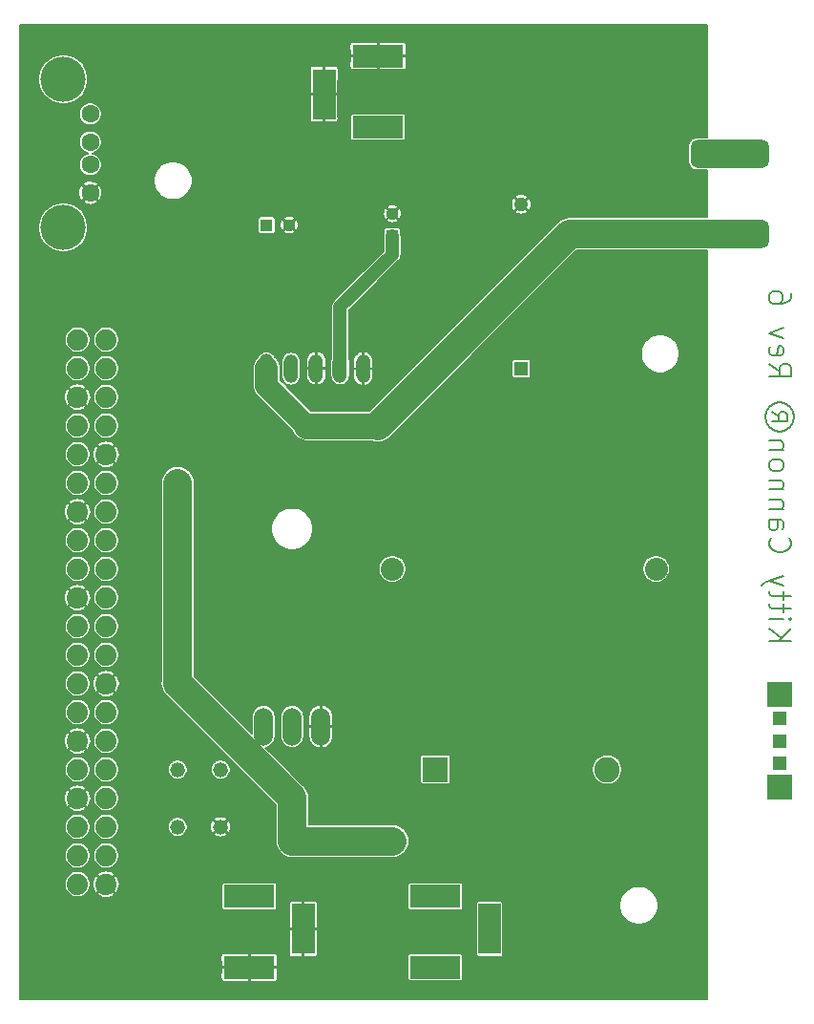
<source format=gbl>
G04 #@! TF.GenerationSoftware,KiCad,Pcbnew,(5.1.10)-1*
G04 #@! TF.CreationDate,2021-12-02T21:28:18-06:00*
G04 #@! TF.ProjectId,Kitty_Cannon_Schematic,4b697474-795f-4436-916e-6e6f6e5f5363,rev?*
G04 #@! TF.SameCoordinates,Original*
G04 #@! TF.FileFunction,Copper,L2,Bot*
G04 #@! TF.FilePolarity,Positive*
%FSLAX46Y46*%
G04 Gerber Fmt 4.6, Leading zero omitted, Abs format (unit mm)*
G04 Created by KiCad (PCBNEW (5.1.10)-1) date 2021-12-02 21:28:18*
%MOMM*%
%LPD*%
G01*
G04 APERTURE LIST*
G04 #@! TA.AperFunction,NonConductor*
%ADD10C,0.162560*%
G04 #@! TD*
G04 #@! TA.AperFunction,ComponentPad*
%ADD11R,4.500000X2.000000*%
G04 #@! TD*
G04 #@! TA.AperFunction,ComponentPad*
%ADD12R,2.000000X4.500000*%
G04 #@! TD*
G04 #@! TA.AperFunction,ComponentPad*
%ADD13R,2.250000X2.250000*%
G04 #@! TD*
G04 #@! TA.AperFunction,ComponentPad*
%ADD14C,2.250000*%
G04 #@! TD*
G04 #@! TA.AperFunction,ComponentPad*
%ADD15C,2.032000*%
G04 #@! TD*
G04 #@! TA.AperFunction,ComponentPad*
%ADD16C,1.120000*%
G04 #@! TD*
G04 #@! TA.AperFunction,ComponentPad*
%ADD17R,1.120000X1.120000*%
G04 #@! TD*
G04 #@! TA.AperFunction,ComponentPad*
%ADD18C,1.320800*%
G04 #@! TD*
G04 #@! TA.AperFunction,ComponentPad*
%ADD19O,1.676400X3.352800*%
G04 #@! TD*
G04 #@! TA.AperFunction,ComponentPad*
%ADD20R,1.308000X1.308000*%
G04 #@! TD*
G04 #@! TA.AperFunction,ComponentPad*
%ADD21C,4.000000*%
G04 #@! TD*
G04 #@! TA.AperFunction,ComponentPad*
%ADD22C,1.600000*%
G04 #@! TD*
G04 #@! TA.AperFunction,ComponentPad*
%ADD23C,1.270000*%
G04 #@! TD*
G04 #@! TA.AperFunction,ComponentPad*
%ADD24R,1.270000X1.270000*%
G04 #@! TD*
G04 #@! TA.AperFunction,ComponentPad*
%ADD25O,1.270000X2.540000*%
G04 #@! TD*
G04 #@! TA.AperFunction,ComponentPad*
%ADD26C,1.879600*%
G04 #@! TD*
G04 #@! TA.AperFunction,ViaPad*
%ADD27C,1.524000*%
G04 #@! TD*
G04 #@! TA.AperFunction,Conductor*
%ADD28C,2.540000*%
G04 #@! TD*
G04 #@! TA.AperFunction,Conductor*
%ADD29C,0.250000*%
G04 #@! TD*
G04 #@! TA.AperFunction,Conductor*
%ADD30C,2.032000*%
G04 #@! TD*
G04 #@! TA.AperFunction,Conductor*
%ADD31C,1.524000*%
G04 #@! TD*
G04 #@! TA.AperFunction,Conductor*
%ADD32C,2.286000*%
G04 #@! TD*
G04 #@! TA.AperFunction,Conductor*
%ADD33C,1.143000*%
G04 #@! TD*
G04 #@! TA.AperFunction,Conductor*
%ADD34C,0.127000*%
G04 #@! TD*
G04 #@! TA.AperFunction,Conductor*
%ADD35C,0.100000*%
G04 #@! TD*
G04 APERTURE END LIST*
D10*
X181933063Y-116468023D02*
X183863463Y-116468023D01*
X181933063Y-115364937D02*
X183036149Y-116192251D01*
X183863463Y-115364937D02*
X182760378Y-116468023D01*
X181933063Y-114537623D02*
X183219997Y-114537623D01*
X183863463Y-114537623D02*
X183771540Y-114629546D01*
X183679616Y-114537623D01*
X183771540Y-114445699D01*
X183863463Y-114537623D01*
X183679616Y-114537623D01*
X183219997Y-113894156D02*
X183219997Y-113158765D01*
X183863463Y-113618384D02*
X182208835Y-113618384D01*
X182024987Y-113526461D01*
X181933063Y-113342613D01*
X181933063Y-113158765D01*
X183219997Y-112791070D02*
X183219997Y-112055680D01*
X183863463Y-112515299D02*
X182208835Y-112515299D01*
X182024987Y-112423375D01*
X181933063Y-112239527D01*
X181933063Y-112055680D01*
X183219997Y-111596061D02*
X181933063Y-111136442D01*
X183219997Y-110676823D02*
X181933063Y-111136442D01*
X181473444Y-111320289D01*
X181381520Y-111412213D01*
X181289597Y-111596061D01*
X182116911Y-107367565D02*
X182024987Y-107459489D01*
X181933063Y-107735261D01*
X181933063Y-107919108D01*
X182024987Y-108194880D01*
X182208835Y-108378727D01*
X182392682Y-108470651D01*
X182760378Y-108562575D01*
X183036149Y-108562575D01*
X183403844Y-108470651D01*
X183587692Y-108378727D01*
X183771540Y-108194880D01*
X183863463Y-107919108D01*
X183863463Y-107735261D01*
X183771540Y-107459489D01*
X183679616Y-107367565D01*
X181933063Y-105712937D02*
X182944225Y-105712937D01*
X183128073Y-105804861D01*
X183219997Y-105988708D01*
X183219997Y-106356404D01*
X183128073Y-106540251D01*
X182024987Y-105712937D02*
X181933063Y-105896784D01*
X181933063Y-106356404D01*
X182024987Y-106540251D01*
X182208835Y-106632175D01*
X182392682Y-106632175D01*
X182576530Y-106540251D01*
X182668454Y-106356404D01*
X182668454Y-105896784D01*
X182760378Y-105712937D01*
X183219997Y-104793699D02*
X181933063Y-104793699D01*
X183036149Y-104793699D02*
X183128073Y-104701775D01*
X183219997Y-104517927D01*
X183219997Y-104242156D01*
X183128073Y-104058308D01*
X182944225Y-103966384D01*
X181933063Y-103966384D01*
X183219997Y-103047146D02*
X181933063Y-103047146D01*
X183036149Y-103047146D02*
X183128073Y-102955223D01*
X183219997Y-102771375D01*
X183219997Y-102495604D01*
X183128073Y-102311756D01*
X182944225Y-102219832D01*
X181933063Y-102219832D01*
X181933063Y-101024823D02*
X182024987Y-101208670D01*
X182116911Y-101300594D01*
X182300759Y-101392518D01*
X182852301Y-101392518D01*
X183036149Y-101300594D01*
X183128073Y-101208670D01*
X183219997Y-101024823D01*
X183219997Y-100749051D01*
X183128073Y-100565204D01*
X183036149Y-100473280D01*
X182852301Y-100381356D01*
X182300759Y-100381356D01*
X182116911Y-100473280D01*
X182024987Y-100565204D01*
X181933063Y-100749051D01*
X181933063Y-101024823D01*
X183219997Y-99554042D02*
X181933063Y-99554042D01*
X183036149Y-99554042D02*
X183128073Y-99462118D01*
X183219997Y-99278270D01*
X183219997Y-99002499D01*
X183128073Y-98818651D01*
X182944225Y-98726727D01*
X181933063Y-98726727D01*
X182208835Y-96152861D02*
X182760378Y-96612480D01*
X182208835Y-96980175D02*
X183495768Y-96980175D01*
X183495768Y-96428632D01*
X183403844Y-96244784D01*
X183219997Y-96152861D01*
X183036149Y-96152861D01*
X182852301Y-96244784D01*
X182760378Y-96428632D01*
X182760378Y-96980175D01*
X184139235Y-96612480D02*
X184047311Y-97072099D01*
X183771540Y-97531718D01*
X183311920Y-97807489D01*
X182852301Y-97899413D01*
X182392682Y-97807489D01*
X181933063Y-97531718D01*
X181657292Y-97072099D01*
X181565368Y-96612480D01*
X181657292Y-96152861D01*
X181933063Y-95693242D01*
X182392682Y-95417470D01*
X182852301Y-95325546D01*
X183311920Y-95417470D01*
X183771540Y-95693242D01*
X184047311Y-96152861D01*
X184139235Y-96612480D01*
X181933063Y-91924365D02*
X182852301Y-92567832D01*
X181933063Y-93027451D02*
X183863463Y-93027451D01*
X183863463Y-92292061D01*
X183771540Y-92108213D01*
X183679616Y-92016289D01*
X183495768Y-91924365D01*
X183219997Y-91924365D01*
X183036149Y-92016289D01*
X182944225Y-92108213D01*
X182852301Y-92292061D01*
X182852301Y-93027451D01*
X182024987Y-90361661D02*
X181933063Y-90545508D01*
X181933063Y-90913204D01*
X182024987Y-91097051D01*
X182208835Y-91188975D01*
X182944225Y-91188975D01*
X183128073Y-91097051D01*
X183219997Y-90913204D01*
X183219997Y-90545508D01*
X183128073Y-90361661D01*
X182944225Y-90269737D01*
X182760378Y-90269737D01*
X182576530Y-91188975D01*
X183219997Y-89626270D02*
X181933063Y-89166651D01*
X183219997Y-88707032D01*
X183863463Y-85673546D02*
X183863463Y-86041242D01*
X183771540Y-86225089D01*
X183679616Y-86317013D01*
X183403844Y-86500861D01*
X183036149Y-86592784D01*
X182300759Y-86592784D01*
X182116911Y-86500861D01*
X182024987Y-86408937D01*
X181933063Y-86225089D01*
X181933063Y-85857394D01*
X182024987Y-85673546D01*
X182116911Y-85581623D01*
X182300759Y-85489699D01*
X182760378Y-85489699D01*
X182944225Y-85581623D01*
X183036149Y-85673546D01*
X183128073Y-85857394D01*
X183128073Y-86225089D01*
X183036149Y-86408937D01*
X182944225Y-86500861D01*
X182760378Y-86592784D01*
D11*
X147231100Y-64613600D03*
D12*
X142431100Y-68013600D03*
D11*
X147231100Y-70913600D03*
X135801100Y-145393600D03*
D12*
X140601100Y-141993600D03*
D11*
X135801100Y-139093600D03*
X152311100Y-145393600D03*
D12*
X157111100Y-141993600D03*
D11*
X152311100Y-139093600D03*
D13*
X152311100Y-127863600D03*
D14*
X167551100Y-127863600D03*
D15*
X171894500Y-110083600D03*
X148501100Y-110083600D03*
D16*
X148501100Y-78603600D03*
D17*
X148501100Y-80603600D03*
D16*
X139341100Y-79603600D03*
D17*
X137341100Y-79603600D03*
D18*
X133261100Y-132943600D03*
X133261100Y-127863600D03*
X129451100Y-132943600D03*
X129451100Y-127863600D03*
D19*
X142151100Y-124053600D03*
X139611100Y-124053600D03*
X137071100Y-124053600D03*
D13*
X182846980Y-121246460D03*
X182846980Y-129446460D03*
D20*
X182846980Y-127346460D03*
X182846980Y-123346460D03*
X182846980Y-125346460D03*
D21*
X119291100Y-79823600D03*
X119291100Y-66683600D03*
D22*
X121691100Y-76753600D03*
X121691100Y-74253600D03*
X121691100Y-72253600D03*
X121691100Y-69753600D03*
D23*
X159931100Y-77774800D03*
D24*
X159931100Y-92303600D03*
D25*
X145917920Y-92339160D03*
X143865600Y-92313760D03*
X141745100Y-92303600D03*
X139512040Y-92344240D03*
X137320020Y-92293440D03*
D26*
X120561100Y-138023600D03*
X123101100Y-138023600D03*
X120561100Y-135483600D03*
X123101100Y-135483600D03*
X120561100Y-132943600D03*
X123101100Y-132943600D03*
X120561100Y-130403600D03*
X123101100Y-130403600D03*
X120561100Y-127863600D03*
X123101100Y-127863600D03*
X120561100Y-125323600D03*
X123101100Y-125323600D03*
X120561100Y-122783600D03*
X123101100Y-122783600D03*
X120561100Y-120243600D03*
X123101100Y-120243600D03*
X120561100Y-117703600D03*
X123101100Y-117703600D03*
X120561100Y-115163600D03*
X123101100Y-115163600D03*
X120561100Y-112623600D03*
X123101100Y-112623600D03*
X120561100Y-110083600D03*
X123101100Y-110083600D03*
X120561100Y-107543600D03*
X123101100Y-107543600D03*
X120561100Y-105003600D03*
X123101100Y-105003600D03*
X120561100Y-102463600D03*
X123101100Y-102463600D03*
X120561100Y-99923600D03*
X123101100Y-99923600D03*
X120561100Y-97383600D03*
X123101100Y-97383600D03*
X120561100Y-94843600D03*
X123101100Y-94843600D03*
X120561100Y-92303600D03*
X123101100Y-92303600D03*
X120561100Y-89763600D03*
X123101100Y-89763600D03*
G04 #@! TA.AperFunction,ComponentPad*
G36*
G01*
X175575240Y-72049320D02*
X181325240Y-72049320D01*
G75*
G02*
X181950240Y-72674320I0J-625000D01*
G01*
X181950240Y-73924320D01*
G75*
G02*
X181325240Y-74549320I-625000J0D01*
G01*
X175575240Y-74549320D01*
G75*
G02*
X174950240Y-73924320I0J625000D01*
G01*
X174950240Y-72674320D01*
G75*
G02*
X175575240Y-72049320I625000J0D01*
G01*
G37*
G04 #@! TD.AperFunction*
G04 #@! TA.AperFunction,ComponentPad*
G36*
G01*
X175575240Y-79149320D02*
X181325240Y-79149320D01*
G75*
G02*
X181950240Y-79774320I0J-625000D01*
G01*
X181950240Y-81024320D01*
G75*
G02*
X181325240Y-81649320I-625000J0D01*
G01*
X175575240Y-81649320D01*
G75*
G02*
X174950240Y-81024320I0J625000D01*
G01*
X174950240Y-79774320D01*
G75*
G02*
X175575240Y-79149320I625000J0D01*
G01*
G37*
G04 #@! TD.AperFunction*
D27*
X147231100Y-68173600D03*
X135826500Y-141970760D03*
X148501100Y-134213600D03*
X139611100Y-134213600D03*
X129451100Y-102463600D03*
D28*
X148501100Y-134213600D02*
X139611100Y-134213600D01*
X129451100Y-102463600D02*
X129451100Y-120243600D01*
X139611100Y-130403600D02*
X139611100Y-134213600D01*
X129423160Y-120230900D02*
X139583160Y-130390900D01*
D29*
X138341100Y-94843600D02*
X138336020Y-94843600D01*
D30*
X137320020Y-93827600D02*
X137320020Y-92293440D01*
X138336020Y-94843600D02*
X137320020Y-93827600D01*
D31*
X178442620Y-80391700D02*
X178450240Y-80399320D01*
D28*
X164223000Y-80391700D02*
X178442620Y-80391700D01*
X147231100Y-97383600D02*
X164223000Y-80391700D01*
D32*
X140881100Y-97383600D02*
X147231100Y-97383600D01*
D30*
X138341100Y-94843600D02*
X140881100Y-97383600D01*
D33*
X148501100Y-80603600D02*
X148501100Y-82227420D01*
X143865600Y-86862920D02*
X143865600Y-92313760D01*
X148501100Y-82227420D02*
X143865600Y-86862920D01*
D34*
X176453800Y-71832376D02*
X175575240Y-71832376D01*
X175410985Y-71848554D01*
X175253042Y-71896465D01*
X175107481Y-71974269D01*
X174979896Y-72078976D01*
X174875189Y-72206561D01*
X174797385Y-72352122D01*
X174749474Y-72510065D01*
X174733296Y-72674320D01*
X174733296Y-73924320D01*
X174749474Y-74088575D01*
X174797385Y-74246518D01*
X174875189Y-74392079D01*
X174979896Y-74519664D01*
X175107481Y-74624371D01*
X175253042Y-74702175D01*
X175410985Y-74750086D01*
X175575240Y-74766264D01*
X176453800Y-74766264D01*
X176453800Y-78905800D01*
X164295981Y-78905800D01*
X164222999Y-78898612D01*
X164150017Y-78905800D01*
X164150008Y-78905800D01*
X163931713Y-78927300D01*
X163651620Y-79012266D01*
X163393484Y-79150242D01*
X163393482Y-79150243D01*
X163393483Y-79150243D01*
X163223922Y-79289398D01*
X163223920Y-79289400D01*
X163167227Y-79335927D01*
X163120700Y-79392620D01*
X146488621Y-96024700D01*
X141264370Y-96024700D01*
X139169395Y-93929727D01*
X139141075Y-93906486D01*
X138551920Y-93317331D01*
X138551920Y-92232927D01*
X138534095Y-92051945D01*
X138463654Y-91819731D01*
X138382253Y-91667441D01*
X138661140Y-91667441D01*
X138661141Y-93021040D01*
X138673453Y-93146046D01*
X138722108Y-93306441D01*
X138801120Y-93454262D01*
X138907453Y-93583828D01*
X139037019Y-93690161D01*
X139184840Y-93769173D01*
X139345235Y-93817828D01*
X139512040Y-93834257D01*
X139678846Y-93817828D01*
X139839241Y-93769173D01*
X139987062Y-93690161D01*
X140116628Y-93583828D01*
X140222961Y-93454262D01*
X140301973Y-93306441D01*
X140350628Y-93146046D01*
X140362940Y-93021040D01*
X140362940Y-92341300D01*
X140844200Y-92341300D01*
X140844200Y-92976300D01*
X140868865Y-93151332D01*
X140927204Y-93318189D01*
X141016974Y-93470459D01*
X141134725Y-93602290D01*
X141275933Y-93708616D01*
X141435171Y-93785350D01*
X141567056Y-93821732D01*
X141707400Y-93772173D01*
X141707400Y-92341300D01*
X141782800Y-92341300D01*
X141782800Y-93772173D01*
X141923144Y-93821732D01*
X142055029Y-93785350D01*
X142214267Y-93708616D01*
X142355475Y-93602290D01*
X142473226Y-93470459D01*
X142562996Y-93318189D01*
X142621335Y-93151332D01*
X142646000Y-92976300D01*
X142646000Y-92341300D01*
X141782800Y-92341300D01*
X141707400Y-92341300D01*
X140844200Y-92341300D01*
X140362940Y-92341300D01*
X140362940Y-91667440D01*
X140359342Y-91630900D01*
X140844200Y-91630900D01*
X140844200Y-92265900D01*
X141707400Y-92265900D01*
X141707400Y-90835027D01*
X141782800Y-90835027D01*
X141782800Y-92265900D01*
X142646000Y-92265900D01*
X142646000Y-91636961D01*
X143014700Y-91636961D01*
X143014701Y-92990560D01*
X143027013Y-93115566D01*
X143075668Y-93275961D01*
X143154680Y-93423782D01*
X143261013Y-93553348D01*
X143390579Y-93659681D01*
X143538400Y-93738693D01*
X143698795Y-93787348D01*
X143865600Y-93803777D01*
X144032406Y-93787348D01*
X144192801Y-93738693D01*
X144340622Y-93659681D01*
X144470188Y-93553348D01*
X144576521Y-93423782D01*
X144655533Y-93275961D01*
X144704188Y-93115566D01*
X144716500Y-92990560D01*
X144716500Y-92376860D01*
X145017020Y-92376860D01*
X145017020Y-93011860D01*
X145041685Y-93186892D01*
X145100024Y-93353749D01*
X145189794Y-93506019D01*
X145307545Y-93637850D01*
X145448753Y-93744176D01*
X145607991Y-93820910D01*
X145739876Y-93857292D01*
X145880220Y-93807733D01*
X145880220Y-92376860D01*
X145955620Y-92376860D01*
X145955620Y-93807733D01*
X146095964Y-93857292D01*
X146227849Y-93820910D01*
X146387087Y-93744176D01*
X146528295Y-93637850D01*
X146646046Y-93506019D01*
X146735816Y-93353749D01*
X146794155Y-93186892D01*
X146818820Y-93011860D01*
X146818820Y-92376860D01*
X145955620Y-92376860D01*
X145880220Y-92376860D01*
X145017020Y-92376860D01*
X144716500Y-92376860D01*
X144716500Y-91666460D01*
X145017020Y-91666460D01*
X145017020Y-92301460D01*
X145880220Y-92301460D01*
X145880220Y-90870587D01*
X145955620Y-90870587D01*
X145955620Y-92301460D01*
X146818820Y-92301460D01*
X146818820Y-91666460D01*
X146794155Y-91491428D01*
X146735816Y-91324571D01*
X146646046Y-91172301D01*
X146528295Y-91040470D01*
X146387087Y-90934144D01*
X146227849Y-90857410D01*
X146095964Y-90821028D01*
X145955620Y-90870587D01*
X145880220Y-90870587D01*
X145739876Y-90821028D01*
X145607991Y-90857410D01*
X145448753Y-90934144D01*
X145307545Y-91040470D01*
X145189794Y-91172301D01*
X145100024Y-91324571D01*
X145041685Y-91491428D01*
X145017020Y-91666460D01*
X144716500Y-91666460D01*
X144716500Y-91636960D01*
X144704188Y-91511954D01*
X144655533Y-91351559D01*
X144653000Y-91346820D01*
X144653000Y-87189070D01*
X149030528Y-82811543D01*
X149060569Y-82786889D01*
X149108935Y-82727955D01*
X149158966Y-82666993D01*
X149232082Y-82530203D01*
X149277106Y-82381777D01*
X149288500Y-82266093D01*
X149288500Y-82266083D01*
X149292308Y-82227420D01*
X149288500Y-82188757D01*
X149288500Y-80564927D01*
X149278044Y-80458767D01*
X149278044Y-80043600D01*
X149273875Y-80001276D01*
X149261530Y-79960579D01*
X149241482Y-79923072D01*
X149214503Y-79890197D01*
X149181628Y-79863218D01*
X149144121Y-79843170D01*
X149103424Y-79830825D01*
X149061100Y-79826656D01*
X148645932Y-79826656D01*
X148501100Y-79812391D01*
X148356267Y-79826656D01*
X147941100Y-79826656D01*
X147898776Y-79830825D01*
X147858079Y-79843170D01*
X147820572Y-79863218D01*
X147787697Y-79890197D01*
X147760718Y-79923072D01*
X147740670Y-79960579D01*
X147728325Y-80001276D01*
X147724156Y-80043600D01*
X147724156Y-80458768D01*
X147713700Y-80564928D01*
X147713701Y-81901268D01*
X143336178Y-86278792D01*
X143306131Y-86303451D01*
X143207734Y-86423349D01*
X143134618Y-86560138D01*
X143089594Y-86708564D01*
X143078200Y-86824248D01*
X143078200Y-86824257D01*
X143074392Y-86862920D01*
X143078200Y-86901583D01*
X143078201Y-91346820D01*
X143075667Y-91351560D01*
X143027012Y-91511955D01*
X143014700Y-91636961D01*
X142646000Y-91636961D01*
X142646000Y-91630900D01*
X142621335Y-91455868D01*
X142562996Y-91289011D01*
X142473226Y-91136741D01*
X142355475Y-91004910D01*
X142214267Y-90898584D01*
X142055029Y-90821850D01*
X141923144Y-90785468D01*
X141782800Y-90835027D01*
X141707400Y-90835027D01*
X141567056Y-90785468D01*
X141435171Y-90821850D01*
X141275933Y-90898584D01*
X141134725Y-91004910D01*
X141016974Y-91136741D01*
X140927204Y-91289011D01*
X140868865Y-91455868D01*
X140844200Y-91630900D01*
X140359342Y-91630900D01*
X140350628Y-91542434D01*
X140301973Y-91382039D01*
X140222961Y-91234218D01*
X140116628Y-91104652D01*
X139987061Y-90998319D01*
X139839240Y-90919307D01*
X139678845Y-90870652D01*
X139512040Y-90854223D01*
X139345234Y-90870652D01*
X139184839Y-90919307D01*
X139037018Y-90998319D01*
X138907452Y-91104652D01*
X138801119Y-91234219D01*
X138722107Y-91382040D01*
X138673452Y-91542435D01*
X138661140Y-91667441D01*
X138382253Y-91667441D01*
X138349263Y-91605722D01*
X138195319Y-91418141D01*
X138116756Y-91353666D01*
X138109953Y-91331239D01*
X138030941Y-91183418D01*
X137924608Y-91053852D01*
X137795041Y-90947519D01*
X137647220Y-90868507D01*
X137486825Y-90819852D01*
X137320020Y-90803423D01*
X137153214Y-90819852D01*
X136992819Y-90868507D01*
X136844998Y-90947519D01*
X136715432Y-91053852D01*
X136609099Y-91183419D01*
X136530087Y-91331240D01*
X136523284Y-91353667D01*
X136444722Y-91418141D01*
X136290778Y-91605722D01*
X136176387Y-91819731D01*
X136105945Y-92051945D01*
X136088120Y-92232927D01*
X136088120Y-93767097D01*
X136082161Y-93827600D01*
X136088120Y-93888103D01*
X136088120Y-93888112D01*
X136105945Y-94069094D01*
X136176386Y-94301308D01*
X136290777Y-94515317D01*
X136444721Y-94702899D01*
X136491731Y-94741479D01*
X137507724Y-95757474D01*
X137536063Y-95780731D01*
X139601317Y-97845987D01*
X139619566Y-97906145D01*
X139745749Y-98142217D01*
X139915563Y-98349137D01*
X140122483Y-98518951D01*
X140358555Y-98645134D01*
X140614709Y-98722838D01*
X140814342Y-98742500D01*
X146621305Y-98742500D01*
X146659720Y-98763033D01*
X146939814Y-98847999D01*
X147231100Y-98876688D01*
X147522386Y-98847999D01*
X147802480Y-98763033D01*
X148060616Y-98625058D01*
X148230176Y-98485903D01*
X155047479Y-91668600D01*
X159079156Y-91668600D01*
X159079156Y-92938600D01*
X159083325Y-92980924D01*
X159095670Y-93021621D01*
X159115718Y-93059128D01*
X159142697Y-93092003D01*
X159175572Y-93118982D01*
X159213079Y-93139030D01*
X159253776Y-93151375D01*
X159296100Y-93155544D01*
X160566100Y-93155544D01*
X160608424Y-93151375D01*
X160649121Y-93139030D01*
X160686628Y-93118982D01*
X160719503Y-93092003D01*
X160746482Y-93059128D01*
X160766530Y-93021621D01*
X160778875Y-92980924D01*
X160783044Y-92938600D01*
X160783044Y-91668600D01*
X160778875Y-91626276D01*
X160766530Y-91585579D01*
X160746482Y-91548072D01*
X160719503Y-91515197D01*
X160686628Y-91488218D01*
X160649121Y-91468170D01*
X160608424Y-91455825D01*
X160566100Y-91451656D01*
X159296100Y-91451656D01*
X159253776Y-91455825D01*
X159213079Y-91468170D01*
X159175572Y-91488218D01*
X159142697Y-91515197D01*
X159115718Y-91548072D01*
X159095670Y-91585579D01*
X159083325Y-91626276D01*
X159079156Y-91668600D01*
X155047479Y-91668600D01*
X155876880Y-90839199D01*
X170546900Y-90839199D01*
X170546900Y-91177201D01*
X170612841Y-91508710D01*
X170742189Y-91820984D01*
X170929973Y-92102023D01*
X171168977Y-92341027D01*
X171450016Y-92528811D01*
X171762290Y-92658159D01*
X172093799Y-92724100D01*
X172431801Y-92724100D01*
X172763310Y-92658159D01*
X173075584Y-92528811D01*
X173356623Y-92341027D01*
X173595627Y-92102023D01*
X173783411Y-91820984D01*
X173912759Y-91508710D01*
X173978700Y-91177201D01*
X173978700Y-90839199D01*
X173912759Y-90507690D01*
X173783411Y-90195416D01*
X173595627Y-89914377D01*
X173356623Y-89675373D01*
X173075584Y-89487589D01*
X172763310Y-89358241D01*
X172431801Y-89292300D01*
X172093799Y-89292300D01*
X171762290Y-89358241D01*
X171450016Y-89487589D01*
X171168977Y-89675373D01*
X170929973Y-89914377D01*
X170742189Y-90195416D01*
X170612841Y-90507690D01*
X170546900Y-90839199D01*
X155876880Y-90839199D01*
X164838480Y-81877600D01*
X176453800Y-81877600D01*
X176453800Y-148196300D01*
X115468400Y-148196300D01*
X115468400Y-146393600D01*
X133283913Y-146393600D01*
X133289047Y-146445726D01*
X133304251Y-146495848D01*
X133328942Y-146542041D01*
X133362170Y-146582530D01*
X133402659Y-146615758D01*
X133448852Y-146640449D01*
X133498974Y-146655653D01*
X133551100Y-146660787D01*
X135696925Y-146659500D01*
X135763400Y-146593025D01*
X135763400Y-145431300D01*
X135838800Y-145431300D01*
X135838800Y-146593025D01*
X135905275Y-146659500D01*
X138051100Y-146660787D01*
X138103226Y-146655653D01*
X138153348Y-146640449D01*
X138199541Y-146615758D01*
X138240030Y-146582530D01*
X138273258Y-146542041D01*
X138297949Y-146495848D01*
X138313153Y-146445726D01*
X138318287Y-146393600D01*
X138317000Y-145497775D01*
X138250525Y-145431300D01*
X135838800Y-145431300D01*
X135763400Y-145431300D01*
X133351675Y-145431300D01*
X133285200Y-145497775D01*
X133283913Y-146393600D01*
X115468400Y-146393600D01*
X115468400Y-144393600D01*
X133283913Y-144393600D01*
X133285200Y-145289425D01*
X133351675Y-145355900D01*
X135763400Y-145355900D01*
X135763400Y-144194175D01*
X135838800Y-144194175D01*
X135838800Y-145355900D01*
X138250525Y-145355900D01*
X138317000Y-145289425D01*
X138318287Y-144393600D01*
X138313153Y-144341474D01*
X138297949Y-144291352D01*
X138273258Y-144245159D01*
X138271979Y-144243600D01*
X139333913Y-144243600D01*
X139339047Y-144295726D01*
X139354251Y-144345848D01*
X139378942Y-144392041D01*
X139412170Y-144432530D01*
X139452659Y-144465758D01*
X139498852Y-144490449D01*
X139548974Y-144505653D01*
X139601100Y-144510787D01*
X140496925Y-144509500D01*
X140563400Y-144443025D01*
X140563400Y-142031300D01*
X140638800Y-142031300D01*
X140638800Y-144443025D01*
X140705275Y-144509500D01*
X141601100Y-144510787D01*
X141653226Y-144505653D01*
X141703348Y-144490449D01*
X141749541Y-144465758D01*
X141790030Y-144432530D01*
X141821978Y-144393600D01*
X149844156Y-144393600D01*
X149844156Y-146393600D01*
X149848325Y-146435924D01*
X149860670Y-146476621D01*
X149880718Y-146514128D01*
X149907697Y-146547003D01*
X149940572Y-146573982D01*
X149978079Y-146594030D01*
X150018776Y-146606375D01*
X150061100Y-146610544D01*
X154561100Y-146610544D01*
X154603424Y-146606375D01*
X154644121Y-146594030D01*
X154681628Y-146573982D01*
X154714503Y-146547003D01*
X154741482Y-146514128D01*
X154761530Y-146476621D01*
X154773875Y-146435924D01*
X154778044Y-146393600D01*
X154778044Y-144393600D01*
X154773875Y-144351276D01*
X154761530Y-144310579D01*
X154741482Y-144273072D01*
X154714503Y-144240197D01*
X154681628Y-144213218D01*
X154644121Y-144193170D01*
X154603424Y-144180825D01*
X154561100Y-144176656D01*
X150061100Y-144176656D01*
X150018776Y-144180825D01*
X149978079Y-144193170D01*
X149940572Y-144213218D01*
X149907697Y-144240197D01*
X149880718Y-144273072D01*
X149860670Y-144310579D01*
X149848325Y-144351276D01*
X149844156Y-144393600D01*
X141821978Y-144393600D01*
X141823258Y-144392041D01*
X141847949Y-144345848D01*
X141863153Y-144295726D01*
X141868287Y-144243600D01*
X141867000Y-142097775D01*
X141800525Y-142031300D01*
X140638800Y-142031300D01*
X140563400Y-142031300D01*
X139401675Y-142031300D01*
X139335200Y-142097775D01*
X139333913Y-144243600D01*
X138271979Y-144243600D01*
X138240030Y-144204670D01*
X138199541Y-144171442D01*
X138153348Y-144146751D01*
X138103226Y-144131547D01*
X138051100Y-144126413D01*
X135905275Y-144127700D01*
X135838800Y-144194175D01*
X135763400Y-144194175D01*
X135696925Y-144127700D01*
X133551100Y-144126413D01*
X133498974Y-144131547D01*
X133448852Y-144146751D01*
X133402659Y-144171442D01*
X133362170Y-144204670D01*
X133328942Y-144245159D01*
X133304251Y-144291352D01*
X133289047Y-144341474D01*
X133283913Y-144393600D01*
X115468400Y-144393600D01*
X115468400Y-137909773D01*
X119405400Y-137909773D01*
X119405400Y-138137427D01*
X119449813Y-138360705D01*
X119536932Y-138571029D01*
X119663409Y-138760316D01*
X119824384Y-138921291D01*
X120013671Y-139047768D01*
X120223995Y-139134887D01*
X120447273Y-139179300D01*
X120674927Y-139179300D01*
X120898205Y-139134887D01*
X121108529Y-139047768D01*
X121297816Y-138921291D01*
X121359609Y-138859498D01*
X122318518Y-138859498D01*
X122419823Y-139025437D01*
X122628362Y-139139098D01*
X122855069Y-139209890D01*
X123091229Y-139235094D01*
X123327770Y-139213741D01*
X123555600Y-139146652D01*
X123765964Y-139036405D01*
X123782377Y-139025437D01*
X123883682Y-138859498D01*
X123101100Y-138076916D01*
X122318518Y-138859498D01*
X121359609Y-138859498D01*
X121458791Y-138760316D01*
X121585268Y-138571029D01*
X121672387Y-138360705D01*
X121716800Y-138137427D01*
X121716800Y-138013729D01*
X121889606Y-138013729D01*
X121910959Y-138250270D01*
X121978048Y-138478100D01*
X122088295Y-138688464D01*
X122099263Y-138704877D01*
X122265202Y-138806182D01*
X123047784Y-138023600D01*
X123154416Y-138023600D01*
X123936998Y-138806182D01*
X124102937Y-138704877D01*
X124216598Y-138496338D01*
X124287390Y-138269631D01*
X124306176Y-138093600D01*
X133334156Y-138093600D01*
X133334156Y-140093600D01*
X133338325Y-140135924D01*
X133350670Y-140176621D01*
X133370718Y-140214128D01*
X133397697Y-140247003D01*
X133430572Y-140273982D01*
X133468079Y-140294030D01*
X133508776Y-140306375D01*
X133551100Y-140310544D01*
X138051100Y-140310544D01*
X138093424Y-140306375D01*
X138134121Y-140294030D01*
X138171628Y-140273982D01*
X138204503Y-140247003D01*
X138231482Y-140214128D01*
X138251530Y-140176621D01*
X138263875Y-140135924D01*
X138268044Y-140093600D01*
X138268044Y-139743600D01*
X139333913Y-139743600D01*
X139335200Y-141889425D01*
X139401675Y-141955900D01*
X140563400Y-141955900D01*
X140563400Y-139544175D01*
X140638800Y-139544175D01*
X140638800Y-141955900D01*
X141800525Y-141955900D01*
X141867000Y-141889425D01*
X141868287Y-139743600D01*
X141863153Y-139691474D01*
X141847949Y-139641352D01*
X141823258Y-139595159D01*
X141790030Y-139554670D01*
X141749541Y-139521442D01*
X141703348Y-139496751D01*
X141653226Y-139481547D01*
X141601100Y-139476413D01*
X140705275Y-139477700D01*
X140638800Y-139544175D01*
X140563400Y-139544175D01*
X140496925Y-139477700D01*
X139601100Y-139476413D01*
X139548974Y-139481547D01*
X139498852Y-139496751D01*
X139452659Y-139521442D01*
X139412170Y-139554670D01*
X139378942Y-139595159D01*
X139354251Y-139641352D01*
X139339047Y-139691474D01*
X139333913Y-139743600D01*
X138268044Y-139743600D01*
X138268044Y-138093600D01*
X149844156Y-138093600D01*
X149844156Y-140093600D01*
X149848325Y-140135924D01*
X149860670Y-140176621D01*
X149880718Y-140214128D01*
X149907697Y-140247003D01*
X149940572Y-140273982D01*
X149978079Y-140294030D01*
X150018776Y-140306375D01*
X150061100Y-140310544D01*
X154561100Y-140310544D01*
X154603424Y-140306375D01*
X154644121Y-140294030D01*
X154681628Y-140273982D01*
X154714503Y-140247003D01*
X154741482Y-140214128D01*
X154761530Y-140176621D01*
X154773875Y-140135924D01*
X154778044Y-140093600D01*
X154778044Y-139743600D01*
X155894156Y-139743600D01*
X155894156Y-144243600D01*
X155898325Y-144285924D01*
X155910670Y-144326621D01*
X155930718Y-144364128D01*
X155957697Y-144397003D01*
X155990572Y-144423982D01*
X156028079Y-144444030D01*
X156068776Y-144456375D01*
X156111100Y-144460544D01*
X158111100Y-144460544D01*
X158153424Y-144456375D01*
X158194121Y-144444030D01*
X158231628Y-144423982D01*
X158264503Y-144397003D01*
X158291482Y-144364128D01*
X158311530Y-144326621D01*
X158323875Y-144285924D01*
X158328044Y-144243600D01*
X158328044Y-139749439D01*
X168646980Y-139749439D01*
X168646980Y-140087441D01*
X168712921Y-140418950D01*
X168842269Y-140731224D01*
X169030053Y-141012263D01*
X169269057Y-141251267D01*
X169550096Y-141439051D01*
X169862370Y-141568399D01*
X170193879Y-141634340D01*
X170531881Y-141634340D01*
X170863390Y-141568399D01*
X171175664Y-141439051D01*
X171456703Y-141251267D01*
X171695707Y-141012263D01*
X171883491Y-140731224D01*
X172012839Y-140418950D01*
X172078780Y-140087441D01*
X172078780Y-139749439D01*
X172012839Y-139417930D01*
X171883491Y-139105656D01*
X171695707Y-138824617D01*
X171456703Y-138585613D01*
X171175664Y-138397829D01*
X170863390Y-138268481D01*
X170531881Y-138202540D01*
X170193879Y-138202540D01*
X169862370Y-138268481D01*
X169550096Y-138397829D01*
X169269057Y-138585613D01*
X169030053Y-138824617D01*
X168842269Y-139105656D01*
X168712921Y-139417930D01*
X168646980Y-139749439D01*
X158328044Y-139749439D01*
X158328044Y-139743600D01*
X158323875Y-139701276D01*
X158311530Y-139660579D01*
X158291482Y-139623072D01*
X158264503Y-139590197D01*
X158231628Y-139563218D01*
X158194121Y-139543170D01*
X158153424Y-139530825D01*
X158111100Y-139526656D01*
X156111100Y-139526656D01*
X156068776Y-139530825D01*
X156028079Y-139543170D01*
X155990572Y-139563218D01*
X155957697Y-139590197D01*
X155930718Y-139623072D01*
X155910670Y-139660579D01*
X155898325Y-139701276D01*
X155894156Y-139743600D01*
X154778044Y-139743600D01*
X154778044Y-138093600D01*
X154773875Y-138051276D01*
X154761530Y-138010579D01*
X154741482Y-137973072D01*
X154714503Y-137940197D01*
X154681628Y-137913218D01*
X154644121Y-137893170D01*
X154603424Y-137880825D01*
X154561100Y-137876656D01*
X150061100Y-137876656D01*
X150018776Y-137880825D01*
X149978079Y-137893170D01*
X149940572Y-137913218D01*
X149907697Y-137940197D01*
X149880718Y-137973072D01*
X149860670Y-138010579D01*
X149848325Y-138051276D01*
X149844156Y-138093600D01*
X138268044Y-138093600D01*
X138263875Y-138051276D01*
X138251530Y-138010579D01*
X138231482Y-137973072D01*
X138204503Y-137940197D01*
X138171628Y-137913218D01*
X138134121Y-137893170D01*
X138093424Y-137880825D01*
X138051100Y-137876656D01*
X133551100Y-137876656D01*
X133508776Y-137880825D01*
X133468079Y-137893170D01*
X133430572Y-137913218D01*
X133397697Y-137940197D01*
X133370718Y-137973072D01*
X133350670Y-138010579D01*
X133338325Y-138051276D01*
X133334156Y-138093600D01*
X124306176Y-138093600D01*
X124312594Y-138033471D01*
X124291241Y-137796930D01*
X124224152Y-137569100D01*
X124113905Y-137358736D01*
X124102937Y-137342323D01*
X123936998Y-137241018D01*
X123154416Y-138023600D01*
X123047784Y-138023600D01*
X122265202Y-137241018D01*
X122099263Y-137342323D01*
X121985602Y-137550862D01*
X121914810Y-137777569D01*
X121889606Y-138013729D01*
X121716800Y-138013729D01*
X121716800Y-137909773D01*
X121672387Y-137686495D01*
X121585268Y-137476171D01*
X121458791Y-137286884D01*
X121359609Y-137187702D01*
X122318518Y-137187702D01*
X123101100Y-137970284D01*
X123883682Y-137187702D01*
X123782377Y-137021763D01*
X123573838Y-136908102D01*
X123347131Y-136837310D01*
X123110971Y-136812106D01*
X122874430Y-136833459D01*
X122646600Y-136900548D01*
X122436236Y-137010795D01*
X122419823Y-137021763D01*
X122318518Y-137187702D01*
X121359609Y-137187702D01*
X121297816Y-137125909D01*
X121108529Y-136999432D01*
X120898205Y-136912313D01*
X120674927Y-136867900D01*
X120447273Y-136867900D01*
X120223995Y-136912313D01*
X120013671Y-136999432D01*
X119824384Y-137125909D01*
X119663409Y-137286884D01*
X119536932Y-137476171D01*
X119449813Y-137686495D01*
X119405400Y-137909773D01*
X115468400Y-137909773D01*
X115468400Y-135369773D01*
X119405400Y-135369773D01*
X119405400Y-135597427D01*
X119449813Y-135820705D01*
X119536932Y-136031029D01*
X119663409Y-136220316D01*
X119824384Y-136381291D01*
X120013671Y-136507768D01*
X120223995Y-136594887D01*
X120447273Y-136639300D01*
X120674927Y-136639300D01*
X120898205Y-136594887D01*
X121108529Y-136507768D01*
X121297816Y-136381291D01*
X121458791Y-136220316D01*
X121585268Y-136031029D01*
X121672387Y-135820705D01*
X121716800Y-135597427D01*
X121716800Y-135369773D01*
X121945400Y-135369773D01*
X121945400Y-135597427D01*
X121989813Y-135820705D01*
X122076932Y-136031029D01*
X122203409Y-136220316D01*
X122364384Y-136381291D01*
X122553671Y-136507768D01*
X122763995Y-136594887D01*
X122987273Y-136639300D01*
X123214927Y-136639300D01*
X123438205Y-136594887D01*
X123648529Y-136507768D01*
X123837816Y-136381291D01*
X123998791Y-136220316D01*
X124125268Y-136031029D01*
X124212387Y-135820705D01*
X124256800Y-135597427D01*
X124256800Y-135369773D01*
X124212387Y-135146495D01*
X124125268Y-134936171D01*
X123998791Y-134746884D01*
X123837816Y-134585909D01*
X123648529Y-134459432D01*
X123438205Y-134372313D01*
X123214927Y-134327900D01*
X122987273Y-134327900D01*
X122763995Y-134372313D01*
X122553671Y-134459432D01*
X122364384Y-134585909D01*
X122203409Y-134746884D01*
X122076932Y-134936171D01*
X121989813Y-135146495D01*
X121945400Y-135369773D01*
X121716800Y-135369773D01*
X121672387Y-135146495D01*
X121585268Y-134936171D01*
X121458791Y-134746884D01*
X121297816Y-134585909D01*
X121108529Y-134459432D01*
X120898205Y-134372313D01*
X120674927Y-134327900D01*
X120447273Y-134327900D01*
X120223995Y-134372313D01*
X120013671Y-134459432D01*
X119824384Y-134585909D01*
X119663409Y-134746884D01*
X119536932Y-134936171D01*
X119449813Y-135146495D01*
X119405400Y-135369773D01*
X115468400Y-135369773D01*
X115468400Y-132829773D01*
X119405400Y-132829773D01*
X119405400Y-133057427D01*
X119449813Y-133280705D01*
X119536932Y-133491029D01*
X119663409Y-133680316D01*
X119824384Y-133841291D01*
X120013671Y-133967768D01*
X120223995Y-134054887D01*
X120447273Y-134099300D01*
X120674927Y-134099300D01*
X120898205Y-134054887D01*
X121108529Y-133967768D01*
X121297816Y-133841291D01*
X121458791Y-133680316D01*
X121585268Y-133491029D01*
X121672387Y-133280705D01*
X121716800Y-133057427D01*
X121716800Y-132829773D01*
X121945400Y-132829773D01*
X121945400Y-133057427D01*
X121989813Y-133280705D01*
X122076932Y-133491029D01*
X122203409Y-133680316D01*
X122364384Y-133841291D01*
X122553671Y-133967768D01*
X122763995Y-134054887D01*
X122987273Y-134099300D01*
X123214927Y-134099300D01*
X123438205Y-134054887D01*
X123648529Y-133967768D01*
X123837816Y-133841291D01*
X123998791Y-133680316D01*
X124125268Y-133491029D01*
X124212387Y-133280705D01*
X124256800Y-133057427D01*
X124256800Y-132857292D01*
X128574800Y-132857292D01*
X128574800Y-133029908D01*
X128608476Y-133199207D01*
X128674533Y-133358684D01*
X128770433Y-133502209D01*
X128892491Y-133624267D01*
X129036016Y-133720167D01*
X129195493Y-133786224D01*
X129364792Y-133819900D01*
X129537408Y-133819900D01*
X129706707Y-133786224D01*
X129866184Y-133720167D01*
X130009709Y-133624267D01*
X130053143Y-133580833D01*
X132677183Y-133580833D01*
X132744950Y-133718160D01*
X132905976Y-133803973D01*
X133080651Y-133856722D01*
X133262259Y-133874381D01*
X133443823Y-133856271D01*
X133618365Y-133803086D01*
X133777250Y-133718160D01*
X133845017Y-133580833D01*
X133261100Y-132996916D01*
X132677183Y-133580833D01*
X130053143Y-133580833D01*
X130131767Y-133502209D01*
X130227667Y-133358684D01*
X130293724Y-133199207D01*
X130327400Y-133029908D01*
X130327400Y-132944759D01*
X132330319Y-132944759D01*
X132348429Y-133126323D01*
X132401614Y-133300865D01*
X132486540Y-133459750D01*
X132623867Y-133527517D01*
X133207784Y-132943600D01*
X133314416Y-132943600D01*
X133898333Y-133527517D01*
X134035660Y-133459750D01*
X134121473Y-133298724D01*
X134174222Y-133124049D01*
X134191881Y-132942441D01*
X134173771Y-132760877D01*
X134120586Y-132586335D01*
X134035660Y-132427450D01*
X133898333Y-132359683D01*
X133314416Y-132943600D01*
X133207784Y-132943600D01*
X132623867Y-132359683D01*
X132486540Y-132427450D01*
X132400727Y-132588476D01*
X132347978Y-132763151D01*
X132330319Y-132944759D01*
X130327400Y-132944759D01*
X130327400Y-132857292D01*
X130293724Y-132687993D01*
X130227667Y-132528516D01*
X130131767Y-132384991D01*
X130053143Y-132306367D01*
X132677183Y-132306367D01*
X133261100Y-132890284D01*
X133845017Y-132306367D01*
X133777250Y-132169040D01*
X133616224Y-132083227D01*
X133441549Y-132030478D01*
X133259941Y-132012819D01*
X133078377Y-132030929D01*
X132903835Y-132084114D01*
X132744950Y-132169040D01*
X132677183Y-132306367D01*
X130053143Y-132306367D01*
X130009709Y-132262933D01*
X129866184Y-132167033D01*
X129706707Y-132100976D01*
X129537408Y-132067300D01*
X129364792Y-132067300D01*
X129195493Y-132100976D01*
X129036016Y-132167033D01*
X128892491Y-132262933D01*
X128770433Y-132384991D01*
X128674533Y-132528516D01*
X128608476Y-132687993D01*
X128574800Y-132857292D01*
X124256800Y-132857292D01*
X124256800Y-132829773D01*
X124212387Y-132606495D01*
X124125268Y-132396171D01*
X123998791Y-132206884D01*
X123837816Y-132045909D01*
X123648529Y-131919432D01*
X123438205Y-131832313D01*
X123214927Y-131787900D01*
X122987273Y-131787900D01*
X122763995Y-131832313D01*
X122553671Y-131919432D01*
X122364384Y-132045909D01*
X122203409Y-132206884D01*
X122076932Y-132396171D01*
X121989813Y-132606495D01*
X121945400Y-132829773D01*
X121716800Y-132829773D01*
X121672387Y-132606495D01*
X121585268Y-132396171D01*
X121458791Y-132206884D01*
X121297816Y-132045909D01*
X121108529Y-131919432D01*
X120898205Y-131832313D01*
X120674927Y-131787900D01*
X120447273Y-131787900D01*
X120223995Y-131832313D01*
X120013671Y-131919432D01*
X119824384Y-132045909D01*
X119663409Y-132206884D01*
X119536932Y-132396171D01*
X119449813Y-132606495D01*
X119405400Y-132829773D01*
X115468400Y-132829773D01*
X115468400Y-131239498D01*
X119778518Y-131239498D01*
X119879823Y-131405437D01*
X120088362Y-131519098D01*
X120315069Y-131589890D01*
X120551229Y-131615094D01*
X120787770Y-131593741D01*
X121015600Y-131526652D01*
X121225964Y-131416405D01*
X121242377Y-131405437D01*
X121343682Y-131239498D01*
X120561100Y-130456916D01*
X119778518Y-131239498D01*
X115468400Y-131239498D01*
X115468400Y-130393729D01*
X119349606Y-130393729D01*
X119370959Y-130630270D01*
X119438048Y-130858100D01*
X119548295Y-131068464D01*
X119559263Y-131084877D01*
X119725202Y-131186182D01*
X120507784Y-130403600D01*
X120614416Y-130403600D01*
X121396998Y-131186182D01*
X121562937Y-131084877D01*
X121676598Y-130876338D01*
X121747390Y-130649631D01*
X121772594Y-130413471D01*
X121761428Y-130289773D01*
X121945400Y-130289773D01*
X121945400Y-130517427D01*
X121989813Y-130740705D01*
X122076932Y-130951029D01*
X122203409Y-131140316D01*
X122364384Y-131301291D01*
X122553671Y-131427768D01*
X122763995Y-131514887D01*
X122987273Y-131559300D01*
X123214927Y-131559300D01*
X123438205Y-131514887D01*
X123648529Y-131427768D01*
X123837816Y-131301291D01*
X123998791Y-131140316D01*
X124125268Y-130951029D01*
X124212387Y-130740705D01*
X124256800Y-130517427D01*
X124256800Y-130289773D01*
X124212387Y-130066495D01*
X124125268Y-129856171D01*
X123998791Y-129666884D01*
X123837816Y-129505909D01*
X123648529Y-129379432D01*
X123438205Y-129292313D01*
X123214927Y-129247900D01*
X122987273Y-129247900D01*
X122763995Y-129292313D01*
X122553671Y-129379432D01*
X122364384Y-129505909D01*
X122203409Y-129666884D01*
X122076932Y-129856171D01*
X121989813Y-130066495D01*
X121945400Y-130289773D01*
X121761428Y-130289773D01*
X121751241Y-130176930D01*
X121684152Y-129949100D01*
X121573905Y-129738736D01*
X121562937Y-129722323D01*
X121396998Y-129621018D01*
X120614416Y-130403600D01*
X120507784Y-130403600D01*
X119725202Y-129621018D01*
X119559263Y-129722323D01*
X119445602Y-129930862D01*
X119374810Y-130157569D01*
X119349606Y-130393729D01*
X115468400Y-130393729D01*
X115468400Y-129567702D01*
X119778518Y-129567702D01*
X120561100Y-130350284D01*
X121343682Y-129567702D01*
X121242377Y-129401763D01*
X121033838Y-129288102D01*
X120807131Y-129217310D01*
X120570971Y-129192106D01*
X120334430Y-129213459D01*
X120106600Y-129280548D01*
X119896236Y-129390795D01*
X119879823Y-129401763D01*
X119778518Y-129567702D01*
X115468400Y-129567702D01*
X115468400Y-127749773D01*
X119405400Y-127749773D01*
X119405400Y-127977427D01*
X119449813Y-128200705D01*
X119536932Y-128411029D01*
X119663409Y-128600316D01*
X119824384Y-128761291D01*
X120013671Y-128887768D01*
X120223995Y-128974887D01*
X120447273Y-129019300D01*
X120674927Y-129019300D01*
X120898205Y-128974887D01*
X121108529Y-128887768D01*
X121297816Y-128761291D01*
X121458791Y-128600316D01*
X121585268Y-128411029D01*
X121672387Y-128200705D01*
X121716800Y-127977427D01*
X121716800Y-127749773D01*
X121945400Y-127749773D01*
X121945400Y-127977427D01*
X121989813Y-128200705D01*
X122076932Y-128411029D01*
X122203409Y-128600316D01*
X122364384Y-128761291D01*
X122553671Y-128887768D01*
X122763995Y-128974887D01*
X122987273Y-129019300D01*
X123214927Y-129019300D01*
X123438205Y-128974887D01*
X123648529Y-128887768D01*
X123837816Y-128761291D01*
X123998791Y-128600316D01*
X124125268Y-128411029D01*
X124212387Y-128200705D01*
X124256800Y-127977427D01*
X124256800Y-127777292D01*
X128574800Y-127777292D01*
X128574800Y-127949908D01*
X128608476Y-128119207D01*
X128674533Y-128278684D01*
X128770433Y-128422209D01*
X128892491Y-128544267D01*
X129036016Y-128640167D01*
X129195493Y-128706224D01*
X129364792Y-128739900D01*
X129537408Y-128739900D01*
X129706707Y-128706224D01*
X129866184Y-128640167D01*
X130009709Y-128544267D01*
X130131767Y-128422209D01*
X130227667Y-128278684D01*
X130293724Y-128119207D01*
X130327400Y-127949908D01*
X130327400Y-127777292D01*
X132384800Y-127777292D01*
X132384800Y-127949908D01*
X132418476Y-128119207D01*
X132484533Y-128278684D01*
X132580433Y-128422209D01*
X132702491Y-128544267D01*
X132846016Y-128640167D01*
X133005493Y-128706224D01*
X133174792Y-128739900D01*
X133347408Y-128739900D01*
X133516707Y-128706224D01*
X133676184Y-128640167D01*
X133819709Y-128544267D01*
X133941767Y-128422209D01*
X134037667Y-128278684D01*
X134103724Y-128119207D01*
X134137400Y-127949908D01*
X134137400Y-127777292D01*
X134103724Y-127607993D01*
X134037667Y-127448516D01*
X133941767Y-127304991D01*
X133819709Y-127182933D01*
X133676184Y-127087033D01*
X133516707Y-127020976D01*
X133347408Y-126987300D01*
X133174792Y-126987300D01*
X133005493Y-127020976D01*
X132846016Y-127087033D01*
X132702491Y-127182933D01*
X132580433Y-127304991D01*
X132484533Y-127448516D01*
X132418476Y-127607993D01*
X132384800Y-127777292D01*
X130327400Y-127777292D01*
X130293724Y-127607993D01*
X130227667Y-127448516D01*
X130131767Y-127304991D01*
X130009709Y-127182933D01*
X129866184Y-127087033D01*
X129706707Y-127020976D01*
X129537408Y-126987300D01*
X129364792Y-126987300D01*
X129195493Y-127020976D01*
X129036016Y-127087033D01*
X128892491Y-127182933D01*
X128770433Y-127304991D01*
X128674533Y-127448516D01*
X128608476Y-127607993D01*
X128574800Y-127777292D01*
X124256800Y-127777292D01*
X124256800Y-127749773D01*
X124212387Y-127526495D01*
X124125268Y-127316171D01*
X123998791Y-127126884D01*
X123837816Y-126965909D01*
X123648529Y-126839432D01*
X123438205Y-126752313D01*
X123214927Y-126707900D01*
X122987273Y-126707900D01*
X122763995Y-126752313D01*
X122553671Y-126839432D01*
X122364384Y-126965909D01*
X122203409Y-127126884D01*
X122076932Y-127316171D01*
X121989813Y-127526495D01*
X121945400Y-127749773D01*
X121716800Y-127749773D01*
X121672387Y-127526495D01*
X121585268Y-127316171D01*
X121458791Y-127126884D01*
X121297816Y-126965909D01*
X121108529Y-126839432D01*
X120898205Y-126752313D01*
X120674927Y-126707900D01*
X120447273Y-126707900D01*
X120223995Y-126752313D01*
X120013671Y-126839432D01*
X119824384Y-126965909D01*
X119663409Y-127126884D01*
X119536932Y-127316171D01*
X119449813Y-127526495D01*
X119405400Y-127749773D01*
X115468400Y-127749773D01*
X115468400Y-126159498D01*
X119778518Y-126159498D01*
X119879823Y-126325437D01*
X120088362Y-126439098D01*
X120315069Y-126509890D01*
X120551229Y-126535094D01*
X120787770Y-126513741D01*
X121015600Y-126446652D01*
X121225964Y-126336405D01*
X121242377Y-126325437D01*
X121343682Y-126159498D01*
X120561100Y-125376916D01*
X119778518Y-126159498D01*
X115468400Y-126159498D01*
X115468400Y-125313729D01*
X119349606Y-125313729D01*
X119370959Y-125550270D01*
X119438048Y-125778100D01*
X119548295Y-125988464D01*
X119559263Y-126004877D01*
X119725202Y-126106182D01*
X120507784Y-125323600D01*
X120614416Y-125323600D01*
X121396998Y-126106182D01*
X121562937Y-126004877D01*
X121676598Y-125796338D01*
X121747390Y-125569631D01*
X121772594Y-125333471D01*
X121761428Y-125209773D01*
X121945400Y-125209773D01*
X121945400Y-125437427D01*
X121989813Y-125660705D01*
X122076932Y-125871029D01*
X122203409Y-126060316D01*
X122364384Y-126221291D01*
X122553671Y-126347768D01*
X122763995Y-126434887D01*
X122987273Y-126479300D01*
X123214927Y-126479300D01*
X123438205Y-126434887D01*
X123648529Y-126347768D01*
X123837816Y-126221291D01*
X123998791Y-126060316D01*
X124125268Y-125871029D01*
X124212387Y-125660705D01*
X124256800Y-125437427D01*
X124256800Y-125209773D01*
X124212387Y-124986495D01*
X124125268Y-124776171D01*
X123998791Y-124586884D01*
X123837816Y-124425909D01*
X123648529Y-124299432D01*
X123438205Y-124212313D01*
X123214927Y-124167900D01*
X122987273Y-124167900D01*
X122763995Y-124212313D01*
X122553671Y-124299432D01*
X122364384Y-124425909D01*
X122203409Y-124586884D01*
X122076932Y-124776171D01*
X121989813Y-124986495D01*
X121945400Y-125209773D01*
X121761428Y-125209773D01*
X121751241Y-125096930D01*
X121684152Y-124869100D01*
X121573905Y-124658736D01*
X121562937Y-124642323D01*
X121396998Y-124541018D01*
X120614416Y-125323600D01*
X120507784Y-125323600D01*
X119725202Y-124541018D01*
X119559263Y-124642323D01*
X119445602Y-124850862D01*
X119374810Y-125077569D01*
X119349606Y-125313729D01*
X115468400Y-125313729D01*
X115468400Y-124487702D01*
X119778518Y-124487702D01*
X120561100Y-125270284D01*
X121343682Y-124487702D01*
X121242377Y-124321763D01*
X121033838Y-124208102D01*
X120807131Y-124137310D01*
X120570971Y-124112106D01*
X120334430Y-124133459D01*
X120106600Y-124200548D01*
X119896236Y-124310795D01*
X119879823Y-124321763D01*
X119778518Y-124487702D01*
X115468400Y-124487702D01*
X115468400Y-122669773D01*
X119405400Y-122669773D01*
X119405400Y-122897427D01*
X119449813Y-123120705D01*
X119536932Y-123331029D01*
X119663409Y-123520316D01*
X119824384Y-123681291D01*
X120013671Y-123807768D01*
X120223995Y-123894887D01*
X120447273Y-123939300D01*
X120674927Y-123939300D01*
X120898205Y-123894887D01*
X121108529Y-123807768D01*
X121297816Y-123681291D01*
X121458791Y-123520316D01*
X121585268Y-123331029D01*
X121672387Y-123120705D01*
X121716800Y-122897427D01*
X121716800Y-122669773D01*
X121945400Y-122669773D01*
X121945400Y-122897427D01*
X121989813Y-123120705D01*
X122076932Y-123331029D01*
X122203409Y-123520316D01*
X122364384Y-123681291D01*
X122553671Y-123807768D01*
X122763995Y-123894887D01*
X122987273Y-123939300D01*
X123214927Y-123939300D01*
X123438205Y-123894887D01*
X123648529Y-123807768D01*
X123837816Y-123681291D01*
X123998791Y-123520316D01*
X124125268Y-123331029D01*
X124212387Y-123120705D01*
X124256800Y-122897427D01*
X124256800Y-122669773D01*
X124212387Y-122446495D01*
X124125268Y-122236171D01*
X123998791Y-122046884D01*
X123837816Y-121885909D01*
X123648529Y-121759432D01*
X123438205Y-121672313D01*
X123214927Y-121627900D01*
X122987273Y-121627900D01*
X122763995Y-121672313D01*
X122553671Y-121759432D01*
X122364384Y-121885909D01*
X122203409Y-122046884D01*
X122076932Y-122236171D01*
X121989813Y-122446495D01*
X121945400Y-122669773D01*
X121716800Y-122669773D01*
X121672387Y-122446495D01*
X121585268Y-122236171D01*
X121458791Y-122046884D01*
X121297816Y-121885909D01*
X121108529Y-121759432D01*
X120898205Y-121672313D01*
X120674927Y-121627900D01*
X120447273Y-121627900D01*
X120223995Y-121672313D01*
X120013671Y-121759432D01*
X119824384Y-121885909D01*
X119663409Y-122046884D01*
X119536932Y-122236171D01*
X119449813Y-122446495D01*
X119405400Y-122669773D01*
X115468400Y-122669773D01*
X115468400Y-120129773D01*
X119405400Y-120129773D01*
X119405400Y-120357427D01*
X119449813Y-120580705D01*
X119536932Y-120791029D01*
X119663409Y-120980316D01*
X119824384Y-121141291D01*
X120013671Y-121267768D01*
X120223995Y-121354887D01*
X120447273Y-121399300D01*
X120674927Y-121399300D01*
X120898205Y-121354887D01*
X121108529Y-121267768D01*
X121297816Y-121141291D01*
X121359609Y-121079498D01*
X122318518Y-121079498D01*
X122419823Y-121245437D01*
X122628362Y-121359098D01*
X122855069Y-121429890D01*
X123091229Y-121455094D01*
X123327770Y-121433741D01*
X123555600Y-121366652D01*
X123765964Y-121256405D01*
X123782377Y-121245437D01*
X123883682Y-121079498D01*
X123101100Y-120296916D01*
X122318518Y-121079498D01*
X121359609Y-121079498D01*
X121458791Y-120980316D01*
X121585268Y-120791029D01*
X121672387Y-120580705D01*
X121716800Y-120357427D01*
X121716800Y-120233729D01*
X121889606Y-120233729D01*
X121910959Y-120470270D01*
X121978048Y-120698100D01*
X122088295Y-120908464D01*
X122099263Y-120924877D01*
X122265202Y-121026182D01*
X123047784Y-120243600D01*
X123154416Y-120243600D01*
X123936998Y-121026182D01*
X124102937Y-120924877D01*
X124216598Y-120716338D01*
X124287390Y-120489631D01*
X124312594Y-120253471D01*
X124310557Y-120230900D01*
X127930072Y-120230900D01*
X127958761Y-120522186D01*
X128043727Y-120802280D01*
X128181702Y-121060416D01*
X128320857Y-121229976D01*
X138125200Y-131034320D01*
X138125201Y-134140598D01*
X138118011Y-134213600D01*
X138146700Y-134504887D01*
X138231666Y-134784980D01*
X138369642Y-135043116D01*
X138555327Y-135269373D01*
X138781584Y-135455058D01*
X139039720Y-135593034D01*
X139319813Y-135678000D01*
X139538108Y-135699500D01*
X139611100Y-135706689D01*
X139684092Y-135699500D01*
X148574092Y-135699500D01*
X148792387Y-135678000D01*
X149072480Y-135593034D01*
X149330616Y-135455058D01*
X149556873Y-135269373D01*
X149742558Y-135043116D01*
X149880534Y-134784980D01*
X149965500Y-134504887D01*
X149994189Y-134213600D01*
X149965500Y-133922313D01*
X149880534Y-133642220D01*
X149742558Y-133384084D01*
X149556873Y-133157827D01*
X149330616Y-132972142D01*
X149072480Y-132834166D01*
X148792387Y-132749200D01*
X148574092Y-132727700D01*
X141097000Y-132727700D01*
X141097000Y-130330608D01*
X141075500Y-130112313D01*
X140990534Y-129832220D01*
X140852558Y-129574084D01*
X140666873Y-129347827D01*
X140525195Y-129231555D01*
X138032240Y-126738600D01*
X150969156Y-126738600D01*
X150969156Y-128988600D01*
X150973325Y-129030924D01*
X150985670Y-129071621D01*
X151005718Y-129109128D01*
X151032697Y-129142003D01*
X151065572Y-129168982D01*
X151103079Y-129189030D01*
X151143776Y-129201375D01*
X151186100Y-129205544D01*
X153436100Y-129205544D01*
X153478424Y-129201375D01*
X153519121Y-129189030D01*
X153556628Y-129168982D01*
X153589503Y-129142003D01*
X153616482Y-129109128D01*
X153636530Y-129071621D01*
X153648875Y-129030924D01*
X153653044Y-128988600D01*
X153653044Y-127731533D01*
X166210200Y-127731533D01*
X166210200Y-127995667D01*
X166261730Y-128254726D01*
X166362810Y-128498754D01*
X166509555Y-128718374D01*
X166696326Y-128905145D01*
X166915946Y-129051890D01*
X167159974Y-129152970D01*
X167419033Y-129204500D01*
X167683167Y-129204500D01*
X167942226Y-129152970D01*
X168186254Y-129051890D01*
X168405874Y-128905145D01*
X168592645Y-128718374D01*
X168739390Y-128498754D01*
X168840470Y-128254726D01*
X168892000Y-127995667D01*
X168892000Y-127731533D01*
X168840470Y-127472474D01*
X168739390Y-127228446D01*
X168592645Y-127008826D01*
X168405874Y-126822055D01*
X168186254Y-126675310D01*
X167942226Y-126574230D01*
X167683167Y-126522700D01*
X167419033Y-126522700D01*
X167159974Y-126574230D01*
X166915946Y-126675310D01*
X166696326Y-126822055D01*
X166509555Y-127008826D01*
X166362810Y-127228446D01*
X166261730Y-127472474D01*
X166210200Y-127731533D01*
X153653044Y-127731533D01*
X153653044Y-126738600D01*
X153648875Y-126696276D01*
X153636530Y-126655579D01*
X153616482Y-126618072D01*
X153589503Y-126585197D01*
X153556628Y-126558218D01*
X153519121Y-126538170D01*
X153478424Y-126525825D01*
X153436100Y-126521656D01*
X151186100Y-126521656D01*
X151143776Y-126525825D01*
X151103079Y-126538170D01*
X151065572Y-126558218D01*
X151032697Y-126585197D01*
X151005718Y-126618072D01*
X150985670Y-126655579D01*
X150973325Y-126696276D01*
X150969156Y-126738600D01*
X138032240Y-126738600D01*
X137229080Y-125935441D01*
X137277740Y-125930648D01*
X137476438Y-125870373D01*
X137659560Y-125772493D01*
X137820068Y-125640768D01*
X137951793Y-125480260D01*
X138049673Y-125297138D01*
X138109948Y-125098440D01*
X138125200Y-124943582D01*
X138125200Y-123163619D01*
X138557000Y-123163619D01*
X138557000Y-124943582D01*
X138572253Y-125098440D01*
X138632528Y-125297138D01*
X138730408Y-125480260D01*
X138862133Y-125640768D01*
X139022641Y-125772493D01*
X139205763Y-125870373D01*
X139404461Y-125930648D01*
X139611100Y-125951000D01*
X139817740Y-125930648D01*
X140016438Y-125870373D01*
X140199560Y-125772493D01*
X140360068Y-125640768D01*
X140491793Y-125480260D01*
X140589673Y-125297138D01*
X140649948Y-125098440D01*
X140665200Y-124943582D01*
X140665200Y-124091300D01*
X141047000Y-124091300D01*
X141047000Y-124929500D01*
X141075570Y-125144175D01*
X141145472Y-125349151D01*
X141254020Y-125536551D01*
X141397042Y-125699174D01*
X141569042Y-125830770D01*
X141763410Y-125926282D01*
X141941246Y-125975773D01*
X142113400Y-125928740D01*
X142113400Y-124091300D01*
X142188800Y-124091300D01*
X142188800Y-125928740D01*
X142360954Y-125975773D01*
X142538790Y-125926282D01*
X142733158Y-125830770D01*
X142905158Y-125699174D01*
X143048180Y-125536551D01*
X143156728Y-125349151D01*
X143226630Y-125144175D01*
X143255200Y-124929500D01*
X143255200Y-124091300D01*
X142188800Y-124091300D01*
X142113400Y-124091300D01*
X141047000Y-124091300D01*
X140665200Y-124091300D01*
X140665200Y-123177700D01*
X141047000Y-123177700D01*
X141047000Y-124015900D01*
X142113400Y-124015900D01*
X142113400Y-122178460D01*
X142188800Y-122178460D01*
X142188800Y-124015900D01*
X143255200Y-124015900D01*
X143255200Y-123177700D01*
X143226630Y-122963025D01*
X143156728Y-122758049D01*
X143048180Y-122570649D01*
X142905158Y-122408026D01*
X142733158Y-122276430D01*
X142538790Y-122180918D01*
X142360954Y-122131427D01*
X142188800Y-122178460D01*
X142113400Y-122178460D01*
X141941246Y-122131427D01*
X141763410Y-122180918D01*
X141569042Y-122276430D01*
X141397042Y-122408026D01*
X141254020Y-122570649D01*
X141145472Y-122758049D01*
X141075570Y-122963025D01*
X141047000Y-123177700D01*
X140665200Y-123177700D01*
X140665200Y-123163618D01*
X140649948Y-123008760D01*
X140589673Y-122810062D01*
X140491793Y-122626940D01*
X140360068Y-122466432D01*
X140199560Y-122334707D01*
X140016437Y-122236827D01*
X139817739Y-122176552D01*
X139611100Y-122156200D01*
X139404460Y-122176552D01*
X139205762Y-122236827D01*
X139022640Y-122334707D01*
X138862132Y-122466432D01*
X138730407Y-122626940D01*
X138632527Y-122810063D01*
X138572252Y-123008761D01*
X138557000Y-123163619D01*
X138125200Y-123163619D01*
X138125200Y-123163618D01*
X138109948Y-123008760D01*
X138049673Y-122810062D01*
X137951793Y-122626940D01*
X137820068Y-122466432D01*
X137659560Y-122334707D01*
X137476437Y-122236827D01*
X137277739Y-122176552D01*
X137071100Y-122156200D01*
X136864460Y-122176552D01*
X136665762Y-122236827D01*
X136482640Y-122334707D01*
X136322132Y-122466432D01*
X136190407Y-122626940D01*
X136092527Y-122810063D01*
X136032252Y-123008761D01*
X136017000Y-123163619D01*
X136017000Y-124723360D01*
X130937000Y-119643361D01*
X130937000Y-109962268D01*
X147269200Y-109962268D01*
X147269200Y-110204932D01*
X147316541Y-110442932D01*
X147409404Y-110667124D01*
X147544221Y-110868891D01*
X147715809Y-111040479D01*
X147917576Y-111175296D01*
X148141768Y-111268159D01*
X148379768Y-111315500D01*
X148622432Y-111315500D01*
X148860432Y-111268159D01*
X149084624Y-111175296D01*
X149286391Y-111040479D01*
X149457979Y-110868891D01*
X149592796Y-110667124D01*
X149685659Y-110442932D01*
X149733000Y-110204932D01*
X149733000Y-109962268D01*
X170662600Y-109962268D01*
X170662600Y-110204932D01*
X170709941Y-110442932D01*
X170802804Y-110667124D01*
X170937621Y-110868891D01*
X171109209Y-111040479D01*
X171310976Y-111175296D01*
X171535168Y-111268159D01*
X171773168Y-111315500D01*
X172015832Y-111315500D01*
X172253832Y-111268159D01*
X172478024Y-111175296D01*
X172679791Y-111040479D01*
X172851379Y-110868891D01*
X172986196Y-110667124D01*
X173079059Y-110442932D01*
X173126400Y-110204932D01*
X173126400Y-109962268D01*
X173079059Y-109724268D01*
X172986196Y-109500076D01*
X172851379Y-109298309D01*
X172679791Y-109126721D01*
X172478024Y-108991904D01*
X172253832Y-108899041D01*
X172015832Y-108851700D01*
X171773168Y-108851700D01*
X171535168Y-108899041D01*
X171310976Y-108991904D01*
X171109209Y-109126721D01*
X170937621Y-109298309D01*
X170802804Y-109500076D01*
X170709941Y-109724268D01*
X170662600Y-109962268D01*
X149733000Y-109962268D01*
X149685659Y-109724268D01*
X149592796Y-109500076D01*
X149457979Y-109298309D01*
X149286391Y-109126721D01*
X149084624Y-108991904D01*
X148860432Y-108899041D01*
X148622432Y-108851700D01*
X148379768Y-108851700D01*
X148141768Y-108899041D01*
X147917576Y-108991904D01*
X147715809Y-109126721D01*
X147544221Y-109298309D01*
X147409404Y-109500076D01*
X147316541Y-109724268D01*
X147269200Y-109962268D01*
X130937000Y-109962268D01*
X130937000Y-106343726D01*
X137744200Y-106343726D01*
X137744200Y-106711474D01*
X137815944Y-107072155D01*
X137956675Y-107411909D01*
X138160984Y-107717679D01*
X138421021Y-107977716D01*
X138726791Y-108182025D01*
X139066545Y-108322756D01*
X139427226Y-108394500D01*
X139794974Y-108394500D01*
X140155655Y-108322756D01*
X140495409Y-108182025D01*
X140801179Y-107977716D01*
X141061216Y-107717679D01*
X141265525Y-107411909D01*
X141406256Y-107072155D01*
X141478000Y-106711474D01*
X141478000Y-106343726D01*
X141406256Y-105983045D01*
X141265525Y-105643291D01*
X141061216Y-105337521D01*
X140801179Y-105077484D01*
X140495409Y-104873175D01*
X140155655Y-104732444D01*
X139794974Y-104660700D01*
X139427226Y-104660700D01*
X139066545Y-104732444D01*
X138726791Y-104873175D01*
X138421021Y-105077484D01*
X138160984Y-105337521D01*
X137956675Y-105643291D01*
X137815944Y-105983045D01*
X137744200Y-106343726D01*
X130937000Y-106343726D01*
X130937000Y-102390608D01*
X130915500Y-102172313D01*
X130830534Y-101892220D01*
X130692558Y-101634084D01*
X130506873Y-101407827D01*
X130280615Y-101222142D01*
X130022479Y-101084166D01*
X129742386Y-100999200D01*
X129451100Y-100970511D01*
X129159813Y-100999200D01*
X128879720Y-101084166D01*
X128621584Y-101222142D01*
X128395327Y-101407827D01*
X128209642Y-101634085D01*
X128071666Y-101892221D01*
X127986700Y-102172314D01*
X127965200Y-102390609D01*
X127965201Y-119918384D01*
X127958761Y-119939614D01*
X127930072Y-120230900D01*
X124310557Y-120230900D01*
X124291241Y-120016930D01*
X124224152Y-119789100D01*
X124113905Y-119578736D01*
X124102937Y-119562323D01*
X123936998Y-119461018D01*
X123154416Y-120243600D01*
X123047784Y-120243600D01*
X122265202Y-119461018D01*
X122099263Y-119562323D01*
X121985602Y-119770862D01*
X121914810Y-119997569D01*
X121889606Y-120233729D01*
X121716800Y-120233729D01*
X121716800Y-120129773D01*
X121672387Y-119906495D01*
X121585268Y-119696171D01*
X121458791Y-119506884D01*
X121359609Y-119407702D01*
X122318518Y-119407702D01*
X123101100Y-120190284D01*
X123883682Y-119407702D01*
X123782377Y-119241763D01*
X123573838Y-119128102D01*
X123347131Y-119057310D01*
X123110971Y-119032106D01*
X122874430Y-119053459D01*
X122646600Y-119120548D01*
X122436236Y-119230795D01*
X122419823Y-119241763D01*
X122318518Y-119407702D01*
X121359609Y-119407702D01*
X121297816Y-119345909D01*
X121108529Y-119219432D01*
X120898205Y-119132313D01*
X120674927Y-119087900D01*
X120447273Y-119087900D01*
X120223995Y-119132313D01*
X120013671Y-119219432D01*
X119824384Y-119345909D01*
X119663409Y-119506884D01*
X119536932Y-119696171D01*
X119449813Y-119906495D01*
X119405400Y-120129773D01*
X115468400Y-120129773D01*
X115468400Y-117589773D01*
X119405400Y-117589773D01*
X119405400Y-117817427D01*
X119449813Y-118040705D01*
X119536932Y-118251029D01*
X119663409Y-118440316D01*
X119824384Y-118601291D01*
X120013671Y-118727768D01*
X120223995Y-118814887D01*
X120447273Y-118859300D01*
X120674927Y-118859300D01*
X120898205Y-118814887D01*
X121108529Y-118727768D01*
X121297816Y-118601291D01*
X121458791Y-118440316D01*
X121585268Y-118251029D01*
X121672387Y-118040705D01*
X121716800Y-117817427D01*
X121716800Y-117589773D01*
X121945400Y-117589773D01*
X121945400Y-117817427D01*
X121989813Y-118040705D01*
X122076932Y-118251029D01*
X122203409Y-118440316D01*
X122364384Y-118601291D01*
X122553671Y-118727768D01*
X122763995Y-118814887D01*
X122987273Y-118859300D01*
X123214927Y-118859300D01*
X123438205Y-118814887D01*
X123648529Y-118727768D01*
X123837816Y-118601291D01*
X123998791Y-118440316D01*
X124125268Y-118251029D01*
X124212387Y-118040705D01*
X124256800Y-117817427D01*
X124256800Y-117589773D01*
X124212387Y-117366495D01*
X124125268Y-117156171D01*
X123998791Y-116966884D01*
X123837816Y-116805909D01*
X123648529Y-116679432D01*
X123438205Y-116592313D01*
X123214927Y-116547900D01*
X122987273Y-116547900D01*
X122763995Y-116592313D01*
X122553671Y-116679432D01*
X122364384Y-116805909D01*
X122203409Y-116966884D01*
X122076932Y-117156171D01*
X121989813Y-117366495D01*
X121945400Y-117589773D01*
X121716800Y-117589773D01*
X121672387Y-117366495D01*
X121585268Y-117156171D01*
X121458791Y-116966884D01*
X121297816Y-116805909D01*
X121108529Y-116679432D01*
X120898205Y-116592313D01*
X120674927Y-116547900D01*
X120447273Y-116547900D01*
X120223995Y-116592313D01*
X120013671Y-116679432D01*
X119824384Y-116805909D01*
X119663409Y-116966884D01*
X119536932Y-117156171D01*
X119449813Y-117366495D01*
X119405400Y-117589773D01*
X115468400Y-117589773D01*
X115468400Y-115049773D01*
X119405400Y-115049773D01*
X119405400Y-115277427D01*
X119449813Y-115500705D01*
X119536932Y-115711029D01*
X119663409Y-115900316D01*
X119824384Y-116061291D01*
X120013671Y-116187768D01*
X120223995Y-116274887D01*
X120447273Y-116319300D01*
X120674927Y-116319300D01*
X120898205Y-116274887D01*
X121108529Y-116187768D01*
X121297816Y-116061291D01*
X121458791Y-115900316D01*
X121585268Y-115711029D01*
X121672387Y-115500705D01*
X121716800Y-115277427D01*
X121716800Y-115049773D01*
X121945400Y-115049773D01*
X121945400Y-115277427D01*
X121989813Y-115500705D01*
X122076932Y-115711029D01*
X122203409Y-115900316D01*
X122364384Y-116061291D01*
X122553671Y-116187768D01*
X122763995Y-116274887D01*
X122987273Y-116319300D01*
X123214927Y-116319300D01*
X123438205Y-116274887D01*
X123648529Y-116187768D01*
X123837816Y-116061291D01*
X123998791Y-115900316D01*
X124125268Y-115711029D01*
X124212387Y-115500705D01*
X124256800Y-115277427D01*
X124256800Y-115049773D01*
X124212387Y-114826495D01*
X124125268Y-114616171D01*
X123998791Y-114426884D01*
X123837816Y-114265909D01*
X123648529Y-114139432D01*
X123438205Y-114052313D01*
X123214927Y-114007900D01*
X122987273Y-114007900D01*
X122763995Y-114052313D01*
X122553671Y-114139432D01*
X122364384Y-114265909D01*
X122203409Y-114426884D01*
X122076932Y-114616171D01*
X121989813Y-114826495D01*
X121945400Y-115049773D01*
X121716800Y-115049773D01*
X121672387Y-114826495D01*
X121585268Y-114616171D01*
X121458791Y-114426884D01*
X121297816Y-114265909D01*
X121108529Y-114139432D01*
X120898205Y-114052313D01*
X120674927Y-114007900D01*
X120447273Y-114007900D01*
X120223995Y-114052313D01*
X120013671Y-114139432D01*
X119824384Y-114265909D01*
X119663409Y-114426884D01*
X119536932Y-114616171D01*
X119449813Y-114826495D01*
X119405400Y-115049773D01*
X115468400Y-115049773D01*
X115468400Y-113459498D01*
X119778518Y-113459498D01*
X119879823Y-113625437D01*
X120088362Y-113739098D01*
X120315069Y-113809890D01*
X120551229Y-113835094D01*
X120787770Y-113813741D01*
X121015600Y-113746652D01*
X121225964Y-113636405D01*
X121242377Y-113625437D01*
X121343682Y-113459498D01*
X120561100Y-112676916D01*
X119778518Y-113459498D01*
X115468400Y-113459498D01*
X115468400Y-112613729D01*
X119349606Y-112613729D01*
X119370959Y-112850270D01*
X119438048Y-113078100D01*
X119548295Y-113288464D01*
X119559263Y-113304877D01*
X119725202Y-113406182D01*
X120507784Y-112623600D01*
X120614416Y-112623600D01*
X121396998Y-113406182D01*
X121562937Y-113304877D01*
X121676598Y-113096338D01*
X121747390Y-112869631D01*
X121772594Y-112633471D01*
X121761428Y-112509773D01*
X121945400Y-112509773D01*
X121945400Y-112737427D01*
X121989813Y-112960705D01*
X122076932Y-113171029D01*
X122203409Y-113360316D01*
X122364384Y-113521291D01*
X122553671Y-113647768D01*
X122763995Y-113734887D01*
X122987273Y-113779300D01*
X123214927Y-113779300D01*
X123438205Y-113734887D01*
X123648529Y-113647768D01*
X123837816Y-113521291D01*
X123998791Y-113360316D01*
X124125268Y-113171029D01*
X124212387Y-112960705D01*
X124256800Y-112737427D01*
X124256800Y-112509773D01*
X124212387Y-112286495D01*
X124125268Y-112076171D01*
X123998791Y-111886884D01*
X123837816Y-111725909D01*
X123648529Y-111599432D01*
X123438205Y-111512313D01*
X123214927Y-111467900D01*
X122987273Y-111467900D01*
X122763995Y-111512313D01*
X122553671Y-111599432D01*
X122364384Y-111725909D01*
X122203409Y-111886884D01*
X122076932Y-112076171D01*
X121989813Y-112286495D01*
X121945400Y-112509773D01*
X121761428Y-112509773D01*
X121751241Y-112396930D01*
X121684152Y-112169100D01*
X121573905Y-111958736D01*
X121562937Y-111942323D01*
X121396998Y-111841018D01*
X120614416Y-112623600D01*
X120507784Y-112623600D01*
X119725202Y-111841018D01*
X119559263Y-111942323D01*
X119445602Y-112150862D01*
X119374810Y-112377569D01*
X119349606Y-112613729D01*
X115468400Y-112613729D01*
X115468400Y-111787702D01*
X119778518Y-111787702D01*
X120561100Y-112570284D01*
X121343682Y-111787702D01*
X121242377Y-111621763D01*
X121033838Y-111508102D01*
X120807131Y-111437310D01*
X120570971Y-111412106D01*
X120334430Y-111433459D01*
X120106600Y-111500548D01*
X119896236Y-111610795D01*
X119879823Y-111621763D01*
X119778518Y-111787702D01*
X115468400Y-111787702D01*
X115468400Y-109969773D01*
X119405400Y-109969773D01*
X119405400Y-110197427D01*
X119449813Y-110420705D01*
X119536932Y-110631029D01*
X119663409Y-110820316D01*
X119824384Y-110981291D01*
X120013671Y-111107768D01*
X120223995Y-111194887D01*
X120447273Y-111239300D01*
X120674927Y-111239300D01*
X120898205Y-111194887D01*
X121108529Y-111107768D01*
X121297816Y-110981291D01*
X121458791Y-110820316D01*
X121585268Y-110631029D01*
X121672387Y-110420705D01*
X121716800Y-110197427D01*
X121716800Y-109969773D01*
X121945400Y-109969773D01*
X121945400Y-110197427D01*
X121989813Y-110420705D01*
X122076932Y-110631029D01*
X122203409Y-110820316D01*
X122364384Y-110981291D01*
X122553671Y-111107768D01*
X122763995Y-111194887D01*
X122987273Y-111239300D01*
X123214927Y-111239300D01*
X123438205Y-111194887D01*
X123648529Y-111107768D01*
X123837816Y-110981291D01*
X123998791Y-110820316D01*
X124125268Y-110631029D01*
X124212387Y-110420705D01*
X124256800Y-110197427D01*
X124256800Y-109969773D01*
X124212387Y-109746495D01*
X124125268Y-109536171D01*
X123998791Y-109346884D01*
X123837816Y-109185909D01*
X123648529Y-109059432D01*
X123438205Y-108972313D01*
X123214927Y-108927900D01*
X122987273Y-108927900D01*
X122763995Y-108972313D01*
X122553671Y-109059432D01*
X122364384Y-109185909D01*
X122203409Y-109346884D01*
X122076932Y-109536171D01*
X121989813Y-109746495D01*
X121945400Y-109969773D01*
X121716800Y-109969773D01*
X121672387Y-109746495D01*
X121585268Y-109536171D01*
X121458791Y-109346884D01*
X121297816Y-109185909D01*
X121108529Y-109059432D01*
X120898205Y-108972313D01*
X120674927Y-108927900D01*
X120447273Y-108927900D01*
X120223995Y-108972313D01*
X120013671Y-109059432D01*
X119824384Y-109185909D01*
X119663409Y-109346884D01*
X119536932Y-109536171D01*
X119449813Y-109746495D01*
X119405400Y-109969773D01*
X115468400Y-109969773D01*
X115468400Y-107429773D01*
X119405400Y-107429773D01*
X119405400Y-107657427D01*
X119449813Y-107880705D01*
X119536932Y-108091029D01*
X119663409Y-108280316D01*
X119824384Y-108441291D01*
X120013671Y-108567768D01*
X120223995Y-108654887D01*
X120447273Y-108699300D01*
X120674927Y-108699300D01*
X120898205Y-108654887D01*
X121108529Y-108567768D01*
X121297816Y-108441291D01*
X121458791Y-108280316D01*
X121585268Y-108091029D01*
X121672387Y-107880705D01*
X121716800Y-107657427D01*
X121716800Y-107429773D01*
X121945400Y-107429773D01*
X121945400Y-107657427D01*
X121989813Y-107880705D01*
X122076932Y-108091029D01*
X122203409Y-108280316D01*
X122364384Y-108441291D01*
X122553671Y-108567768D01*
X122763995Y-108654887D01*
X122987273Y-108699300D01*
X123214927Y-108699300D01*
X123438205Y-108654887D01*
X123648529Y-108567768D01*
X123837816Y-108441291D01*
X123998791Y-108280316D01*
X124125268Y-108091029D01*
X124212387Y-107880705D01*
X124256800Y-107657427D01*
X124256800Y-107429773D01*
X124212387Y-107206495D01*
X124125268Y-106996171D01*
X123998791Y-106806884D01*
X123837816Y-106645909D01*
X123648529Y-106519432D01*
X123438205Y-106432313D01*
X123214927Y-106387900D01*
X122987273Y-106387900D01*
X122763995Y-106432313D01*
X122553671Y-106519432D01*
X122364384Y-106645909D01*
X122203409Y-106806884D01*
X122076932Y-106996171D01*
X121989813Y-107206495D01*
X121945400Y-107429773D01*
X121716800Y-107429773D01*
X121672387Y-107206495D01*
X121585268Y-106996171D01*
X121458791Y-106806884D01*
X121297816Y-106645909D01*
X121108529Y-106519432D01*
X120898205Y-106432313D01*
X120674927Y-106387900D01*
X120447273Y-106387900D01*
X120223995Y-106432313D01*
X120013671Y-106519432D01*
X119824384Y-106645909D01*
X119663409Y-106806884D01*
X119536932Y-106996171D01*
X119449813Y-107206495D01*
X119405400Y-107429773D01*
X115468400Y-107429773D01*
X115468400Y-105839498D01*
X119778518Y-105839498D01*
X119879823Y-106005437D01*
X120088362Y-106119098D01*
X120315069Y-106189890D01*
X120551229Y-106215094D01*
X120787770Y-106193741D01*
X121015600Y-106126652D01*
X121225964Y-106016405D01*
X121242377Y-106005437D01*
X121343682Y-105839498D01*
X120561100Y-105056916D01*
X119778518Y-105839498D01*
X115468400Y-105839498D01*
X115468400Y-104993729D01*
X119349606Y-104993729D01*
X119370959Y-105230270D01*
X119438048Y-105458100D01*
X119548295Y-105668464D01*
X119559263Y-105684877D01*
X119725202Y-105786182D01*
X120507784Y-105003600D01*
X120614416Y-105003600D01*
X121396998Y-105786182D01*
X121562937Y-105684877D01*
X121676598Y-105476338D01*
X121747390Y-105249631D01*
X121772594Y-105013471D01*
X121761428Y-104889773D01*
X121945400Y-104889773D01*
X121945400Y-105117427D01*
X121989813Y-105340705D01*
X122076932Y-105551029D01*
X122203409Y-105740316D01*
X122364384Y-105901291D01*
X122553671Y-106027768D01*
X122763995Y-106114887D01*
X122987273Y-106159300D01*
X123214927Y-106159300D01*
X123438205Y-106114887D01*
X123648529Y-106027768D01*
X123837816Y-105901291D01*
X123998791Y-105740316D01*
X124125268Y-105551029D01*
X124212387Y-105340705D01*
X124256800Y-105117427D01*
X124256800Y-104889773D01*
X124212387Y-104666495D01*
X124125268Y-104456171D01*
X123998791Y-104266884D01*
X123837816Y-104105909D01*
X123648529Y-103979432D01*
X123438205Y-103892313D01*
X123214927Y-103847900D01*
X122987273Y-103847900D01*
X122763995Y-103892313D01*
X122553671Y-103979432D01*
X122364384Y-104105909D01*
X122203409Y-104266884D01*
X122076932Y-104456171D01*
X121989813Y-104666495D01*
X121945400Y-104889773D01*
X121761428Y-104889773D01*
X121751241Y-104776930D01*
X121684152Y-104549100D01*
X121573905Y-104338736D01*
X121562937Y-104322323D01*
X121396998Y-104221018D01*
X120614416Y-105003600D01*
X120507784Y-105003600D01*
X119725202Y-104221018D01*
X119559263Y-104322323D01*
X119445602Y-104530862D01*
X119374810Y-104757569D01*
X119349606Y-104993729D01*
X115468400Y-104993729D01*
X115468400Y-104167702D01*
X119778518Y-104167702D01*
X120561100Y-104950284D01*
X121343682Y-104167702D01*
X121242377Y-104001763D01*
X121033838Y-103888102D01*
X120807131Y-103817310D01*
X120570971Y-103792106D01*
X120334430Y-103813459D01*
X120106600Y-103880548D01*
X119896236Y-103990795D01*
X119879823Y-104001763D01*
X119778518Y-104167702D01*
X115468400Y-104167702D01*
X115468400Y-102349773D01*
X119405400Y-102349773D01*
X119405400Y-102577427D01*
X119449813Y-102800705D01*
X119536932Y-103011029D01*
X119663409Y-103200316D01*
X119824384Y-103361291D01*
X120013671Y-103487768D01*
X120223995Y-103574887D01*
X120447273Y-103619300D01*
X120674927Y-103619300D01*
X120898205Y-103574887D01*
X121108529Y-103487768D01*
X121297816Y-103361291D01*
X121458791Y-103200316D01*
X121585268Y-103011029D01*
X121672387Y-102800705D01*
X121716800Y-102577427D01*
X121716800Y-102349773D01*
X121945400Y-102349773D01*
X121945400Y-102577427D01*
X121989813Y-102800705D01*
X122076932Y-103011029D01*
X122203409Y-103200316D01*
X122364384Y-103361291D01*
X122553671Y-103487768D01*
X122763995Y-103574887D01*
X122987273Y-103619300D01*
X123214927Y-103619300D01*
X123438205Y-103574887D01*
X123648529Y-103487768D01*
X123837816Y-103361291D01*
X123998791Y-103200316D01*
X124125268Y-103011029D01*
X124212387Y-102800705D01*
X124256800Y-102577427D01*
X124256800Y-102349773D01*
X124212387Y-102126495D01*
X124125268Y-101916171D01*
X123998791Y-101726884D01*
X123837816Y-101565909D01*
X123648529Y-101439432D01*
X123438205Y-101352313D01*
X123214927Y-101307900D01*
X122987273Y-101307900D01*
X122763995Y-101352313D01*
X122553671Y-101439432D01*
X122364384Y-101565909D01*
X122203409Y-101726884D01*
X122076932Y-101916171D01*
X121989813Y-102126495D01*
X121945400Y-102349773D01*
X121716800Y-102349773D01*
X121672387Y-102126495D01*
X121585268Y-101916171D01*
X121458791Y-101726884D01*
X121297816Y-101565909D01*
X121108529Y-101439432D01*
X120898205Y-101352313D01*
X120674927Y-101307900D01*
X120447273Y-101307900D01*
X120223995Y-101352313D01*
X120013671Y-101439432D01*
X119824384Y-101565909D01*
X119663409Y-101726884D01*
X119536932Y-101916171D01*
X119449813Y-102126495D01*
X119405400Y-102349773D01*
X115468400Y-102349773D01*
X115468400Y-99809773D01*
X119405400Y-99809773D01*
X119405400Y-100037427D01*
X119449813Y-100260705D01*
X119536932Y-100471029D01*
X119663409Y-100660316D01*
X119824384Y-100821291D01*
X120013671Y-100947768D01*
X120223995Y-101034887D01*
X120447273Y-101079300D01*
X120674927Y-101079300D01*
X120898205Y-101034887D01*
X121108529Y-100947768D01*
X121297816Y-100821291D01*
X121359609Y-100759498D01*
X122318518Y-100759498D01*
X122419823Y-100925437D01*
X122628362Y-101039098D01*
X122855069Y-101109890D01*
X123091229Y-101135094D01*
X123327770Y-101113741D01*
X123555600Y-101046652D01*
X123765964Y-100936405D01*
X123782377Y-100925437D01*
X123883682Y-100759498D01*
X123101100Y-99976916D01*
X122318518Y-100759498D01*
X121359609Y-100759498D01*
X121458791Y-100660316D01*
X121585268Y-100471029D01*
X121672387Y-100260705D01*
X121716800Y-100037427D01*
X121716800Y-99913729D01*
X121889606Y-99913729D01*
X121910959Y-100150270D01*
X121978048Y-100378100D01*
X122088295Y-100588464D01*
X122099263Y-100604877D01*
X122265202Y-100706182D01*
X123047784Y-99923600D01*
X123154416Y-99923600D01*
X123936998Y-100706182D01*
X124102937Y-100604877D01*
X124216598Y-100396338D01*
X124287390Y-100169631D01*
X124312594Y-99933471D01*
X124291241Y-99696930D01*
X124224152Y-99469100D01*
X124113905Y-99258736D01*
X124102937Y-99242323D01*
X123936998Y-99141018D01*
X123154416Y-99923600D01*
X123047784Y-99923600D01*
X122265202Y-99141018D01*
X122099263Y-99242323D01*
X121985602Y-99450862D01*
X121914810Y-99677569D01*
X121889606Y-99913729D01*
X121716800Y-99913729D01*
X121716800Y-99809773D01*
X121672387Y-99586495D01*
X121585268Y-99376171D01*
X121458791Y-99186884D01*
X121359609Y-99087702D01*
X122318518Y-99087702D01*
X123101100Y-99870284D01*
X123883682Y-99087702D01*
X123782377Y-98921763D01*
X123573838Y-98808102D01*
X123347131Y-98737310D01*
X123110971Y-98712106D01*
X122874430Y-98733459D01*
X122646600Y-98800548D01*
X122436236Y-98910795D01*
X122419823Y-98921763D01*
X122318518Y-99087702D01*
X121359609Y-99087702D01*
X121297816Y-99025909D01*
X121108529Y-98899432D01*
X120898205Y-98812313D01*
X120674927Y-98767900D01*
X120447273Y-98767900D01*
X120223995Y-98812313D01*
X120013671Y-98899432D01*
X119824384Y-99025909D01*
X119663409Y-99186884D01*
X119536932Y-99376171D01*
X119449813Y-99586495D01*
X119405400Y-99809773D01*
X115468400Y-99809773D01*
X115468400Y-97269773D01*
X119405400Y-97269773D01*
X119405400Y-97497427D01*
X119449813Y-97720705D01*
X119536932Y-97931029D01*
X119663409Y-98120316D01*
X119824384Y-98281291D01*
X120013671Y-98407768D01*
X120223995Y-98494887D01*
X120447273Y-98539300D01*
X120674927Y-98539300D01*
X120898205Y-98494887D01*
X121108529Y-98407768D01*
X121297816Y-98281291D01*
X121458791Y-98120316D01*
X121585268Y-97931029D01*
X121672387Y-97720705D01*
X121716800Y-97497427D01*
X121716800Y-97269773D01*
X121945400Y-97269773D01*
X121945400Y-97497427D01*
X121989813Y-97720705D01*
X122076932Y-97931029D01*
X122203409Y-98120316D01*
X122364384Y-98281291D01*
X122553671Y-98407768D01*
X122763995Y-98494887D01*
X122987273Y-98539300D01*
X123214927Y-98539300D01*
X123438205Y-98494887D01*
X123648529Y-98407768D01*
X123837816Y-98281291D01*
X123998791Y-98120316D01*
X124125268Y-97931029D01*
X124212387Y-97720705D01*
X124256800Y-97497427D01*
X124256800Y-97269773D01*
X124212387Y-97046495D01*
X124125268Y-96836171D01*
X123998791Y-96646884D01*
X123837816Y-96485909D01*
X123648529Y-96359432D01*
X123438205Y-96272313D01*
X123214927Y-96227900D01*
X122987273Y-96227900D01*
X122763995Y-96272313D01*
X122553671Y-96359432D01*
X122364384Y-96485909D01*
X122203409Y-96646884D01*
X122076932Y-96836171D01*
X121989813Y-97046495D01*
X121945400Y-97269773D01*
X121716800Y-97269773D01*
X121672387Y-97046495D01*
X121585268Y-96836171D01*
X121458791Y-96646884D01*
X121297816Y-96485909D01*
X121108529Y-96359432D01*
X120898205Y-96272313D01*
X120674927Y-96227900D01*
X120447273Y-96227900D01*
X120223995Y-96272313D01*
X120013671Y-96359432D01*
X119824384Y-96485909D01*
X119663409Y-96646884D01*
X119536932Y-96836171D01*
X119449813Y-97046495D01*
X119405400Y-97269773D01*
X115468400Y-97269773D01*
X115468400Y-95679498D01*
X119778518Y-95679498D01*
X119879823Y-95845437D01*
X120088362Y-95959098D01*
X120315069Y-96029890D01*
X120551229Y-96055094D01*
X120787770Y-96033741D01*
X121015600Y-95966652D01*
X121225964Y-95856405D01*
X121242377Y-95845437D01*
X121343682Y-95679498D01*
X120561100Y-94896916D01*
X119778518Y-95679498D01*
X115468400Y-95679498D01*
X115468400Y-94833729D01*
X119349606Y-94833729D01*
X119370959Y-95070270D01*
X119438048Y-95298100D01*
X119548295Y-95508464D01*
X119559263Y-95524877D01*
X119725202Y-95626182D01*
X120507784Y-94843600D01*
X120614416Y-94843600D01*
X121396998Y-95626182D01*
X121562937Y-95524877D01*
X121676598Y-95316338D01*
X121747390Y-95089631D01*
X121772594Y-94853471D01*
X121761428Y-94729773D01*
X121945400Y-94729773D01*
X121945400Y-94957427D01*
X121989813Y-95180705D01*
X122076932Y-95391029D01*
X122203409Y-95580316D01*
X122364384Y-95741291D01*
X122553671Y-95867768D01*
X122763995Y-95954887D01*
X122987273Y-95999300D01*
X123214927Y-95999300D01*
X123438205Y-95954887D01*
X123648529Y-95867768D01*
X123837816Y-95741291D01*
X123998791Y-95580316D01*
X124125268Y-95391029D01*
X124212387Y-95180705D01*
X124256800Y-94957427D01*
X124256800Y-94729773D01*
X124212387Y-94506495D01*
X124125268Y-94296171D01*
X123998791Y-94106884D01*
X123837816Y-93945909D01*
X123648529Y-93819432D01*
X123438205Y-93732313D01*
X123214927Y-93687900D01*
X122987273Y-93687900D01*
X122763995Y-93732313D01*
X122553671Y-93819432D01*
X122364384Y-93945909D01*
X122203409Y-94106884D01*
X122076932Y-94296171D01*
X121989813Y-94506495D01*
X121945400Y-94729773D01*
X121761428Y-94729773D01*
X121751241Y-94616930D01*
X121684152Y-94389100D01*
X121573905Y-94178736D01*
X121562937Y-94162323D01*
X121396998Y-94061018D01*
X120614416Y-94843600D01*
X120507784Y-94843600D01*
X119725202Y-94061018D01*
X119559263Y-94162323D01*
X119445602Y-94370862D01*
X119374810Y-94597569D01*
X119349606Y-94833729D01*
X115468400Y-94833729D01*
X115468400Y-94007702D01*
X119778518Y-94007702D01*
X120561100Y-94790284D01*
X121343682Y-94007702D01*
X121242377Y-93841763D01*
X121033838Y-93728102D01*
X120807131Y-93657310D01*
X120570971Y-93632106D01*
X120334430Y-93653459D01*
X120106600Y-93720548D01*
X119896236Y-93830795D01*
X119879823Y-93841763D01*
X119778518Y-94007702D01*
X115468400Y-94007702D01*
X115468400Y-92189773D01*
X119405400Y-92189773D01*
X119405400Y-92417427D01*
X119449813Y-92640705D01*
X119536932Y-92851029D01*
X119663409Y-93040316D01*
X119824384Y-93201291D01*
X120013671Y-93327768D01*
X120223995Y-93414887D01*
X120447273Y-93459300D01*
X120674927Y-93459300D01*
X120898205Y-93414887D01*
X121108529Y-93327768D01*
X121297816Y-93201291D01*
X121458791Y-93040316D01*
X121585268Y-92851029D01*
X121672387Y-92640705D01*
X121716800Y-92417427D01*
X121716800Y-92189773D01*
X121945400Y-92189773D01*
X121945400Y-92417427D01*
X121989813Y-92640705D01*
X122076932Y-92851029D01*
X122203409Y-93040316D01*
X122364384Y-93201291D01*
X122553671Y-93327768D01*
X122763995Y-93414887D01*
X122987273Y-93459300D01*
X123214927Y-93459300D01*
X123438205Y-93414887D01*
X123648529Y-93327768D01*
X123837816Y-93201291D01*
X123998791Y-93040316D01*
X124125268Y-92851029D01*
X124212387Y-92640705D01*
X124256800Y-92417427D01*
X124256800Y-92189773D01*
X124212387Y-91966495D01*
X124125268Y-91756171D01*
X123998791Y-91566884D01*
X123837816Y-91405909D01*
X123648529Y-91279432D01*
X123438205Y-91192313D01*
X123214927Y-91147900D01*
X122987273Y-91147900D01*
X122763995Y-91192313D01*
X122553671Y-91279432D01*
X122364384Y-91405909D01*
X122203409Y-91566884D01*
X122076932Y-91756171D01*
X121989813Y-91966495D01*
X121945400Y-92189773D01*
X121716800Y-92189773D01*
X121672387Y-91966495D01*
X121585268Y-91756171D01*
X121458791Y-91566884D01*
X121297816Y-91405909D01*
X121108529Y-91279432D01*
X120898205Y-91192313D01*
X120674927Y-91147900D01*
X120447273Y-91147900D01*
X120223995Y-91192313D01*
X120013671Y-91279432D01*
X119824384Y-91405909D01*
X119663409Y-91566884D01*
X119536932Y-91756171D01*
X119449813Y-91966495D01*
X119405400Y-92189773D01*
X115468400Y-92189773D01*
X115468400Y-89649773D01*
X119405400Y-89649773D01*
X119405400Y-89877427D01*
X119449813Y-90100705D01*
X119536932Y-90311029D01*
X119663409Y-90500316D01*
X119824384Y-90661291D01*
X120013671Y-90787768D01*
X120223995Y-90874887D01*
X120447273Y-90919300D01*
X120674927Y-90919300D01*
X120898205Y-90874887D01*
X121108529Y-90787768D01*
X121297816Y-90661291D01*
X121458791Y-90500316D01*
X121585268Y-90311029D01*
X121672387Y-90100705D01*
X121716800Y-89877427D01*
X121716800Y-89649773D01*
X121945400Y-89649773D01*
X121945400Y-89877427D01*
X121989813Y-90100705D01*
X122076932Y-90311029D01*
X122203409Y-90500316D01*
X122364384Y-90661291D01*
X122553671Y-90787768D01*
X122763995Y-90874887D01*
X122987273Y-90919300D01*
X123214927Y-90919300D01*
X123438205Y-90874887D01*
X123648529Y-90787768D01*
X123837816Y-90661291D01*
X123998791Y-90500316D01*
X124125268Y-90311029D01*
X124212387Y-90100705D01*
X124256800Y-89877427D01*
X124256800Y-89649773D01*
X124212387Y-89426495D01*
X124125268Y-89216171D01*
X123998791Y-89026884D01*
X123837816Y-88865909D01*
X123648529Y-88739432D01*
X123438205Y-88652313D01*
X123214927Y-88607900D01*
X122987273Y-88607900D01*
X122763995Y-88652313D01*
X122553671Y-88739432D01*
X122364384Y-88865909D01*
X122203409Y-89026884D01*
X122076932Y-89216171D01*
X121989813Y-89426495D01*
X121945400Y-89649773D01*
X121716800Y-89649773D01*
X121672387Y-89426495D01*
X121585268Y-89216171D01*
X121458791Y-89026884D01*
X121297816Y-88865909D01*
X121108529Y-88739432D01*
X120898205Y-88652313D01*
X120674927Y-88607900D01*
X120447273Y-88607900D01*
X120223995Y-88652313D01*
X120013671Y-88739432D01*
X119824384Y-88865909D01*
X119663409Y-89026884D01*
X119536932Y-89216171D01*
X119449813Y-89426495D01*
X119405400Y-89649773D01*
X115468400Y-89649773D01*
X115468400Y-79605353D01*
X117075200Y-79605353D01*
X117075200Y-80041847D01*
X117160356Y-80469954D01*
X117327395Y-80873222D01*
X117569898Y-81236154D01*
X117878546Y-81544802D01*
X118241478Y-81787305D01*
X118644746Y-81954344D01*
X119072853Y-82039500D01*
X119509347Y-82039500D01*
X119937454Y-81954344D01*
X120340722Y-81787305D01*
X120703654Y-81544802D01*
X121012302Y-81236154D01*
X121254805Y-80873222D01*
X121421844Y-80469954D01*
X121507000Y-80041847D01*
X121507000Y-79605353D01*
X121421844Y-79177246D01*
X121366487Y-79043600D01*
X136564156Y-79043600D01*
X136564156Y-80163600D01*
X136568325Y-80205924D01*
X136580670Y-80246621D01*
X136600718Y-80284128D01*
X136627697Y-80317003D01*
X136660572Y-80343982D01*
X136698079Y-80364030D01*
X136738776Y-80376375D01*
X136781100Y-80380544D01*
X137901100Y-80380544D01*
X137943424Y-80376375D01*
X137984121Y-80364030D01*
X138021628Y-80343982D01*
X138054503Y-80317003D01*
X138081482Y-80284128D01*
X138101530Y-80246621D01*
X138113875Y-80205924D01*
X138117470Y-80169420D01*
X138828596Y-80169420D01*
X138884303Y-80296466D01*
X139028251Y-80372270D01*
X139184223Y-80418533D01*
X139346223Y-80433480D01*
X139508026Y-80416535D01*
X139663414Y-80368348D01*
X139797897Y-80296466D01*
X139853604Y-80169420D01*
X139341100Y-79656916D01*
X138828596Y-80169420D01*
X138117470Y-80169420D01*
X138118044Y-80163600D01*
X138118044Y-79608723D01*
X138511220Y-79608723D01*
X138528165Y-79770526D01*
X138576352Y-79925914D01*
X138648234Y-80060397D01*
X138775280Y-80116104D01*
X139287784Y-79603600D01*
X139394416Y-79603600D01*
X139906920Y-80116104D01*
X140033966Y-80060397D01*
X140109770Y-79916449D01*
X140156033Y-79760477D01*
X140170980Y-79598477D01*
X140154035Y-79436674D01*
X140105848Y-79281286D01*
X140046055Y-79169420D01*
X147988596Y-79169420D01*
X148044303Y-79296466D01*
X148188251Y-79372270D01*
X148344223Y-79418533D01*
X148506223Y-79433480D01*
X148668026Y-79416535D01*
X148823414Y-79368348D01*
X148957897Y-79296466D01*
X149013604Y-79169420D01*
X148501100Y-78656916D01*
X147988596Y-79169420D01*
X140046055Y-79169420D01*
X140033966Y-79146803D01*
X139906920Y-79091096D01*
X139394416Y-79603600D01*
X139287784Y-79603600D01*
X138775280Y-79091096D01*
X138648234Y-79146803D01*
X138572430Y-79290751D01*
X138526167Y-79446723D01*
X138511220Y-79608723D01*
X138118044Y-79608723D01*
X138118044Y-79043600D01*
X138117471Y-79037780D01*
X138828596Y-79037780D01*
X139341100Y-79550284D01*
X139853604Y-79037780D01*
X139797897Y-78910734D01*
X139653949Y-78834930D01*
X139497977Y-78788667D01*
X139335977Y-78773720D01*
X139174174Y-78790665D01*
X139018786Y-78838852D01*
X138884303Y-78910734D01*
X138828596Y-79037780D01*
X138117471Y-79037780D01*
X138113875Y-79001276D01*
X138101530Y-78960579D01*
X138081482Y-78923072D01*
X138054503Y-78890197D01*
X138021628Y-78863218D01*
X137984121Y-78843170D01*
X137943424Y-78830825D01*
X137901100Y-78826656D01*
X136781100Y-78826656D01*
X136738776Y-78830825D01*
X136698079Y-78843170D01*
X136660572Y-78863218D01*
X136627697Y-78890197D01*
X136600718Y-78923072D01*
X136580670Y-78960579D01*
X136568325Y-79001276D01*
X136564156Y-79043600D01*
X121366487Y-79043600D01*
X121254805Y-78773978D01*
X121144386Y-78608723D01*
X147671220Y-78608723D01*
X147688165Y-78770526D01*
X147736352Y-78925914D01*
X147808234Y-79060397D01*
X147935280Y-79116104D01*
X148447784Y-78603600D01*
X148554416Y-78603600D01*
X149066920Y-79116104D01*
X149193966Y-79060397D01*
X149269770Y-78916449D01*
X149316033Y-78760477D01*
X149330980Y-78598477D01*
X149314035Y-78436674D01*
X149300792Y-78393968D01*
X159365248Y-78393968D01*
X159429964Y-78528695D01*
X159586670Y-78611976D01*
X159756613Y-78663085D01*
X159933262Y-78680057D01*
X160109827Y-78662242D01*
X160279524Y-78610322D01*
X160432236Y-78528695D01*
X160496952Y-78393968D01*
X159931100Y-77828116D01*
X159365248Y-78393968D01*
X149300792Y-78393968D01*
X149265848Y-78281286D01*
X149193966Y-78146803D01*
X149066920Y-78091096D01*
X148554416Y-78603600D01*
X148447784Y-78603600D01*
X147935280Y-78091096D01*
X147808234Y-78146803D01*
X147732430Y-78290751D01*
X147686167Y-78446723D01*
X147671220Y-78608723D01*
X121144386Y-78608723D01*
X121012302Y-78411046D01*
X120703654Y-78102398D01*
X120606947Y-78037780D01*
X147988596Y-78037780D01*
X148501100Y-78550284D01*
X149013604Y-78037780D01*
X148957897Y-77910734D01*
X148813949Y-77834930D01*
X148657977Y-77788667D01*
X148531115Y-77776962D01*
X159025843Y-77776962D01*
X159043658Y-77953527D01*
X159095578Y-78123224D01*
X159177205Y-78275936D01*
X159311932Y-78340652D01*
X159877784Y-77774800D01*
X159984416Y-77774800D01*
X160550268Y-78340652D01*
X160684995Y-78275936D01*
X160768276Y-78119230D01*
X160819385Y-77949287D01*
X160836357Y-77772638D01*
X160818542Y-77596073D01*
X160766622Y-77426376D01*
X160684995Y-77273664D01*
X160550268Y-77208948D01*
X159984416Y-77774800D01*
X159877784Y-77774800D01*
X159311932Y-77208948D01*
X159177205Y-77273664D01*
X159093924Y-77430370D01*
X159042815Y-77600313D01*
X159025843Y-77776962D01*
X148531115Y-77776962D01*
X148495977Y-77773720D01*
X148334174Y-77790665D01*
X148178786Y-77838852D01*
X148044303Y-77910734D01*
X147988596Y-78037780D01*
X120606947Y-78037780D01*
X120340722Y-77859895D01*
X119937454Y-77692856D01*
X119509347Y-77607700D01*
X119072853Y-77607700D01*
X118644746Y-77692856D01*
X118241478Y-77859895D01*
X117878546Y-78102398D01*
X117569898Y-78411046D01*
X117327395Y-78773978D01*
X117160356Y-79177246D01*
X117075200Y-79605353D01*
X115468400Y-79605353D01*
X115468400Y-77490104D01*
X121007912Y-77490104D01*
X121092439Y-77641725D01*
X121277206Y-77741454D01*
X121477880Y-77803219D01*
X121686747Y-77824648D01*
X121895782Y-77804916D01*
X122096951Y-77744784D01*
X122282523Y-77646561D01*
X122289761Y-77641725D01*
X122374288Y-77490104D01*
X121691100Y-76806916D01*
X121007912Y-77490104D01*
X115468400Y-77490104D01*
X115468400Y-76749247D01*
X120620052Y-76749247D01*
X120639784Y-76958282D01*
X120699916Y-77159451D01*
X120798139Y-77345023D01*
X120802975Y-77352261D01*
X120954596Y-77436788D01*
X121637784Y-76753600D01*
X121744416Y-76753600D01*
X122427604Y-77436788D01*
X122579225Y-77352261D01*
X122678954Y-77167494D01*
X122740719Y-76966820D01*
X122762148Y-76757953D01*
X122742416Y-76548918D01*
X122682284Y-76347749D01*
X122584061Y-76162177D01*
X122579225Y-76154939D01*
X122427604Y-76070412D01*
X121744416Y-76753600D01*
X121637784Y-76753600D01*
X120954596Y-76070412D01*
X120802975Y-76154939D01*
X120703246Y-76339706D01*
X120641481Y-76540380D01*
X120620052Y-76749247D01*
X115468400Y-76749247D01*
X115468400Y-76017096D01*
X121007912Y-76017096D01*
X121691100Y-76700284D01*
X122374288Y-76017096D01*
X122289761Y-75865475D01*
X122104994Y-75765746D01*
X121904320Y-75703981D01*
X121695453Y-75682552D01*
X121486418Y-75702284D01*
X121285249Y-75762416D01*
X121099677Y-75860639D01*
X121092439Y-75865475D01*
X121007912Y-76017096D01*
X115468400Y-76017096D01*
X115468400Y-75507759D01*
X127326260Y-75507759D01*
X127326260Y-75845761D01*
X127392201Y-76177270D01*
X127521549Y-76489544D01*
X127709333Y-76770583D01*
X127948337Y-77009587D01*
X128229376Y-77197371D01*
X128541650Y-77326719D01*
X128873159Y-77392660D01*
X129211161Y-77392660D01*
X129542670Y-77326719D01*
X129854944Y-77197371D01*
X129917410Y-77155632D01*
X159365248Y-77155632D01*
X159931100Y-77721484D01*
X160496952Y-77155632D01*
X160432236Y-77020905D01*
X160275530Y-76937624D01*
X160105587Y-76886515D01*
X159928938Y-76869543D01*
X159752373Y-76887358D01*
X159582676Y-76939278D01*
X159429964Y-77020905D01*
X159365248Y-77155632D01*
X129917410Y-77155632D01*
X130135983Y-77009587D01*
X130374987Y-76770583D01*
X130562771Y-76489544D01*
X130692119Y-76177270D01*
X130758060Y-75845761D01*
X130758060Y-75507759D01*
X130692119Y-75176250D01*
X130562771Y-74863976D01*
X130374987Y-74582937D01*
X130135983Y-74343933D01*
X129854944Y-74156149D01*
X129542670Y-74026801D01*
X129211161Y-73960860D01*
X128873159Y-73960860D01*
X128541650Y-74026801D01*
X128229376Y-74156149D01*
X127948337Y-74343933D01*
X127709333Y-74582937D01*
X127521549Y-74863976D01*
X127392201Y-75176250D01*
X127326260Y-75507759D01*
X115468400Y-75507759D01*
X115468400Y-72153543D01*
X120675200Y-72153543D01*
X120675200Y-72353657D01*
X120714240Y-72549927D01*
X120790821Y-72734809D01*
X120901999Y-72901199D01*
X121043501Y-73042701D01*
X121209891Y-73153879D01*
X121394773Y-73230460D01*
X121511107Y-73253600D01*
X121394773Y-73276740D01*
X121209891Y-73353321D01*
X121043501Y-73464499D01*
X120901999Y-73606001D01*
X120790821Y-73772391D01*
X120714240Y-73957273D01*
X120675200Y-74153543D01*
X120675200Y-74353657D01*
X120714240Y-74549927D01*
X120790821Y-74734809D01*
X120901999Y-74901199D01*
X121043501Y-75042701D01*
X121209891Y-75153879D01*
X121394773Y-75230460D01*
X121591043Y-75269500D01*
X121791157Y-75269500D01*
X121987427Y-75230460D01*
X122172309Y-75153879D01*
X122338699Y-75042701D01*
X122480201Y-74901199D01*
X122591379Y-74734809D01*
X122667960Y-74549927D01*
X122707000Y-74353657D01*
X122707000Y-74153543D01*
X122667960Y-73957273D01*
X122591379Y-73772391D01*
X122480201Y-73606001D01*
X122338699Y-73464499D01*
X122172309Y-73353321D01*
X121987427Y-73276740D01*
X121871093Y-73253600D01*
X121987427Y-73230460D01*
X122172309Y-73153879D01*
X122338699Y-73042701D01*
X122480201Y-72901199D01*
X122591379Y-72734809D01*
X122667960Y-72549927D01*
X122707000Y-72353657D01*
X122707000Y-72153543D01*
X122667960Y-71957273D01*
X122591379Y-71772391D01*
X122480201Y-71606001D01*
X122338699Y-71464499D01*
X122172309Y-71353321D01*
X121987427Y-71276740D01*
X121791157Y-71237700D01*
X121591043Y-71237700D01*
X121394773Y-71276740D01*
X121209891Y-71353321D01*
X121043501Y-71464499D01*
X120901999Y-71606001D01*
X120790821Y-71772391D01*
X120714240Y-71957273D01*
X120675200Y-72153543D01*
X115468400Y-72153543D01*
X115468400Y-69653543D01*
X120675200Y-69653543D01*
X120675200Y-69853657D01*
X120714240Y-70049927D01*
X120790821Y-70234809D01*
X120901999Y-70401199D01*
X121043501Y-70542701D01*
X121209891Y-70653879D01*
X121394773Y-70730460D01*
X121591043Y-70769500D01*
X121791157Y-70769500D01*
X121987427Y-70730460D01*
X122172309Y-70653879D01*
X122338699Y-70542701D01*
X122480201Y-70401199D01*
X122572141Y-70263600D01*
X141163913Y-70263600D01*
X141169047Y-70315726D01*
X141184251Y-70365848D01*
X141208942Y-70412041D01*
X141242170Y-70452530D01*
X141282659Y-70485758D01*
X141328852Y-70510449D01*
X141378974Y-70525653D01*
X141431100Y-70530787D01*
X142326925Y-70529500D01*
X142393400Y-70463025D01*
X142393400Y-68051300D01*
X142468800Y-68051300D01*
X142468800Y-70463025D01*
X142535275Y-70529500D01*
X143431100Y-70530787D01*
X143483226Y-70525653D01*
X143533348Y-70510449D01*
X143579541Y-70485758D01*
X143620030Y-70452530D01*
X143653258Y-70412041D01*
X143677949Y-70365848D01*
X143693153Y-70315726D01*
X143698287Y-70263600D01*
X143698078Y-69913600D01*
X144764156Y-69913600D01*
X144764156Y-71913600D01*
X144768325Y-71955924D01*
X144780670Y-71996621D01*
X144800718Y-72034128D01*
X144827697Y-72067003D01*
X144860572Y-72093982D01*
X144898079Y-72114030D01*
X144938776Y-72126375D01*
X144981100Y-72130544D01*
X149481100Y-72130544D01*
X149523424Y-72126375D01*
X149564121Y-72114030D01*
X149601628Y-72093982D01*
X149634503Y-72067003D01*
X149661482Y-72034128D01*
X149681530Y-71996621D01*
X149693875Y-71955924D01*
X149698044Y-71913600D01*
X149698044Y-69913600D01*
X149693875Y-69871276D01*
X149681530Y-69830579D01*
X149661482Y-69793072D01*
X149634503Y-69760197D01*
X149601628Y-69733218D01*
X149564121Y-69713170D01*
X149523424Y-69700825D01*
X149481100Y-69696656D01*
X144981100Y-69696656D01*
X144938776Y-69700825D01*
X144898079Y-69713170D01*
X144860572Y-69733218D01*
X144827697Y-69760197D01*
X144800718Y-69793072D01*
X144780670Y-69830579D01*
X144768325Y-69871276D01*
X144764156Y-69913600D01*
X143698078Y-69913600D01*
X143697000Y-68117775D01*
X143630525Y-68051300D01*
X142468800Y-68051300D01*
X142393400Y-68051300D01*
X141231675Y-68051300D01*
X141165200Y-68117775D01*
X141163913Y-70263600D01*
X122572141Y-70263600D01*
X122591379Y-70234809D01*
X122667960Y-70049927D01*
X122707000Y-69853657D01*
X122707000Y-69653543D01*
X122667960Y-69457273D01*
X122591379Y-69272391D01*
X122480201Y-69106001D01*
X122338699Y-68964499D01*
X122172309Y-68853321D01*
X121987427Y-68776740D01*
X121791157Y-68737700D01*
X121591043Y-68737700D01*
X121394773Y-68776740D01*
X121209891Y-68853321D01*
X121043501Y-68964499D01*
X120901999Y-69106001D01*
X120790821Y-69272391D01*
X120714240Y-69457273D01*
X120675200Y-69653543D01*
X115468400Y-69653543D01*
X115468400Y-66465353D01*
X117075200Y-66465353D01*
X117075200Y-66901847D01*
X117160356Y-67329954D01*
X117327395Y-67733222D01*
X117569898Y-68096154D01*
X117878546Y-68404802D01*
X118241478Y-68647305D01*
X118644746Y-68814344D01*
X119072853Y-68899500D01*
X119509347Y-68899500D01*
X119937454Y-68814344D01*
X120340722Y-68647305D01*
X120703654Y-68404802D01*
X121012302Y-68096154D01*
X121254805Y-67733222D01*
X121421844Y-67329954D01*
X121507000Y-66901847D01*
X121507000Y-66465353D01*
X121421844Y-66037246D01*
X121308497Y-65763600D01*
X141163913Y-65763600D01*
X141165200Y-67909425D01*
X141231675Y-67975900D01*
X142393400Y-67975900D01*
X142393400Y-65564175D01*
X142468800Y-65564175D01*
X142468800Y-67975900D01*
X143630525Y-67975900D01*
X143697000Y-67909425D01*
X143698287Y-65763600D01*
X143693153Y-65711474D01*
X143677949Y-65661352D01*
X143653258Y-65615159D01*
X143651979Y-65613600D01*
X144713913Y-65613600D01*
X144719047Y-65665726D01*
X144734251Y-65715848D01*
X144758942Y-65762041D01*
X144792170Y-65802530D01*
X144832659Y-65835758D01*
X144878852Y-65860449D01*
X144928974Y-65875653D01*
X144981100Y-65880787D01*
X147126925Y-65879500D01*
X147193400Y-65813025D01*
X147193400Y-64651300D01*
X147268800Y-64651300D01*
X147268800Y-65813025D01*
X147335275Y-65879500D01*
X149481100Y-65880787D01*
X149533226Y-65875653D01*
X149583348Y-65860449D01*
X149629541Y-65835758D01*
X149670030Y-65802530D01*
X149703258Y-65762041D01*
X149727949Y-65715848D01*
X149743153Y-65665726D01*
X149748287Y-65613600D01*
X149747000Y-64717775D01*
X149680525Y-64651300D01*
X147268800Y-64651300D01*
X147193400Y-64651300D01*
X144781675Y-64651300D01*
X144715200Y-64717775D01*
X144713913Y-65613600D01*
X143651979Y-65613600D01*
X143620030Y-65574670D01*
X143579541Y-65541442D01*
X143533348Y-65516751D01*
X143483226Y-65501547D01*
X143431100Y-65496413D01*
X142535275Y-65497700D01*
X142468800Y-65564175D01*
X142393400Y-65564175D01*
X142326925Y-65497700D01*
X141431100Y-65496413D01*
X141378974Y-65501547D01*
X141328852Y-65516751D01*
X141282659Y-65541442D01*
X141242170Y-65574670D01*
X141208942Y-65615159D01*
X141184251Y-65661352D01*
X141169047Y-65711474D01*
X141163913Y-65763600D01*
X121308497Y-65763600D01*
X121254805Y-65633978D01*
X121012302Y-65271046D01*
X120703654Y-64962398D01*
X120340722Y-64719895D01*
X119937454Y-64552856D01*
X119509347Y-64467700D01*
X119072853Y-64467700D01*
X118644746Y-64552856D01*
X118241478Y-64719895D01*
X117878546Y-64962398D01*
X117569898Y-65271046D01*
X117327395Y-65633978D01*
X117160356Y-66037246D01*
X117075200Y-66465353D01*
X115468400Y-66465353D01*
X115468400Y-63613600D01*
X144713913Y-63613600D01*
X144715200Y-64509425D01*
X144781675Y-64575900D01*
X147193400Y-64575900D01*
X147193400Y-63414175D01*
X147268800Y-63414175D01*
X147268800Y-64575900D01*
X149680525Y-64575900D01*
X149747000Y-64509425D01*
X149748287Y-63613600D01*
X149743153Y-63561474D01*
X149727949Y-63511352D01*
X149703258Y-63465159D01*
X149670030Y-63424670D01*
X149629541Y-63391442D01*
X149583348Y-63366751D01*
X149533226Y-63351547D01*
X149481100Y-63346413D01*
X147335275Y-63347700D01*
X147268800Y-63414175D01*
X147193400Y-63414175D01*
X147126925Y-63347700D01*
X144981100Y-63346413D01*
X144928974Y-63351547D01*
X144878852Y-63366751D01*
X144832659Y-63391442D01*
X144792170Y-63424670D01*
X144758942Y-63465159D01*
X144734251Y-63511352D01*
X144719047Y-63561474D01*
X144713913Y-63613600D01*
X115468400Y-63613600D01*
X115468400Y-61861701D01*
X176453800Y-61861701D01*
X176453800Y-71832376D01*
G04 #@! TA.AperFunction,Conductor*
D35*
G36*
X176453800Y-71832376D02*
G01*
X175575240Y-71832376D01*
X175410985Y-71848554D01*
X175253042Y-71896465D01*
X175107481Y-71974269D01*
X174979896Y-72078976D01*
X174875189Y-72206561D01*
X174797385Y-72352122D01*
X174749474Y-72510065D01*
X174733296Y-72674320D01*
X174733296Y-73924320D01*
X174749474Y-74088575D01*
X174797385Y-74246518D01*
X174875189Y-74392079D01*
X174979896Y-74519664D01*
X175107481Y-74624371D01*
X175253042Y-74702175D01*
X175410985Y-74750086D01*
X175575240Y-74766264D01*
X176453800Y-74766264D01*
X176453800Y-78905800D01*
X164295981Y-78905800D01*
X164222999Y-78898612D01*
X164150017Y-78905800D01*
X164150008Y-78905800D01*
X163931713Y-78927300D01*
X163651620Y-79012266D01*
X163393484Y-79150242D01*
X163393482Y-79150243D01*
X163393483Y-79150243D01*
X163223922Y-79289398D01*
X163223920Y-79289400D01*
X163167227Y-79335927D01*
X163120700Y-79392620D01*
X146488621Y-96024700D01*
X141264370Y-96024700D01*
X139169395Y-93929727D01*
X139141075Y-93906486D01*
X138551920Y-93317331D01*
X138551920Y-92232927D01*
X138534095Y-92051945D01*
X138463654Y-91819731D01*
X138382253Y-91667441D01*
X138661140Y-91667441D01*
X138661141Y-93021040D01*
X138673453Y-93146046D01*
X138722108Y-93306441D01*
X138801120Y-93454262D01*
X138907453Y-93583828D01*
X139037019Y-93690161D01*
X139184840Y-93769173D01*
X139345235Y-93817828D01*
X139512040Y-93834257D01*
X139678846Y-93817828D01*
X139839241Y-93769173D01*
X139987062Y-93690161D01*
X140116628Y-93583828D01*
X140222961Y-93454262D01*
X140301973Y-93306441D01*
X140350628Y-93146046D01*
X140362940Y-93021040D01*
X140362940Y-92341300D01*
X140844200Y-92341300D01*
X140844200Y-92976300D01*
X140868865Y-93151332D01*
X140927204Y-93318189D01*
X141016974Y-93470459D01*
X141134725Y-93602290D01*
X141275933Y-93708616D01*
X141435171Y-93785350D01*
X141567056Y-93821732D01*
X141707400Y-93772173D01*
X141707400Y-92341300D01*
X141782800Y-92341300D01*
X141782800Y-93772173D01*
X141923144Y-93821732D01*
X142055029Y-93785350D01*
X142214267Y-93708616D01*
X142355475Y-93602290D01*
X142473226Y-93470459D01*
X142562996Y-93318189D01*
X142621335Y-93151332D01*
X142646000Y-92976300D01*
X142646000Y-92341300D01*
X141782800Y-92341300D01*
X141707400Y-92341300D01*
X140844200Y-92341300D01*
X140362940Y-92341300D01*
X140362940Y-91667440D01*
X140359342Y-91630900D01*
X140844200Y-91630900D01*
X140844200Y-92265900D01*
X141707400Y-92265900D01*
X141707400Y-90835027D01*
X141782800Y-90835027D01*
X141782800Y-92265900D01*
X142646000Y-92265900D01*
X142646000Y-91636961D01*
X143014700Y-91636961D01*
X143014701Y-92990560D01*
X143027013Y-93115566D01*
X143075668Y-93275961D01*
X143154680Y-93423782D01*
X143261013Y-93553348D01*
X143390579Y-93659681D01*
X143538400Y-93738693D01*
X143698795Y-93787348D01*
X143865600Y-93803777D01*
X144032406Y-93787348D01*
X144192801Y-93738693D01*
X144340622Y-93659681D01*
X144470188Y-93553348D01*
X144576521Y-93423782D01*
X144655533Y-93275961D01*
X144704188Y-93115566D01*
X144716500Y-92990560D01*
X144716500Y-92376860D01*
X145017020Y-92376860D01*
X145017020Y-93011860D01*
X145041685Y-93186892D01*
X145100024Y-93353749D01*
X145189794Y-93506019D01*
X145307545Y-93637850D01*
X145448753Y-93744176D01*
X145607991Y-93820910D01*
X145739876Y-93857292D01*
X145880220Y-93807733D01*
X145880220Y-92376860D01*
X145955620Y-92376860D01*
X145955620Y-93807733D01*
X146095964Y-93857292D01*
X146227849Y-93820910D01*
X146387087Y-93744176D01*
X146528295Y-93637850D01*
X146646046Y-93506019D01*
X146735816Y-93353749D01*
X146794155Y-93186892D01*
X146818820Y-93011860D01*
X146818820Y-92376860D01*
X145955620Y-92376860D01*
X145880220Y-92376860D01*
X145017020Y-92376860D01*
X144716500Y-92376860D01*
X144716500Y-91666460D01*
X145017020Y-91666460D01*
X145017020Y-92301460D01*
X145880220Y-92301460D01*
X145880220Y-90870587D01*
X145955620Y-90870587D01*
X145955620Y-92301460D01*
X146818820Y-92301460D01*
X146818820Y-91666460D01*
X146794155Y-91491428D01*
X146735816Y-91324571D01*
X146646046Y-91172301D01*
X146528295Y-91040470D01*
X146387087Y-90934144D01*
X146227849Y-90857410D01*
X146095964Y-90821028D01*
X145955620Y-90870587D01*
X145880220Y-90870587D01*
X145739876Y-90821028D01*
X145607991Y-90857410D01*
X145448753Y-90934144D01*
X145307545Y-91040470D01*
X145189794Y-91172301D01*
X145100024Y-91324571D01*
X145041685Y-91491428D01*
X145017020Y-91666460D01*
X144716500Y-91666460D01*
X144716500Y-91636960D01*
X144704188Y-91511954D01*
X144655533Y-91351559D01*
X144653000Y-91346820D01*
X144653000Y-87189070D01*
X149030528Y-82811543D01*
X149060569Y-82786889D01*
X149108935Y-82727955D01*
X149158966Y-82666993D01*
X149232082Y-82530203D01*
X149277106Y-82381777D01*
X149288500Y-82266093D01*
X149288500Y-82266083D01*
X149292308Y-82227420D01*
X149288500Y-82188757D01*
X149288500Y-80564927D01*
X149278044Y-80458767D01*
X149278044Y-80043600D01*
X149273875Y-80001276D01*
X149261530Y-79960579D01*
X149241482Y-79923072D01*
X149214503Y-79890197D01*
X149181628Y-79863218D01*
X149144121Y-79843170D01*
X149103424Y-79830825D01*
X149061100Y-79826656D01*
X148645932Y-79826656D01*
X148501100Y-79812391D01*
X148356267Y-79826656D01*
X147941100Y-79826656D01*
X147898776Y-79830825D01*
X147858079Y-79843170D01*
X147820572Y-79863218D01*
X147787697Y-79890197D01*
X147760718Y-79923072D01*
X147740670Y-79960579D01*
X147728325Y-80001276D01*
X147724156Y-80043600D01*
X147724156Y-80458768D01*
X147713700Y-80564928D01*
X147713701Y-81901268D01*
X143336178Y-86278792D01*
X143306131Y-86303451D01*
X143207734Y-86423349D01*
X143134618Y-86560138D01*
X143089594Y-86708564D01*
X143078200Y-86824248D01*
X143078200Y-86824257D01*
X143074392Y-86862920D01*
X143078200Y-86901583D01*
X143078201Y-91346820D01*
X143075667Y-91351560D01*
X143027012Y-91511955D01*
X143014700Y-91636961D01*
X142646000Y-91636961D01*
X142646000Y-91630900D01*
X142621335Y-91455868D01*
X142562996Y-91289011D01*
X142473226Y-91136741D01*
X142355475Y-91004910D01*
X142214267Y-90898584D01*
X142055029Y-90821850D01*
X141923144Y-90785468D01*
X141782800Y-90835027D01*
X141707400Y-90835027D01*
X141567056Y-90785468D01*
X141435171Y-90821850D01*
X141275933Y-90898584D01*
X141134725Y-91004910D01*
X141016974Y-91136741D01*
X140927204Y-91289011D01*
X140868865Y-91455868D01*
X140844200Y-91630900D01*
X140359342Y-91630900D01*
X140350628Y-91542434D01*
X140301973Y-91382039D01*
X140222961Y-91234218D01*
X140116628Y-91104652D01*
X139987061Y-90998319D01*
X139839240Y-90919307D01*
X139678845Y-90870652D01*
X139512040Y-90854223D01*
X139345234Y-90870652D01*
X139184839Y-90919307D01*
X139037018Y-90998319D01*
X138907452Y-91104652D01*
X138801119Y-91234219D01*
X138722107Y-91382040D01*
X138673452Y-91542435D01*
X138661140Y-91667441D01*
X138382253Y-91667441D01*
X138349263Y-91605722D01*
X138195319Y-91418141D01*
X138116756Y-91353666D01*
X138109953Y-91331239D01*
X138030941Y-91183418D01*
X137924608Y-91053852D01*
X137795041Y-90947519D01*
X137647220Y-90868507D01*
X137486825Y-90819852D01*
X137320020Y-90803423D01*
X137153214Y-90819852D01*
X136992819Y-90868507D01*
X136844998Y-90947519D01*
X136715432Y-91053852D01*
X136609099Y-91183419D01*
X136530087Y-91331240D01*
X136523284Y-91353667D01*
X136444722Y-91418141D01*
X136290778Y-91605722D01*
X136176387Y-91819731D01*
X136105945Y-92051945D01*
X136088120Y-92232927D01*
X136088120Y-93767097D01*
X136082161Y-93827600D01*
X136088120Y-93888103D01*
X136088120Y-93888112D01*
X136105945Y-94069094D01*
X136176386Y-94301308D01*
X136290777Y-94515317D01*
X136444721Y-94702899D01*
X136491731Y-94741479D01*
X137507724Y-95757474D01*
X137536063Y-95780731D01*
X139601317Y-97845987D01*
X139619566Y-97906145D01*
X139745749Y-98142217D01*
X139915563Y-98349137D01*
X140122483Y-98518951D01*
X140358555Y-98645134D01*
X140614709Y-98722838D01*
X140814342Y-98742500D01*
X146621305Y-98742500D01*
X146659720Y-98763033D01*
X146939814Y-98847999D01*
X147231100Y-98876688D01*
X147522386Y-98847999D01*
X147802480Y-98763033D01*
X148060616Y-98625058D01*
X148230176Y-98485903D01*
X155047479Y-91668600D01*
X159079156Y-91668600D01*
X159079156Y-92938600D01*
X159083325Y-92980924D01*
X159095670Y-93021621D01*
X159115718Y-93059128D01*
X159142697Y-93092003D01*
X159175572Y-93118982D01*
X159213079Y-93139030D01*
X159253776Y-93151375D01*
X159296100Y-93155544D01*
X160566100Y-93155544D01*
X160608424Y-93151375D01*
X160649121Y-93139030D01*
X160686628Y-93118982D01*
X160719503Y-93092003D01*
X160746482Y-93059128D01*
X160766530Y-93021621D01*
X160778875Y-92980924D01*
X160783044Y-92938600D01*
X160783044Y-91668600D01*
X160778875Y-91626276D01*
X160766530Y-91585579D01*
X160746482Y-91548072D01*
X160719503Y-91515197D01*
X160686628Y-91488218D01*
X160649121Y-91468170D01*
X160608424Y-91455825D01*
X160566100Y-91451656D01*
X159296100Y-91451656D01*
X159253776Y-91455825D01*
X159213079Y-91468170D01*
X159175572Y-91488218D01*
X159142697Y-91515197D01*
X159115718Y-91548072D01*
X159095670Y-91585579D01*
X159083325Y-91626276D01*
X159079156Y-91668600D01*
X155047479Y-91668600D01*
X155876880Y-90839199D01*
X170546900Y-90839199D01*
X170546900Y-91177201D01*
X170612841Y-91508710D01*
X170742189Y-91820984D01*
X170929973Y-92102023D01*
X171168977Y-92341027D01*
X171450016Y-92528811D01*
X171762290Y-92658159D01*
X172093799Y-92724100D01*
X172431801Y-92724100D01*
X172763310Y-92658159D01*
X173075584Y-92528811D01*
X173356623Y-92341027D01*
X173595627Y-92102023D01*
X173783411Y-91820984D01*
X173912759Y-91508710D01*
X173978700Y-91177201D01*
X173978700Y-90839199D01*
X173912759Y-90507690D01*
X173783411Y-90195416D01*
X173595627Y-89914377D01*
X173356623Y-89675373D01*
X173075584Y-89487589D01*
X172763310Y-89358241D01*
X172431801Y-89292300D01*
X172093799Y-89292300D01*
X171762290Y-89358241D01*
X171450016Y-89487589D01*
X171168977Y-89675373D01*
X170929973Y-89914377D01*
X170742189Y-90195416D01*
X170612841Y-90507690D01*
X170546900Y-90839199D01*
X155876880Y-90839199D01*
X164838480Y-81877600D01*
X176453800Y-81877600D01*
X176453800Y-148196300D01*
X115468400Y-148196300D01*
X115468400Y-146393600D01*
X133283913Y-146393600D01*
X133289047Y-146445726D01*
X133304251Y-146495848D01*
X133328942Y-146542041D01*
X133362170Y-146582530D01*
X133402659Y-146615758D01*
X133448852Y-146640449D01*
X133498974Y-146655653D01*
X133551100Y-146660787D01*
X135696925Y-146659500D01*
X135763400Y-146593025D01*
X135763400Y-145431300D01*
X135838800Y-145431300D01*
X135838800Y-146593025D01*
X135905275Y-146659500D01*
X138051100Y-146660787D01*
X138103226Y-146655653D01*
X138153348Y-146640449D01*
X138199541Y-146615758D01*
X138240030Y-146582530D01*
X138273258Y-146542041D01*
X138297949Y-146495848D01*
X138313153Y-146445726D01*
X138318287Y-146393600D01*
X138317000Y-145497775D01*
X138250525Y-145431300D01*
X135838800Y-145431300D01*
X135763400Y-145431300D01*
X133351675Y-145431300D01*
X133285200Y-145497775D01*
X133283913Y-146393600D01*
X115468400Y-146393600D01*
X115468400Y-144393600D01*
X133283913Y-144393600D01*
X133285200Y-145289425D01*
X133351675Y-145355900D01*
X135763400Y-145355900D01*
X135763400Y-144194175D01*
X135838800Y-144194175D01*
X135838800Y-145355900D01*
X138250525Y-145355900D01*
X138317000Y-145289425D01*
X138318287Y-144393600D01*
X138313153Y-144341474D01*
X138297949Y-144291352D01*
X138273258Y-144245159D01*
X138271979Y-144243600D01*
X139333913Y-144243600D01*
X139339047Y-144295726D01*
X139354251Y-144345848D01*
X139378942Y-144392041D01*
X139412170Y-144432530D01*
X139452659Y-144465758D01*
X139498852Y-144490449D01*
X139548974Y-144505653D01*
X139601100Y-144510787D01*
X140496925Y-144509500D01*
X140563400Y-144443025D01*
X140563400Y-142031300D01*
X140638800Y-142031300D01*
X140638800Y-144443025D01*
X140705275Y-144509500D01*
X141601100Y-144510787D01*
X141653226Y-144505653D01*
X141703348Y-144490449D01*
X141749541Y-144465758D01*
X141790030Y-144432530D01*
X141821978Y-144393600D01*
X149844156Y-144393600D01*
X149844156Y-146393600D01*
X149848325Y-146435924D01*
X149860670Y-146476621D01*
X149880718Y-146514128D01*
X149907697Y-146547003D01*
X149940572Y-146573982D01*
X149978079Y-146594030D01*
X150018776Y-146606375D01*
X150061100Y-146610544D01*
X154561100Y-146610544D01*
X154603424Y-146606375D01*
X154644121Y-146594030D01*
X154681628Y-146573982D01*
X154714503Y-146547003D01*
X154741482Y-146514128D01*
X154761530Y-146476621D01*
X154773875Y-146435924D01*
X154778044Y-146393600D01*
X154778044Y-144393600D01*
X154773875Y-144351276D01*
X154761530Y-144310579D01*
X154741482Y-144273072D01*
X154714503Y-144240197D01*
X154681628Y-144213218D01*
X154644121Y-144193170D01*
X154603424Y-144180825D01*
X154561100Y-144176656D01*
X150061100Y-144176656D01*
X150018776Y-144180825D01*
X149978079Y-144193170D01*
X149940572Y-144213218D01*
X149907697Y-144240197D01*
X149880718Y-144273072D01*
X149860670Y-144310579D01*
X149848325Y-144351276D01*
X149844156Y-144393600D01*
X141821978Y-144393600D01*
X141823258Y-144392041D01*
X141847949Y-144345848D01*
X141863153Y-144295726D01*
X141868287Y-144243600D01*
X141867000Y-142097775D01*
X141800525Y-142031300D01*
X140638800Y-142031300D01*
X140563400Y-142031300D01*
X139401675Y-142031300D01*
X139335200Y-142097775D01*
X139333913Y-144243600D01*
X138271979Y-144243600D01*
X138240030Y-144204670D01*
X138199541Y-144171442D01*
X138153348Y-144146751D01*
X138103226Y-144131547D01*
X138051100Y-144126413D01*
X135905275Y-144127700D01*
X135838800Y-144194175D01*
X135763400Y-144194175D01*
X135696925Y-144127700D01*
X133551100Y-144126413D01*
X133498974Y-144131547D01*
X133448852Y-144146751D01*
X133402659Y-144171442D01*
X133362170Y-144204670D01*
X133328942Y-144245159D01*
X133304251Y-144291352D01*
X133289047Y-144341474D01*
X133283913Y-144393600D01*
X115468400Y-144393600D01*
X115468400Y-137909773D01*
X119405400Y-137909773D01*
X119405400Y-138137427D01*
X119449813Y-138360705D01*
X119536932Y-138571029D01*
X119663409Y-138760316D01*
X119824384Y-138921291D01*
X120013671Y-139047768D01*
X120223995Y-139134887D01*
X120447273Y-139179300D01*
X120674927Y-139179300D01*
X120898205Y-139134887D01*
X121108529Y-139047768D01*
X121297816Y-138921291D01*
X121359609Y-138859498D01*
X122318518Y-138859498D01*
X122419823Y-139025437D01*
X122628362Y-139139098D01*
X122855069Y-139209890D01*
X123091229Y-139235094D01*
X123327770Y-139213741D01*
X123555600Y-139146652D01*
X123765964Y-139036405D01*
X123782377Y-139025437D01*
X123883682Y-138859498D01*
X123101100Y-138076916D01*
X122318518Y-138859498D01*
X121359609Y-138859498D01*
X121458791Y-138760316D01*
X121585268Y-138571029D01*
X121672387Y-138360705D01*
X121716800Y-138137427D01*
X121716800Y-138013729D01*
X121889606Y-138013729D01*
X121910959Y-138250270D01*
X121978048Y-138478100D01*
X122088295Y-138688464D01*
X122099263Y-138704877D01*
X122265202Y-138806182D01*
X123047784Y-138023600D01*
X123154416Y-138023600D01*
X123936998Y-138806182D01*
X124102937Y-138704877D01*
X124216598Y-138496338D01*
X124287390Y-138269631D01*
X124306176Y-138093600D01*
X133334156Y-138093600D01*
X133334156Y-140093600D01*
X133338325Y-140135924D01*
X133350670Y-140176621D01*
X133370718Y-140214128D01*
X133397697Y-140247003D01*
X133430572Y-140273982D01*
X133468079Y-140294030D01*
X133508776Y-140306375D01*
X133551100Y-140310544D01*
X138051100Y-140310544D01*
X138093424Y-140306375D01*
X138134121Y-140294030D01*
X138171628Y-140273982D01*
X138204503Y-140247003D01*
X138231482Y-140214128D01*
X138251530Y-140176621D01*
X138263875Y-140135924D01*
X138268044Y-140093600D01*
X138268044Y-139743600D01*
X139333913Y-139743600D01*
X139335200Y-141889425D01*
X139401675Y-141955900D01*
X140563400Y-141955900D01*
X140563400Y-139544175D01*
X140638800Y-139544175D01*
X140638800Y-141955900D01*
X141800525Y-141955900D01*
X141867000Y-141889425D01*
X141868287Y-139743600D01*
X141863153Y-139691474D01*
X141847949Y-139641352D01*
X141823258Y-139595159D01*
X141790030Y-139554670D01*
X141749541Y-139521442D01*
X141703348Y-139496751D01*
X141653226Y-139481547D01*
X141601100Y-139476413D01*
X140705275Y-139477700D01*
X140638800Y-139544175D01*
X140563400Y-139544175D01*
X140496925Y-139477700D01*
X139601100Y-139476413D01*
X139548974Y-139481547D01*
X139498852Y-139496751D01*
X139452659Y-139521442D01*
X139412170Y-139554670D01*
X139378942Y-139595159D01*
X139354251Y-139641352D01*
X139339047Y-139691474D01*
X139333913Y-139743600D01*
X138268044Y-139743600D01*
X138268044Y-138093600D01*
X149844156Y-138093600D01*
X149844156Y-140093600D01*
X149848325Y-140135924D01*
X149860670Y-140176621D01*
X149880718Y-140214128D01*
X149907697Y-140247003D01*
X149940572Y-140273982D01*
X149978079Y-140294030D01*
X150018776Y-140306375D01*
X150061100Y-140310544D01*
X154561100Y-140310544D01*
X154603424Y-140306375D01*
X154644121Y-140294030D01*
X154681628Y-140273982D01*
X154714503Y-140247003D01*
X154741482Y-140214128D01*
X154761530Y-140176621D01*
X154773875Y-140135924D01*
X154778044Y-140093600D01*
X154778044Y-139743600D01*
X155894156Y-139743600D01*
X155894156Y-144243600D01*
X155898325Y-144285924D01*
X155910670Y-144326621D01*
X155930718Y-144364128D01*
X155957697Y-144397003D01*
X155990572Y-144423982D01*
X156028079Y-144444030D01*
X156068776Y-144456375D01*
X156111100Y-144460544D01*
X158111100Y-144460544D01*
X158153424Y-144456375D01*
X158194121Y-144444030D01*
X158231628Y-144423982D01*
X158264503Y-144397003D01*
X158291482Y-144364128D01*
X158311530Y-144326621D01*
X158323875Y-144285924D01*
X158328044Y-144243600D01*
X158328044Y-139749439D01*
X168646980Y-139749439D01*
X168646980Y-140087441D01*
X168712921Y-140418950D01*
X168842269Y-140731224D01*
X169030053Y-141012263D01*
X169269057Y-141251267D01*
X169550096Y-141439051D01*
X169862370Y-141568399D01*
X170193879Y-141634340D01*
X170531881Y-141634340D01*
X170863390Y-141568399D01*
X171175664Y-141439051D01*
X171456703Y-141251267D01*
X171695707Y-141012263D01*
X171883491Y-140731224D01*
X172012839Y-140418950D01*
X172078780Y-140087441D01*
X172078780Y-139749439D01*
X172012839Y-139417930D01*
X171883491Y-139105656D01*
X171695707Y-138824617D01*
X171456703Y-138585613D01*
X171175664Y-138397829D01*
X170863390Y-138268481D01*
X170531881Y-138202540D01*
X170193879Y-138202540D01*
X169862370Y-138268481D01*
X169550096Y-138397829D01*
X169269057Y-138585613D01*
X169030053Y-138824617D01*
X168842269Y-139105656D01*
X168712921Y-139417930D01*
X168646980Y-139749439D01*
X158328044Y-139749439D01*
X158328044Y-139743600D01*
X158323875Y-139701276D01*
X158311530Y-139660579D01*
X158291482Y-139623072D01*
X158264503Y-139590197D01*
X158231628Y-139563218D01*
X158194121Y-139543170D01*
X158153424Y-139530825D01*
X158111100Y-139526656D01*
X156111100Y-139526656D01*
X156068776Y-139530825D01*
X156028079Y-139543170D01*
X155990572Y-139563218D01*
X155957697Y-139590197D01*
X155930718Y-139623072D01*
X155910670Y-139660579D01*
X155898325Y-139701276D01*
X155894156Y-139743600D01*
X154778044Y-139743600D01*
X154778044Y-138093600D01*
X154773875Y-138051276D01*
X154761530Y-138010579D01*
X154741482Y-137973072D01*
X154714503Y-137940197D01*
X154681628Y-137913218D01*
X154644121Y-137893170D01*
X154603424Y-137880825D01*
X154561100Y-137876656D01*
X150061100Y-137876656D01*
X150018776Y-137880825D01*
X149978079Y-137893170D01*
X149940572Y-137913218D01*
X149907697Y-137940197D01*
X149880718Y-137973072D01*
X149860670Y-138010579D01*
X149848325Y-138051276D01*
X149844156Y-138093600D01*
X138268044Y-138093600D01*
X138263875Y-138051276D01*
X138251530Y-138010579D01*
X138231482Y-137973072D01*
X138204503Y-137940197D01*
X138171628Y-137913218D01*
X138134121Y-137893170D01*
X138093424Y-137880825D01*
X138051100Y-137876656D01*
X133551100Y-137876656D01*
X133508776Y-137880825D01*
X133468079Y-137893170D01*
X133430572Y-137913218D01*
X133397697Y-137940197D01*
X133370718Y-137973072D01*
X133350670Y-138010579D01*
X133338325Y-138051276D01*
X133334156Y-138093600D01*
X124306176Y-138093600D01*
X124312594Y-138033471D01*
X124291241Y-137796930D01*
X124224152Y-137569100D01*
X124113905Y-137358736D01*
X124102937Y-137342323D01*
X123936998Y-137241018D01*
X123154416Y-138023600D01*
X123047784Y-138023600D01*
X122265202Y-137241018D01*
X122099263Y-137342323D01*
X121985602Y-137550862D01*
X121914810Y-137777569D01*
X121889606Y-138013729D01*
X121716800Y-138013729D01*
X121716800Y-137909773D01*
X121672387Y-137686495D01*
X121585268Y-137476171D01*
X121458791Y-137286884D01*
X121359609Y-137187702D01*
X122318518Y-137187702D01*
X123101100Y-137970284D01*
X123883682Y-137187702D01*
X123782377Y-137021763D01*
X123573838Y-136908102D01*
X123347131Y-136837310D01*
X123110971Y-136812106D01*
X122874430Y-136833459D01*
X122646600Y-136900548D01*
X122436236Y-137010795D01*
X122419823Y-137021763D01*
X122318518Y-137187702D01*
X121359609Y-137187702D01*
X121297816Y-137125909D01*
X121108529Y-136999432D01*
X120898205Y-136912313D01*
X120674927Y-136867900D01*
X120447273Y-136867900D01*
X120223995Y-136912313D01*
X120013671Y-136999432D01*
X119824384Y-137125909D01*
X119663409Y-137286884D01*
X119536932Y-137476171D01*
X119449813Y-137686495D01*
X119405400Y-137909773D01*
X115468400Y-137909773D01*
X115468400Y-135369773D01*
X119405400Y-135369773D01*
X119405400Y-135597427D01*
X119449813Y-135820705D01*
X119536932Y-136031029D01*
X119663409Y-136220316D01*
X119824384Y-136381291D01*
X120013671Y-136507768D01*
X120223995Y-136594887D01*
X120447273Y-136639300D01*
X120674927Y-136639300D01*
X120898205Y-136594887D01*
X121108529Y-136507768D01*
X121297816Y-136381291D01*
X121458791Y-136220316D01*
X121585268Y-136031029D01*
X121672387Y-135820705D01*
X121716800Y-135597427D01*
X121716800Y-135369773D01*
X121945400Y-135369773D01*
X121945400Y-135597427D01*
X121989813Y-135820705D01*
X122076932Y-136031029D01*
X122203409Y-136220316D01*
X122364384Y-136381291D01*
X122553671Y-136507768D01*
X122763995Y-136594887D01*
X122987273Y-136639300D01*
X123214927Y-136639300D01*
X123438205Y-136594887D01*
X123648529Y-136507768D01*
X123837816Y-136381291D01*
X123998791Y-136220316D01*
X124125268Y-136031029D01*
X124212387Y-135820705D01*
X124256800Y-135597427D01*
X124256800Y-135369773D01*
X124212387Y-135146495D01*
X124125268Y-134936171D01*
X123998791Y-134746884D01*
X123837816Y-134585909D01*
X123648529Y-134459432D01*
X123438205Y-134372313D01*
X123214927Y-134327900D01*
X122987273Y-134327900D01*
X122763995Y-134372313D01*
X122553671Y-134459432D01*
X122364384Y-134585909D01*
X122203409Y-134746884D01*
X122076932Y-134936171D01*
X121989813Y-135146495D01*
X121945400Y-135369773D01*
X121716800Y-135369773D01*
X121672387Y-135146495D01*
X121585268Y-134936171D01*
X121458791Y-134746884D01*
X121297816Y-134585909D01*
X121108529Y-134459432D01*
X120898205Y-134372313D01*
X120674927Y-134327900D01*
X120447273Y-134327900D01*
X120223995Y-134372313D01*
X120013671Y-134459432D01*
X119824384Y-134585909D01*
X119663409Y-134746884D01*
X119536932Y-134936171D01*
X119449813Y-135146495D01*
X119405400Y-135369773D01*
X115468400Y-135369773D01*
X115468400Y-132829773D01*
X119405400Y-132829773D01*
X119405400Y-133057427D01*
X119449813Y-133280705D01*
X119536932Y-133491029D01*
X119663409Y-133680316D01*
X119824384Y-133841291D01*
X120013671Y-133967768D01*
X120223995Y-134054887D01*
X120447273Y-134099300D01*
X120674927Y-134099300D01*
X120898205Y-134054887D01*
X121108529Y-133967768D01*
X121297816Y-133841291D01*
X121458791Y-133680316D01*
X121585268Y-133491029D01*
X121672387Y-133280705D01*
X121716800Y-133057427D01*
X121716800Y-132829773D01*
X121945400Y-132829773D01*
X121945400Y-133057427D01*
X121989813Y-133280705D01*
X122076932Y-133491029D01*
X122203409Y-133680316D01*
X122364384Y-133841291D01*
X122553671Y-133967768D01*
X122763995Y-134054887D01*
X122987273Y-134099300D01*
X123214927Y-134099300D01*
X123438205Y-134054887D01*
X123648529Y-133967768D01*
X123837816Y-133841291D01*
X123998791Y-133680316D01*
X124125268Y-133491029D01*
X124212387Y-133280705D01*
X124256800Y-133057427D01*
X124256800Y-132857292D01*
X128574800Y-132857292D01*
X128574800Y-133029908D01*
X128608476Y-133199207D01*
X128674533Y-133358684D01*
X128770433Y-133502209D01*
X128892491Y-133624267D01*
X129036016Y-133720167D01*
X129195493Y-133786224D01*
X129364792Y-133819900D01*
X129537408Y-133819900D01*
X129706707Y-133786224D01*
X129866184Y-133720167D01*
X130009709Y-133624267D01*
X130053143Y-133580833D01*
X132677183Y-133580833D01*
X132744950Y-133718160D01*
X132905976Y-133803973D01*
X133080651Y-133856722D01*
X133262259Y-133874381D01*
X133443823Y-133856271D01*
X133618365Y-133803086D01*
X133777250Y-133718160D01*
X133845017Y-133580833D01*
X133261100Y-132996916D01*
X132677183Y-133580833D01*
X130053143Y-133580833D01*
X130131767Y-133502209D01*
X130227667Y-133358684D01*
X130293724Y-133199207D01*
X130327400Y-133029908D01*
X130327400Y-132944759D01*
X132330319Y-132944759D01*
X132348429Y-133126323D01*
X132401614Y-133300865D01*
X132486540Y-133459750D01*
X132623867Y-133527517D01*
X133207784Y-132943600D01*
X133314416Y-132943600D01*
X133898333Y-133527517D01*
X134035660Y-133459750D01*
X134121473Y-133298724D01*
X134174222Y-133124049D01*
X134191881Y-132942441D01*
X134173771Y-132760877D01*
X134120586Y-132586335D01*
X134035660Y-132427450D01*
X133898333Y-132359683D01*
X133314416Y-132943600D01*
X133207784Y-132943600D01*
X132623867Y-132359683D01*
X132486540Y-132427450D01*
X132400727Y-132588476D01*
X132347978Y-132763151D01*
X132330319Y-132944759D01*
X130327400Y-132944759D01*
X130327400Y-132857292D01*
X130293724Y-132687993D01*
X130227667Y-132528516D01*
X130131767Y-132384991D01*
X130053143Y-132306367D01*
X132677183Y-132306367D01*
X133261100Y-132890284D01*
X133845017Y-132306367D01*
X133777250Y-132169040D01*
X133616224Y-132083227D01*
X133441549Y-132030478D01*
X133259941Y-132012819D01*
X133078377Y-132030929D01*
X132903835Y-132084114D01*
X132744950Y-132169040D01*
X132677183Y-132306367D01*
X130053143Y-132306367D01*
X130009709Y-132262933D01*
X129866184Y-132167033D01*
X129706707Y-132100976D01*
X129537408Y-132067300D01*
X129364792Y-132067300D01*
X129195493Y-132100976D01*
X129036016Y-132167033D01*
X128892491Y-132262933D01*
X128770433Y-132384991D01*
X128674533Y-132528516D01*
X128608476Y-132687993D01*
X128574800Y-132857292D01*
X124256800Y-132857292D01*
X124256800Y-132829773D01*
X124212387Y-132606495D01*
X124125268Y-132396171D01*
X123998791Y-132206884D01*
X123837816Y-132045909D01*
X123648529Y-131919432D01*
X123438205Y-131832313D01*
X123214927Y-131787900D01*
X122987273Y-131787900D01*
X122763995Y-131832313D01*
X122553671Y-131919432D01*
X122364384Y-132045909D01*
X122203409Y-132206884D01*
X122076932Y-132396171D01*
X121989813Y-132606495D01*
X121945400Y-132829773D01*
X121716800Y-132829773D01*
X121672387Y-132606495D01*
X121585268Y-132396171D01*
X121458791Y-132206884D01*
X121297816Y-132045909D01*
X121108529Y-131919432D01*
X120898205Y-131832313D01*
X120674927Y-131787900D01*
X120447273Y-131787900D01*
X120223995Y-131832313D01*
X120013671Y-131919432D01*
X119824384Y-132045909D01*
X119663409Y-132206884D01*
X119536932Y-132396171D01*
X119449813Y-132606495D01*
X119405400Y-132829773D01*
X115468400Y-132829773D01*
X115468400Y-131239498D01*
X119778518Y-131239498D01*
X119879823Y-131405437D01*
X120088362Y-131519098D01*
X120315069Y-131589890D01*
X120551229Y-131615094D01*
X120787770Y-131593741D01*
X121015600Y-131526652D01*
X121225964Y-131416405D01*
X121242377Y-131405437D01*
X121343682Y-131239498D01*
X120561100Y-130456916D01*
X119778518Y-131239498D01*
X115468400Y-131239498D01*
X115468400Y-130393729D01*
X119349606Y-130393729D01*
X119370959Y-130630270D01*
X119438048Y-130858100D01*
X119548295Y-131068464D01*
X119559263Y-131084877D01*
X119725202Y-131186182D01*
X120507784Y-130403600D01*
X120614416Y-130403600D01*
X121396998Y-131186182D01*
X121562937Y-131084877D01*
X121676598Y-130876338D01*
X121747390Y-130649631D01*
X121772594Y-130413471D01*
X121761428Y-130289773D01*
X121945400Y-130289773D01*
X121945400Y-130517427D01*
X121989813Y-130740705D01*
X122076932Y-130951029D01*
X122203409Y-131140316D01*
X122364384Y-131301291D01*
X122553671Y-131427768D01*
X122763995Y-131514887D01*
X122987273Y-131559300D01*
X123214927Y-131559300D01*
X123438205Y-131514887D01*
X123648529Y-131427768D01*
X123837816Y-131301291D01*
X123998791Y-131140316D01*
X124125268Y-130951029D01*
X124212387Y-130740705D01*
X124256800Y-130517427D01*
X124256800Y-130289773D01*
X124212387Y-130066495D01*
X124125268Y-129856171D01*
X123998791Y-129666884D01*
X123837816Y-129505909D01*
X123648529Y-129379432D01*
X123438205Y-129292313D01*
X123214927Y-129247900D01*
X122987273Y-129247900D01*
X122763995Y-129292313D01*
X122553671Y-129379432D01*
X122364384Y-129505909D01*
X122203409Y-129666884D01*
X122076932Y-129856171D01*
X121989813Y-130066495D01*
X121945400Y-130289773D01*
X121761428Y-130289773D01*
X121751241Y-130176930D01*
X121684152Y-129949100D01*
X121573905Y-129738736D01*
X121562937Y-129722323D01*
X121396998Y-129621018D01*
X120614416Y-130403600D01*
X120507784Y-130403600D01*
X119725202Y-129621018D01*
X119559263Y-129722323D01*
X119445602Y-129930862D01*
X119374810Y-130157569D01*
X119349606Y-130393729D01*
X115468400Y-130393729D01*
X115468400Y-129567702D01*
X119778518Y-129567702D01*
X120561100Y-130350284D01*
X121343682Y-129567702D01*
X121242377Y-129401763D01*
X121033838Y-129288102D01*
X120807131Y-129217310D01*
X120570971Y-129192106D01*
X120334430Y-129213459D01*
X120106600Y-129280548D01*
X119896236Y-129390795D01*
X119879823Y-129401763D01*
X119778518Y-129567702D01*
X115468400Y-129567702D01*
X115468400Y-127749773D01*
X119405400Y-127749773D01*
X119405400Y-127977427D01*
X119449813Y-128200705D01*
X119536932Y-128411029D01*
X119663409Y-128600316D01*
X119824384Y-128761291D01*
X120013671Y-128887768D01*
X120223995Y-128974887D01*
X120447273Y-129019300D01*
X120674927Y-129019300D01*
X120898205Y-128974887D01*
X121108529Y-128887768D01*
X121297816Y-128761291D01*
X121458791Y-128600316D01*
X121585268Y-128411029D01*
X121672387Y-128200705D01*
X121716800Y-127977427D01*
X121716800Y-127749773D01*
X121945400Y-127749773D01*
X121945400Y-127977427D01*
X121989813Y-128200705D01*
X122076932Y-128411029D01*
X122203409Y-128600316D01*
X122364384Y-128761291D01*
X122553671Y-128887768D01*
X122763995Y-128974887D01*
X122987273Y-129019300D01*
X123214927Y-129019300D01*
X123438205Y-128974887D01*
X123648529Y-128887768D01*
X123837816Y-128761291D01*
X123998791Y-128600316D01*
X124125268Y-128411029D01*
X124212387Y-128200705D01*
X124256800Y-127977427D01*
X124256800Y-127777292D01*
X128574800Y-127777292D01*
X128574800Y-127949908D01*
X128608476Y-128119207D01*
X128674533Y-128278684D01*
X128770433Y-128422209D01*
X128892491Y-128544267D01*
X129036016Y-128640167D01*
X129195493Y-128706224D01*
X129364792Y-128739900D01*
X129537408Y-128739900D01*
X129706707Y-128706224D01*
X129866184Y-128640167D01*
X130009709Y-128544267D01*
X130131767Y-128422209D01*
X130227667Y-128278684D01*
X130293724Y-128119207D01*
X130327400Y-127949908D01*
X130327400Y-127777292D01*
X132384800Y-127777292D01*
X132384800Y-127949908D01*
X132418476Y-128119207D01*
X132484533Y-128278684D01*
X132580433Y-128422209D01*
X132702491Y-128544267D01*
X132846016Y-128640167D01*
X133005493Y-128706224D01*
X133174792Y-128739900D01*
X133347408Y-128739900D01*
X133516707Y-128706224D01*
X133676184Y-128640167D01*
X133819709Y-128544267D01*
X133941767Y-128422209D01*
X134037667Y-128278684D01*
X134103724Y-128119207D01*
X134137400Y-127949908D01*
X134137400Y-127777292D01*
X134103724Y-127607993D01*
X134037667Y-127448516D01*
X133941767Y-127304991D01*
X133819709Y-127182933D01*
X133676184Y-127087033D01*
X133516707Y-127020976D01*
X133347408Y-126987300D01*
X133174792Y-126987300D01*
X133005493Y-127020976D01*
X132846016Y-127087033D01*
X132702491Y-127182933D01*
X132580433Y-127304991D01*
X132484533Y-127448516D01*
X132418476Y-127607993D01*
X132384800Y-127777292D01*
X130327400Y-127777292D01*
X130293724Y-127607993D01*
X130227667Y-127448516D01*
X130131767Y-127304991D01*
X130009709Y-127182933D01*
X129866184Y-127087033D01*
X129706707Y-127020976D01*
X129537408Y-126987300D01*
X129364792Y-126987300D01*
X129195493Y-127020976D01*
X129036016Y-127087033D01*
X128892491Y-127182933D01*
X128770433Y-127304991D01*
X128674533Y-127448516D01*
X128608476Y-127607993D01*
X128574800Y-127777292D01*
X124256800Y-127777292D01*
X124256800Y-127749773D01*
X124212387Y-127526495D01*
X124125268Y-127316171D01*
X123998791Y-127126884D01*
X123837816Y-126965909D01*
X123648529Y-126839432D01*
X123438205Y-126752313D01*
X123214927Y-126707900D01*
X122987273Y-126707900D01*
X122763995Y-126752313D01*
X122553671Y-126839432D01*
X122364384Y-126965909D01*
X122203409Y-127126884D01*
X122076932Y-127316171D01*
X121989813Y-127526495D01*
X121945400Y-127749773D01*
X121716800Y-127749773D01*
X121672387Y-127526495D01*
X121585268Y-127316171D01*
X121458791Y-127126884D01*
X121297816Y-126965909D01*
X121108529Y-126839432D01*
X120898205Y-126752313D01*
X120674927Y-126707900D01*
X120447273Y-126707900D01*
X120223995Y-126752313D01*
X120013671Y-126839432D01*
X119824384Y-126965909D01*
X119663409Y-127126884D01*
X119536932Y-127316171D01*
X119449813Y-127526495D01*
X119405400Y-127749773D01*
X115468400Y-127749773D01*
X115468400Y-126159498D01*
X119778518Y-126159498D01*
X119879823Y-126325437D01*
X120088362Y-126439098D01*
X120315069Y-126509890D01*
X120551229Y-126535094D01*
X120787770Y-126513741D01*
X121015600Y-126446652D01*
X121225964Y-126336405D01*
X121242377Y-126325437D01*
X121343682Y-126159498D01*
X120561100Y-125376916D01*
X119778518Y-126159498D01*
X115468400Y-126159498D01*
X115468400Y-125313729D01*
X119349606Y-125313729D01*
X119370959Y-125550270D01*
X119438048Y-125778100D01*
X119548295Y-125988464D01*
X119559263Y-126004877D01*
X119725202Y-126106182D01*
X120507784Y-125323600D01*
X120614416Y-125323600D01*
X121396998Y-126106182D01*
X121562937Y-126004877D01*
X121676598Y-125796338D01*
X121747390Y-125569631D01*
X121772594Y-125333471D01*
X121761428Y-125209773D01*
X121945400Y-125209773D01*
X121945400Y-125437427D01*
X121989813Y-125660705D01*
X122076932Y-125871029D01*
X122203409Y-126060316D01*
X122364384Y-126221291D01*
X122553671Y-126347768D01*
X122763995Y-126434887D01*
X122987273Y-126479300D01*
X123214927Y-126479300D01*
X123438205Y-126434887D01*
X123648529Y-126347768D01*
X123837816Y-126221291D01*
X123998791Y-126060316D01*
X124125268Y-125871029D01*
X124212387Y-125660705D01*
X124256800Y-125437427D01*
X124256800Y-125209773D01*
X124212387Y-124986495D01*
X124125268Y-124776171D01*
X123998791Y-124586884D01*
X123837816Y-124425909D01*
X123648529Y-124299432D01*
X123438205Y-124212313D01*
X123214927Y-124167900D01*
X122987273Y-124167900D01*
X122763995Y-124212313D01*
X122553671Y-124299432D01*
X122364384Y-124425909D01*
X122203409Y-124586884D01*
X122076932Y-124776171D01*
X121989813Y-124986495D01*
X121945400Y-125209773D01*
X121761428Y-125209773D01*
X121751241Y-125096930D01*
X121684152Y-124869100D01*
X121573905Y-124658736D01*
X121562937Y-124642323D01*
X121396998Y-124541018D01*
X120614416Y-125323600D01*
X120507784Y-125323600D01*
X119725202Y-124541018D01*
X119559263Y-124642323D01*
X119445602Y-124850862D01*
X119374810Y-125077569D01*
X119349606Y-125313729D01*
X115468400Y-125313729D01*
X115468400Y-124487702D01*
X119778518Y-124487702D01*
X120561100Y-125270284D01*
X121343682Y-124487702D01*
X121242377Y-124321763D01*
X121033838Y-124208102D01*
X120807131Y-124137310D01*
X120570971Y-124112106D01*
X120334430Y-124133459D01*
X120106600Y-124200548D01*
X119896236Y-124310795D01*
X119879823Y-124321763D01*
X119778518Y-124487702D01*
X115468400Y-124487702D01*
X115468400Y-122669773D01*
X119405400Y-122669773D01*
X119405400Y-122897427D01*
X119449813Y-123120705D01*
X119536932Y-123331029D01*
X119663409Y-123520316D01*
X119824384Y-123681291D01*
X120013671Y-123807768D01*
X120223995Y-123894887D01*
X120447273Y-123939300D01*
X120674927Y-123939300D01*
X120898205Y-123894887D01*
X121108529Y-123807768D01*
X121297816Y-123681291D01*
X121458791Y-123520316D01*
X121585268Y-123331029D01*
X121672387Y-123120705D01*
X121716800Y-122897427D01*
X121716800Y-122669773D01*
X121945400Y-122669773D01*
X121945400Y-122897427D01*
X121989813Y-123120705D01*
X122076932Y-123331029D01*
X122203409Y-123520316D01*
X122364384Y-123681291D01*
X122553671Y-123807768D01*
X122763995Y-123894887D01*
X122987273Y-123939300D01*
X123214927Y-123939300D01*
X123438205Y-123894887D01*
X123648529Y-123807768D01*
X123837816Y-123681291D01*
X123998791Y-123520316D01*
X124125268Y-123331029D01*
X124212387Y-123120705D01*
X124256800Y-122897427D01*
X124256800Y-122669773D01*
X124212387Y-122446495D01*
X124125268Y-122236171D01*
X123998791Y-122046884D01*
X123837816Y-121885909D01*
X123648529Y-121759432D01*
X123438205Y-121672313D01*
X123214927Y-121627900D01*
X122987273Y-121627900D01*
X122763995Y-121672313D01*
X122553671Y-121759432D01*
X122364384Y-121885909D01*
X122203409Y-122046884D01*
X122076932Y-122236171D01*
X121989813Y-122446495D01*
X121945400Y-122669773D01*
X121716800Y-122669773D01*
X121672387Y-122446495D01*
X121585268Y-122236171D01*
X121458791Y-122046884D01*
X121297816Y-121885909D01*
X121108529Y-121759432D01*
X120898205Y-121672313D01*
X120674927Y-121627900D01*
X120447273Y-121627900D01*
X120223995Y-121672313D01*
X120013671Y-121759432D01*
X119824384Y-121885909D01*
X119663409Y-122046884D01*
X119536932Y-122236171D01*
X119449813Y-122446495D01*
X119405400Y-122669773D01*
X115468400Y-122669773D01*
X115468400Y-120129773D01*
X119405400Y-120129773D01*
X119405400Y-120357427D01*
X119449813Y-120580705D01*
X119536932Y-120791029D01*
X119663409Y-120980316D01*
X119824384Y-121141291D01*
X120013671Y-121267768D01*
X120223995Y-121354887D01*
X120447273Y-121399300D01*
X120674927Y-121399300D01*
X120898205Y-121354887D01*
X121108529Y-121267768D01*
X121297816Y-121141291D01*
X121359609Y-121079498D01*
X122318518Y-121079498D01*
X122419823Y-121245437D01*
X122628362Y-121359098D01*
X122855069Y-121429890D01*
X123091229Y-121455094D01*
X123327770Y-121433741D01*
X123555600Y-121366652D01*
X123765964Y-121256405D01*
X123782377Y-121245437D01*
X123883682Y-121079498D01*
X123101100Y-120296916D01*
X122318518Y-121079498D01*
X121359609Y-121079498D01*
X121458791Y-120980316D01*
X121585268Y-120791029D01*
X121672387Y-120580705D01*
X121716800Y-120357427D01*
X121716800Y-120233729D01*
X121889606Y-120233729D01*
X121910959Y-120470270D01*
X121978048Y-120698100D01*
X122088295Y-120908464D01*
X122099263Y-120924877D01*
X122265202Y-121026182D01*
X123047784Y-120243600D01*
X123154416Y-120243600D01*
X123936998Y-121026182D01*
X124102937Y-120924877D01*
X124216598Y-120716338D01*
X124287390Y-120489631D01*
X124312594Y-120253471D01*
X124310557Y-120230900D01*
X127930072Y-120230900D01*
X127958761Y-120522186D01*
X128043727Y-120802280D01*
X128181702Y-121060416D01*
X128320857Y-121229976D01*
X138125200Y-131034320D01*
X138125201Y-134140598D01*
X138118011Y-134213600D01*
X138146700Y-134504887D01*
X138231666Y-134784980D01*
X138369642Y-135043116D01*
X138555327Y-135269373D01*
X138781584Y-135455058D01*
X139039720Y-135593034D01*
X139319813Y-135678000D01*
X139538108Y-135699500D01*
X139611100Y-135706689D01*
X139684092Y-135699500D01*
X148574092Y-135699500D01*
X148792387Y-135678000D01*
X149072480Y-135593034D01*
X149330616Y-135455058D01*
X149556873Y-135269373D01*
X149742558Y-135043116D01*
X149880534Y-134784980D01*
X149965500Y-134504887D01*
X149994189Y-134213600D01*
X149965500Y-133922313D01*
X149880534Y-133642220D01*
X149742558Y-133384084D01*
X149556873Y-133157827D01*
X149330616Y-132972142D01*
X149072480Y-132834166D01*
X148792387Y-132749200D01*
X148574092Y-132727700D01*
X141097000Y-132727700D01*
X141097000Y-130330608D01*
X141075500Y-130112313D01*
X140990534Y-129832220D01*
X140852558Y-129574084D01*
X140666873Y-129347827D01*
X140525195Y-129231555D01*
X138032240Y-126738600D01*
X150969156Y-126738600D01*
X150969156Y-128988600D01*
X150973325Y-129030924D01*
X150985670Y-129071621D01*
X151005718Y-129109128D01*
X151032697Y-129142003D01*
X151065572Y-129168982D01*
X151103079Y-129189030D01*
X151143776Y-129201375D01*
X151186100Y-129205544D01*
X153436100Y-129205544D01*
X153478424Y-129201375D01*
X153519121Y-129189030D01*
X153556628Y-129168982D01*
X153589503Y-129142003D01*
X153616482Y-129109128D01*
X153636530Y-129071621D01*
X153648875Y-129030924D01*
X153653044Y-128988600D01*
X153653044Y-127731533D01*
X166210200Y-127731533D01*
X166210200Y-127995667D01*
X166261730Y-128254726D01*
X166362810Y-128498754D01*
X166509555Y-128718374D01*
X166696326Y-128905145D01*
X166915946Y-129051890D01*
X167159974Y-129152970D01*
X167419033Y-129204500D01*
X167683167Y-129204500D01*
X167942226Y-129152970D01*
X168186254Y-129051890D01*
X168405874Y-128905145D01*
X168592645Y-128718374D01*
X168739390Y-128498754D01*
X168840470Y-128254726D01*
X168892000Y-127995667D01*
X168892000Y-127731533D01*
X168840470Y-127472474D01*
X168739390Y-127228446D01*
X168592645Y-127008826D01*
X168405874Y-126822055D01*
X168186254Y-126675310D01*
X167942226Y-126574230D01*
X167683167Y-126522700D01*
X167419033Y-126522700D01*
X167159974Y-126574230D01*
X166915946Y-126675310D01*
X166696326Y-126822055D01*
X166509555Y-127008826D01*
X166362810Y-127228446D01*
X166261730Y-127472474D01*
X166210200Y-127731533D01*
X153653044Y-127731533D01*
X153653044Y-126738600D01*
X153648875Y-126696276D01*
X153636530Y-126655579D01*
X153616482Y-126618072D01*
X153589503Y-126585197D01*
X153556628Y-126558218D01*
X153519121Y-126538170D01*
X153478424Y-126525825D01*
X153436100Y-126521656D01*
X151186100Y-126521656D01*
X151143776Y-126525825D01*
X151103079Y-126538170D01*
X151065572Y-126558218D01*
X151032697Y-126585197D01*
X151005718Y-126618072D01*
X150985670Y-126655579D01*
X150973325Y-126696276D01*
X150969156Y-126738600D01*
X138032240Y-126738600D01*
X137229080Y-125935441D01*
X137277740Y-125930648D01*
X137476438Y-125870373D01*
X137659560Y-125772493D01*
X137820068Y-125640768D01*
X137951793Y-125480260D01*
X138049673Y-125297138D01*
X138109948Y-125098440D01*
X138125200Y-124943582D01*
X138125200Y-123163619D01*
X138557000Y-123163619D01*
X138557000Y-124943582D01*
X138572253Y-125098440D01*
X138632528Y-125297138D01*
X138730408Y-125480260D01*
X138862133Y-125640768D01*
X139022641Y-125772493D01*
X139205763Y-125870373D01*
X139404461Y-125930648D01*
X139611100Y-125951000D01*
X139817740Y-125930648D01*
X140016438Y-125870373D01*
X140199560Y-125772493D01*
X140360068Y-125640768D01*
X140491793Y-125480260D01*
X140589673Y-125297138D01*
X140649948Y-125098440D01*
X140665200Y-124943582D01*
X140665200Y-124091300D01*
X141047000Y-124091300D01*
X141047000Y-124929500D01*
X141075570Y-125144175D01*
X141145472Y-125349151D01*
X141254020Y-125536551D01*
X141397042Y-125699174D01*
X141569042Y-125830770D01*
X141763410Y-125926282D01*
X141941246Y-125975773D01*
X142113400Y-125928740D01*
X142113400Y-124091300D01*
X142188800Y-124091300D01*
X142188800Y-125928740D01*
X142360954Y-125975773D01*
X142538790Y-125926282D01*
X142733158Y-125830770D01*
X142905158Y-125699174D01*
X143048180Y-125536551D01*
X143156728Y-125349151D01*
X143226630Y-125144175D01*
X143255200Y-124929500D01*
X143255200Y-124091300D01*
X142188800Y-124091300D01*
X142113400Y-124091300D01*
X141047000Y-124091300D01*
X140665200Y-124091300D01*
X140665200Y-123177700D01*
X141047000Y-123177700D01*
X141047000Y-124015900D01*
X142113400Y-124015900D01*
X142113400Y-122178460D01*
X142188800Y-122178460D01*
X142188800Y-124015900D01*
X143255200Y-124015900D01*
X143255200Y-123177700D01*
X143226630Y-122963025D01*
X143156728Y-122758049D01*
X143048180Y-122570649D01*
X142905158Y-122408026D01*
X142733158Y-122276430D01*
X142538790Y-122180918D01*
X142360954Y-122131427D01*
X142188800Y-122178460D01*
X142113400Y-122178460D01*
X141941246Y-122131427D01*
X141763410Y-122180918D01*
X141569042Y-122276430D01*
X141397042Y-122408026D01*
X141254020Y-122570649D01*
X141145472Y-122758049D01*
X141075570Y-122963025D01*
X141047000Y-123177700D01*
X140665200Y-123177700D01*
X140665200Y-123163618D01*
X140649948Y-123008760D01*
X140589673Y-122810062D01*
X140491793Y-122626940D01*
X140360068Y-122466432D01*
X140199560Y-122334707D01*
X140016437Y-122236827D01*
X139817739Y-122176552D01*
X139611100Y-122156200D01*
X139404460Y-122176552D01*
X139205762Y-122236827D01*
X139022640Y-122334707D01*
X138862132Y-122466432D01*
X138730407Y-122626940D01*
X138632527Y-122810063D01*
X138572252Y-123008761D01*
X138557000Y-123163619D01*
X138125200Y-123163619D01*
X138125200Y-123163618D01*
X138109948Y-123008760D01*
X138049673Y-122810062D01*
X137951793Y-122626940D01*
X137820068Y-122466432D01*
X137659560Y-122334707D01*
X137476437Y-122236827D01*
X137277739Y-122176552D01*
X137071100Y-122156200D01*
X136864460Y-122176552D01*
X136665762Y-122236827D01*
X136482640Y-122334707D01*
X136322132Y-122466432D01*
X136190407Y-122626940D01*
X136092527Y-122810063D01*
X136032252Y-123008761D01*
X136017000Y-123163619D01*
X136017000Y-124723360D01*
X130937000Y-119643361D01*
X130937000Y-109962268D01*
X147269200Y-109962268D01*
X147269200Y-110204932D01*
X147316541Y-110442932D01*
X147409404Y-110667124D01*
X147544221Y-110868891D01*
X147715809Y-111040479D01*
X147917576Y-111175296D01*
X148141768Y-111268159D01*
X148379768Y-111315500D01*
X148622432Y-111315500D01*
X148860432Y-111268159D01*
X149084624Y-111175296D01*
X149286391Y-111040479D01*
X149457979Y-110868891D01*
X149592796Y-110667124D01*
X149685659Y-110442932D01*
X149733000Y-110204932D01*
X149733000Y-109962268D01*
X170662600Y-109962268D01*
X170662600Y-110204932D01*
X170709941Y-110442932D01*
X170802804Y-110667124D01*
X170937621Y-110868891D01*
X171109209Y-111040479D01*
X171310976Y-111175296D01*
X171535168Y-111268159D01*
X171773168Y-111315500D01*
X172015832Y-111315500D01*
X172253832Y-111268159D01*
X172478024Y-111175296D01*
X172679791Y-111040479D01*
X172851379Y-110868891D01*
X172986196Y-110667124D01*
X173079059Y-110442932D01*
X173126400Y-110204932D01*
X173126400Y-109962268D01*
X173079059Y-109724268D01*
X172986196Y-109500076D01*
X172851379Y-109298309D01*
X172679791Y-109126721D01*
X172478024Y-108991904D01*
X172253832Y-108899041D01*
X172015832Y-108851700D01*
X171773168Y-108851700D01*
X171535168Y-108899041D01*
X171310976Y-108991904D01*
X171109209Y-109126721D01*
X170937621Y-109298309D01*
X170802804Y-109500076D01*
X170709941Y-109724268D01*
X170662600Y-109962268D01*
X149733000Y-109962268D01*
X149685659Y-109724268D01*
X149592796Y-109500076D01*
X149457979Y-109298309D01*
X149286391Y-109126721D01*
X149084624Y-108991904D01*
X148860432Y-108899041D01*
X148622432Y-108851700D01*
X148379768Y-108851700D01*
X148141768Y-108899041D01*
X147917576Y-108991904D01*
X147715809Y-109126721D01*
X147544221Y-109298309D01*
X147409404Y-109500076D01*
X147316541Y-109724268D01*
X147269200Y-109962268D01*
X130937000Y-109962268D01*
X130937000Y-106343726D01*
X137744200Y-106343726D01*
X137744200Y-106711474D01*
X137815944Y-107072155D01*
X137956675Y-107411909D01*
X138160984Y-107717679D01*
X138421021Y-107977716D01*
X138726791Y-108182025D01*
X139066545Y-108322756D01*
X139427226Y-108394500D01*
X139794974Y-108394500D01*
X140155655Y-108322756D01*
X140495409Y-108182025D01*
X140801179Y-107977716D01*
X141061216Y-107717679D01*
X141265525Y-107411909D01*
X141406256Y-107072155D01*
X141478000Y-106711474D01*
X141478000Y-106343726D01*
X141406256Y-105983045D01*
X141265525Y-105643291D01*
X141061216Y-105337521D01*
X140801179Y-105077484D01*
X140495409Y-104873175D01*
X140155655Y-104732444D01*
X139794974Y-104660700D01*
X139427226Y-104660700D01*
X139066545Y-104732444D01*
X138726791Y-104873175D01*
X138421021Y-105077484D01*
X138160984Y-105337521D01*
X137956675Y-105643291D01*
X137815944Y-105983045D01*
X137744200Y-106343726D01*
X130937000Y-106343726D01*
X130937000Y-102390608D01*
X130915500Y-102172313D01*
X130830534Y-101892220D01*
X130692558Y-101634084D01*
X130506873Y-101407827D01*
X130280615Y-101222142D01*
X130022479Y-101084166D01*
X129742386Y-100999200D01*
X129451100Y-100970511D01*
X129159813Y-100999200D01*
X128879720Y-101084166D01*
X128621584Y-101222142D01*
X128395327Y-101407827D01*
X128209642Y-101634085D01*
X128071666Y-101892221D01*
X127986700Y-102172314D01*
X127965200Y-102390609D01*
X127965201Y-119918384D01*
X127958761Y-119939614D01*
X127930072Y-120230900D01*
X124310557Y-120230900D01*
X124291241Y-120016930D01*
X124224152Y-119789100D01*
X124113905Y-119578736D01*
X124102937Y-119562323D01*
X123936998Y-119461018D01*
X123154416Y-120243600D01*
X123047784Y-120243600D01*
X122265202Y-119461018D01*
X122099263Y-119562323D01*
X121985602Y-119770862D01*
X121914810Y-119997569D01*
X121889606Y-120233729D01*
X121716800Y-120233729D01*
X121716800Y-120129773D01*
X121672387Y-119906495D01*
X121585268Y-119696171D01*
X121458791Y-119506884D01*
X121359609Y-119407702D01*
X122318518Y-119407702D01*
X123101100Y-120190284D01*
X123883682Y-119407702D01*
X123782377Y-119241763D01*
X123573838Y-119128102D01*
X123347131Y-119057310D01*
X123110971Y-119032106D01*
X122874430Y-119053459D01*
X122646600Y-119120548D01*
X122436236Y-119230795D01*
X122419823Y-119241763D01*
X122318518Y-119407702D01*
X121359609Y-119407702D01*
X121297816Y-119345909D01*
X121108529Y-119219432D01*
X120898205Y-119132313D01*
X120674927Y-119087900D01*
X120447273Y-119087900D01*
X120223995Y-119132313D01*
X120013671Y-119219432D01*
X119824384Y-119345909D01*
X119663409Y-119506884D01*
X119536932Y-119696171D01*
X119449813Y-119906495D01*
X119405400Y-120129773D01*
X115468400Y-120129773D01*
X115468400Y-117589773D01*
X119405400Y-117589773D01*
X119405400Y-117817427D01*
X119449813Y-118040705D01*
X119536932Y-118251029D01*
X119663409Y-118440316D01*
X119824384Y-118601291D01*
X120013671Y-118727768D01*
X120223995Y-118814887D01*
X120447273Y-118859300D01*
X120674927Y-118859300D01*
X120898205Y-118814887D01*
X121108529Y-118727768D01*
X121297816Y-118601291D01*
X121458791Y-118440316D01*
X121585268Y-118251029D01*
X121672387Y-118040705D01*
X121716800Y-117817427D01*
X121716800Y-117589773D01*
X121945400Y-117589773D01*
X121945400Y-117817427D01*
X121989813Y-118040705D01*
X122076932Y-118251029D01*
X122203409Y-118440316D01*
X122364384Y-118601291D01*
X122553671Y-118727768D01*
X122763995Y-118814887D01*
X122987273Y-118859300D01*
X123214927Y-118859300D01*
X123438205Y-118814887D01*
X123648529Y-118727768D01*
X123837816Y-118601291D01*
X123998791Y-118440316D01*
X124125268Y-118251029D01*
X124212387Y-118040705D01*
X124256800Y-117817427D01*
X124256800Y-117589773D01*
X124212387Y-117366495D01*
X124125268Y-117156171D01*
X123998791Y-116966884D01*
X123837816Y-116805909D01*
X123648529Y-116679432D01*
X123438205Y-116592313D01*
X123214927Y-116547900D01*
X122987273Y-116547900D01*
X122763995Y-116592313D01*
X122553671Y-116679432D01*
X122364384Y-116805909D01*
X122203409Y-116966884D01*
X122076932Y-117156171D01*
X121989813Y-117366495D01*
X121945400Y-117589773D01*
X121716800Y-117589773D01*
X121672387Y-117366495D01*
X121585268Y-117156171D01*
X121458791Y-116966884D01*
X121297816Y-116805909D01*
X121108529Y-116679432D01*
X120898205Y-116592313D01*
X120674927Y-116547900D01*
X120447273Y-116547900D01*
X120223995Y-116592313D01*
X120013671Y-116679432D01*
X119824384Y-116805909D01*
X119663409Y-116966884D01*
X119536932Y-117156171D01*
X119449813Y-117366495D01*
X119405400Y-117589773D01*
X115468400Y-117589773D01*
X115468400Y-115049773D01*
X119405400Y-115049773D01*
X119405400Y-115277427D01*
X119449813Y-115500705D01*
X119536932Y-115711029D01*
X119663409Y-115900316D01*
X119824384Y-116061291D01*
X120013671Y-116187768D01*
X120223995Y-116274887D01*
X120447273Y-116319300D01*
X120674927Y-116319300D01*
X120898205Y-116274887D01*
X121108529Y-116187768D01*
X121297816Y-116061291D01*
X121458791Y-115900316D01*
X121585268Y-115711029D01*
X121672387Y-115500705D01*
X121716800Y-115277427D01*
X121716800Y-115049773D01*
X121945400Y-115049773D01*
X121945400Y-115277427D01*
X121989813Y-115500705D01*
X122076932Y-115711029D01*
X122203409Y-115900316D01*
X122364384Y-116061291D01*
X122553671Y-116187768D01*
X122763995Y-116274887D01*
X122987273Y-116319300D01*
X123214927Y-116319300D01*
X123438205Y-116274887D01*
X123648529Y-116187768D01*
X123837816Y-116061291D01*
X123998791Y-115900316D01*
X124125268Y-115711029D01*
X124212387Y-115500705D01*
X124256800Y-115277427D01*
X124256800Y-115049773D01*
X124212387Y-114826495D01*
X124125268Y-114616171D01*
X123998791Y-114426884D01*
X123837816Y-114265909D01*
X123648529Y-114139432D01*
X123438205Y-114052313D01*
X123214927Y-114007900D01*
X122987273Y-114007900D01*
X122763995Y-114052313D01*
X122553671Y-114139432D01*
X122364384Y-114265909D01*
X122203409Y-114426884D01*
X122076932Y-114616171D01*
X121989813Y-114826495D01*
X121945400Y-115049773D01*
X121716800Y-115049773D01*
X121672387Y-114826495D01*
X121585268Y-114616171D01*
X121458791Y-114426884D01*
X121297816Y-114265909D01*
X121108529Y-114139432D01*
X120898205Y-114052313D01*
X120674927Y-114007900D01*
X120447273Y-114007900D01*
X120223995Y-114052313D01*
X120013671Y-114139432D01*
X119824384Y-114265909D01*
X119663409Y-114426884D01*
X119536932Y-114616171D01*
X119449813Y-114826495D01*
X119405400Y-115049773D01*
X115468400Y-115049773D01*
X115468400Y-113459498D01*
X119778518Y-113459498D01*
X119879823Y-113625437D01*
X120088362Y-113739098D01*
X120315069Y-113809890D01*
X120551229Y-113835094D01*
X120787770Y-113813741D01*
X121015600Y-113746652D01*
X121225964Y-113636405D01*
X121242377Y-113625437D01*
X121343682Y-113459498D01*
X120561100Y-112676916D01*
X119778518Y-113459498D01*
X115468400Y-113459498D01*
X115468400Y-112613729D01*
X119349606Y-112613729D01*
X119370959Y-112850270D01*
X119438048Y-113078100D01*
X119548295Y-113288464D01*
X119559263Y-113304877D01*
X119725202Y-113406182D01*
X120507784Y-112623600D01*
X120614416Y-112623600D01*
X121396998Y-113406182D01*
X121562937Y-113304877D01*
X121676598Y-113096338D01*
X121747390Y-112869631D01*
X121772594Y-112633471D01*
X121761428Y-112509773D01*
X121945400Y-112509773D01*
X121945400Y-112737427D01*
X121989813Y-112960705D01*
X122076932Y-113171029D01*
X122203409Y-113360316D01*
X122364384Y-113521291D01*
X122553671Y-113647768D01*
X122763995Y-113734887D01*
X122987273Y-113779300D01*
X123214927Y-113779300D01*
X123438205Y-113734887D01*
X123648529Y-113647768D01*
X123837816Y-113521291D01*
X123998791Y-113360316D01*
X124125268Y-113171029D01*
X124212387Y-112960705D01*
X124256800Y-112737427D01*
X124256800Y-112509773D01*
X124212387Y-112286495D01*
X124125268Y-112076171D01*
X123998791Y-111886884D01*
X123837816Y-111725909D01*
X123648529Y-111599432D01*
X123438205Y-111512313D01*
X123214927Y-111467900D01*
X122987273Y-111467900D01*
X122763995Y-111512313D01*
X122553671Y-111599432D01*
X122364384Y-111725909D01*
X122203409Y-111886884D01*
X122076932Y-112076171D01*
X121989813Y-112286495D01*
X121945400Y-112509773D01*
X121761428Y-112509773D01*
X121751241Y-112396930D01*
X121684152Y-112169100D01*
X121573905Y-111958736D01*
X121562937Y-111942323D01*
X121396998Y-111841018D01*
X120614416Y-112623600D01*
X120507784Y-112623600D01*
X119725202Y-111841018D01*
X119559263Y-111942323D01*
X119445602Y-112150862D01*
X119374810Y-112377569D01*
X119349606Y-112613729D01*
X115468400Y-112613729D01*
X115468400Y-111787702D01*
X119778518Y-111787702D01*
X120561100Y-112570284D01*
X121343682Y-111787702D01*
X121242377Y-111621763D01*
X121033838Y-111508102D01*
X120807131Y-111437310D01*
X120570971Y-111412106D01*
X120334430Y-111433459D01*
X120106600Y-111500548D01*
X119896236Y-111610795D01*
X119879823Y-111621763D01*
X119778518Y-111787702D01*
X115468400Y-111787702D01*
X115468400Y-109969773D01*
X119405400Y-109969773D01*
X119405400Y-110197427D01*
X119449813Y-110420705D01*
X119536932Y-110631029D01*
X119663409Y-110820316D01*
X119824384Y-110981291D01*
X120013671Y-111107768D01*
X120223995Y-111194887D01*
X120447273Y-111239300D01*
X120674927Y-111239300D01*
X120898205Y-111194887D01*
X121108529Y-111107768D01*
X121297816Y-110981291D01*
X121458791Y-110820316D01*
X121585268Y-110631029D01*
X121672387Y-110420705D01*
X121716800Y-110197427D01*
X121716800Y-109969773D01*
X121945400Y-109969773D01*
X121945400Y-110197427D01*
X121989813Y-110420705D01*
X122076932Y-110631029D01*
X122203409Y-110820316D01*
X122364384Y-110981291D01*
X122553671Y-111107768D01*
X122763995Y-111194887D01*
X122987273Y-111239300D01*
X123214927Y-111239300D01*
X123438205Y-111194887D01*
X123648529Y-111107768D01*
X123837816Y-110981291D01*
X123998791Y-110820316D01*
X124125268Y-110631029D01*
X124212387Y-110420705D01*
X124256800Y-110197427D01*
X124256800Y-109969773D01*
X124212387Y-109746495D01*
X124125268Y-109536171D01*
X123998791Y-109346884D01*
X123837816Y-109185909D01*
X123648529Y-109059432D01*
X123438205Y-108972313D01*
X123214927Y-108927900D01*
X122987273Y-108927900D01*
X122763995Y-108972313D01*
X122553671Y-109059432D01*
X122364384Y-109185909D01*
X122203409Y-109346884D01*
X122076932Y-109536171D01*
X121989813Y-109746495D01*
X121945400Y-109969773D01*
X121716800Y-109969773D01*
X121672387Y-109746495D01*
X121585268Y-109536171D01*
X121458791Y-109346884D01*
X121297816Y-109185909D01*
X121108529Y-109059432D01*
X120898205Y-108972313D01*
X120674927Y-108927900D01*
X120447273Y-108927900D01*
X120223995Y-108972313D01*
X120013671Y-109059432D01*
X119824384Y-109185909D01*
X119663409Y-109346884D01*
X119536932Y-109536171D01*
X119449813Y-109746495D01*
X119405400Y-109969773D01*
X115468400Y-109969773D01*
X115468400Y-107429773D01*
X119405400Y-107429773D01*
X119405400Y-107657427D01*
X119449813Y-107880705D01*
X119536932Y-108091029D01*
X119663409Y-108280316D01*
X119824384Y-108441291D01*
X120013671Y-108567768D01*
X120223995Y-108654887D01*
X120447273Y-108699300D01*
X120674927Y-108699300D01*
X120898205Y-108654887D01*
X121108529Y-108567768D01*
X121297816Y-108441291D01*
X121458791Y-108280316D01*
X121585268Y-108091029D01*
X121672387Y-107880705D01*
X121716800Y-107657427D01*
X121716800Y-107429773D01*
X121945400Y-107429773D01*
X121945400Y-107657427D01*
X121989813Y-107880705D01*
X122076932Y-108091029D01*
X122203409Y-108280316D01*
X122364384Y-108441291D01*
X122553671Y-108567768D01*
X122763995Y-108654887D01*
X122987273Y-108699300D01*
X123214927Y-108699300D01*
X123438205Y-108654887D01*
X123648529Y-108567768D01*
X123837816Y-108441291D01*
X123998791Y-108280316D01*
X124125268Y-108091029D01*
X124212387Y-107880705D01*
X124256800Y-107657427D01*
X124256800Y-107429773D01*
X124212387Y-107206495D01*
X124125268Y-106996171D01*
X123998791Y-106806884D01*
X123837816Y-106645909D01*
X123648529Y-106519432D01*
X123438205Y-106432313D01*
X123214927Y-106387900D01*
X122987273Y-106387900D01*
X122763995Y-106432313D01*
X122553671Y-106519432D01*
X122364384Y-106645909D01*
X122203409Y-106806884D01*
X122076932Y-106996171D01*
X121989813Y-107206495D01*
X121945400Y-107429773D01*
X121716800Y-107429773D01*
X121672387Y-107206495D01*
X121585268Y-106996171D01*
X121458791Y-106806884D01*
X121297816Y-106645909D01*
X121108529Y-106519432D01*
X120898205Y-106432313D01*
X120674927Y-106387900D01*
X120447273Y-106387900D01*
X120223995Y-106432313D01*
X120013671Y-106519432D01*
X119824384Y-106645909D01*
X119663409Y-106806884D01*
X119536932Y-106996171D01*
X119449813Y-107206495D01*
X119405400Y-107429773D01*
X115468400Y-107429773D01*
X115468400Y-105839498D01*
X119778518Y-105839498D01*
X119879823Y-106005437D01*
X120088362Y-106119098D01*
X120315069Y-106189890D01*
X120551229Y-106215094D01*
X120787770Y-106193741D01*
X121015600Y-106126652D01*
X121225964Y-106016405D01*
X121242377Y-106005437D01*
X121343682Y-105839498D01*
X120561100Y-105056916D01*
X119778518Y-105839498D01*
X115468400Y-105839498D01*
X115468400Y-104993729D01*
X119349606Y-104993729D01*
X119370959Y-105230270D01*
X119438048Y-105458100D01*
X119548295Y-105668464D01*
X119559263Y-105684877D01*
X119725202Y-105786182D01*
X120507784Y-105003600D01*
X120614416Y-105003600D01*
X121396998Y-105786182D01*
X121562937Y-105684877D01*
X121676598Y-105476338D01*
X121747390Y-105249631D01*
X121772594Y-105013471D01*
X121761428Y-104889773D01*
X121945400Y-104889773D01*
X121945400Y-105117427D01*
X121989813Y-105340705D01*
X122076932Y-105551029D01*
X122203409Y-105740316D01*
X122364384Y-105901291D01*
X122553671Y-106027768D01*
X122763995Y-106114887D01*
X122987273Y-106159300D01*
X123214927Y-106159300D01*
X123438205Y-106114887D01*
X123648529Y-106027768D01*
X123837816Y-105901291D01*
X123998791Y-105740316D01*
X124125268Y-105551029D01*
X124212387Y-105340705D01*
X124256800Y-105117427D01*
X124256800Y-104889773D01*
X124212387Y-104666495D01*
X124125268Y-104456171D01*
X123998791Y-104266884D01*
X123837816Y-104105909D01*
X123648529Y-103979432D01*
X123438205Y-103892313D01*
X123214927Y-103847900D01*
X122987273Y-103847900D01*
X122763995Y-103892313D01*
X122553671Y-103979432D01*
X122364384Y-104105909D01*
X122203409Y-104266884D01*
X122076932Y-104456171D01*
X121989813Y-104666495D01*
X121945400Y-104889773D01*
X121761428Y-104889773D01*
X121751241Y-104776930D01*
X121684152Y-104549100D01*
X121573905Y-104338736D01*
X121562937Y-104322323D01*
X121396998Y-104221018D01*
X120614416Y-105003600D01*
X120507784Y-105003600D01*
X119725202Y-104221018D01*
X119559263Y-104322323D01*
X119445602Y-104530862D01*
X119374810Y-104757569D01*
X119349606Y-104993729D01*
X115468400Y-104993729D01*
X115468400Y-104167702D01*
X119778518Y-104167702D01*
X120561100Y-104950284D01*
X121343682Y-104167702D01*
X121242377Y-104001763D01*
X121033838Y-103888102D01*
X120807131Y-103817310D01*
X120570971Y-103792106D01*
X120334430Y-103813459D01*
X120106600Y-103880548D01*
X119896236Y-103990795D01*
X119879823Y-104001763D01*
X119778518Y-104167702D01*
X115468400Y-104167702D01*
X115468400Y-102349773D01*
X119405400Y-102349773D01*
X119405400Y-102577427D01*
X119449813Y-102800705D01*
X119536932Y-103011029D01*
X119663409Y-103200316D01*
X119824384Y-103361291D01*
X120013671Y-103487768D01*
X120223995Y-103574887D01*
X120447273Y-103619300D01*
X120674927Y-103619300D01*
X120898205Y-103574887D01*
X121108529Y-103487768D01*
X121297816Y-103361291D01*
X121458791Y-103200316D01*
X121585268Y-103011029D01*
X121672387Y-102800705D01*
X121716800Y-102577427D01*
X121716800Y-102349773D01*
X121945400Y-102349773D01*
X121945400Y-102577427D01*
X121989813Y-102800705D01*
X122076932Y-103011029D01*
X122203409Y-103200316D01*
X122364384Y-103361291D01*
X122553671Y-103487768D01*
X122763995Y-103574887D01*
X122987273Y-103619300D01*
X123214927Y-103619300D01*
X123438205Y-103574887D01*
X123648529Y-103487768D01*
X123837816Y-103361291D01*
X123998791Y-103200316D01*
X124125268Y-103011029D01*
X124212387Y-102800705D01*
X124256800Y-102577427D01*
X124256800Y-102349773D01*
X124212387Y-102126495D01*
X124125268Y-101916171D01*
X123998791Y-101726884D01*
X123837816Y-101565909D01*
X123648529Y-101439432D01*
X123438205Y-101352313D01*
X123214927Y-101307900D01*
X122987273Y-101307900D01*
X122763995Y-101352313D01*
X122553671Y-101439432D01*
X122364384Y-101565909D01*
X122203409Y-101726884D01*
X122076932Y-101916171D01*
X121989813Y-102126495D01*
X121945400Y-102349773D01*
X121716800Y-102349773D01*
X121672387Y-102126495D01*
X121585268Y-101916171D01*
X121458791Y-101726884D01*
X121297816Y-101565909D01*
X121108529Y-101439432D01*
X120898205Y-101352313D01*
X120674927Y-101307900D01*
X120447273Y-101307900D01*
X120223995Y-101352313D01*
X120013671Y-101439432D01*
X119824384Y-101565909D01*
X119663409Y-101726884D01*
X119536932Y-101916171D01*
X119449813Y-102126495D01*
X119405400Y-102349773D01*
X115468400Y-102349773D01*
X115468400Y-99809773D01*
X119405400Y-99809773D01*
X119405400Y-100037427D01*
X119449813Y-100260705D01*
X119536932Y-100471029D01*
X119663409Y-100660316D01*
X119824384Y-100821291D01*
X120013671Y-100947768D01*
X120223995Y-101034887D01*
X120447273Y-101079300D01*
X120674927Y-101079300D01*
X120898205Y-101034887D01*
X121108529Y-100947768D01*
X121297816Y-100821291D01*
X121359609Y-100759498D01*
X122318518Y-100759498D01*
X122419823Y-100925437D01*
X122628362Y-101039098D01*
X122855069Y-101109890D01*
X123091229Y-101135094D01*
X123327770Y-101113741D01*
X123555600Y-101046652D01*
X123765964Y-100936405D01*
X123782377Y-100925437D01*
X123883682Y-100759498D01*
X123101100Y-99976916D01*
X122318518Y-100759498D01*
X121359609Y-100759498D01*
X121458791Y-100660316D01*
X121585268Y-100471029D01*
X121672387Y-100260705D01*
X121716800Y-100037427D01*
X121716800Y-99913729D01*
X121889606Y-99913729D01*
X121910959Y-100150270D01*
X121978048Y-100378100D01*
X122088295Y-100588464D01*
X122099263Y-100604877D01*
X122265202Y-100706182D01*
X123047784Y-99923600D01*
X123154416Y-99923600D01*
X123936998Y-100706182D01*
X124102937Y-100604877D01*
X124216598Y-100396338D01*
X124287390Y-100169631D01*
X124312594Y-99933471D01*
X124291241Y-99696930D01*
X124224152Y-99469100D01*
X124113905Y-99258736D01*
X124102937Y-99242323D01*
X123936998Y-99141018D01*
X123154416Y-99923600D01*
X123047784Y-99923600D01*
X122265202Y-99141018D01*
X122099263Y-99242323D01*
X121985602Y-99450862D01*
X121914810Y-99677569D01*
X121889606Y-99913729D01*
X121716800Y-99913729D01*
X121716800Y-99809773D01*
X121672387Y-99586495D01*
X121585268Y-99376171D01*
X121458791Y-99186884D01*
X121359609Y-99087702D01*
X122318518Y-99087702D01*
X123101100Y-99870284D01*
X123883682Y-99087702D01*
X123782377Y-98921763D01*
X123573838Y-98808102D01*
X123347131Y-98737310D01*
X123110971Y-98712106D01*
X122874430Y-98733459D01*
X122646600Y-98800548D01*
X122436236Y-98910795D01*
X122419823Y-98921763D01*
X122318518Y-99087702D01*
X121359609Y-99087702D01*
X121297816Y-99025909D01*
X121108529Y-98899432D01*
X120898205Y-98812313D01*
X120674927Y-98767900D01*
X120447273Y-98767900D01*
X120223995Y-98812313D01*
X120013671Y-98899432D01*
X119824384Y-99025909D01*
X119663409Y-99186884D01*
X119536932Y-99376171D01*
X119449813Y-99586495D01*
X119405400Y-99809773D01*
X115468400Y-99809773D01*
X115468400Y-97269773D01*
X119405400Y-97269773D01*
X119405400Y-97497427D01*
X119449813Y-97720705D01*
X119536932Y-97931029D01*
X119663409Y-98120316D01*
X119824384Y-98281291D01*
X120013671Y-98407768D01*
X120223995Y-98494887D01*
X120447273Y-98539300D01*
X120674927Y-98539300D01*
X120898205Y-98494887D01*
X121108529Y-98407768D01*
X121297816Y-98281291D01*
X121458791Y-98120316D01*
X121585268Y-97931029D01*
X121672387Y-97720705D01*
X121716800Y-97497427D01*
X121716800Y-97269773D01*
X121945400Y-97269773D01*
X121945400Y-97497427D01*
X121989813Y-97720705D01*
X122076932Y-97931029D01*
X122203409Y-98120316D01*
X122364384Y-98281291D01*
X122553671Y-98407768D01*
X122763995Y-98494887D01*
X122987273Y-98539300D01*
X123214927Y-98539300D01*
X123438205Y-98494887D01*
X123648529Y-98407768D01*
X123837816Y-98281291D01*
X123998791Y-98120316D01*
X124125268Y-97931029D01*
X124212387Y-97720705D01*
X124256800Y-97497427D01*
X124256800Y-97269773D01*
X124212387Y-97046495D01*
X124125268Y-96836171D01*
X123998791Y-96646884D01*
X123837816Y-96485909D01*
X123648529Y-96359432D01*
X123438205Y-96272313D01*
X123214927Y-96227900D01*
X122987273Y-96227900D01*
X122763995Y-96272313D01*
X122553671Y-96359432D01*
X122364384Y-96485909D01*
X122203409Y-96646884D01*
X122076932Y-96836171D01*
X121989813Y-97046495D01*
X121945400Y-97269773D01*
X121716800Y-97269773D01*
X121672387Y-97046495D01*
X121585268Y-96836171D01*
X121458791Y-96646884D01*
X121297816Y-96485909D01*
X121108529Y-96359432D01*
X120898205Y-96272313D01*
X120674927Y-96227900D01*
X120447273Y-96227900D01*
X120223995Y-96272313D01*
X120013671Y-96359432D01*
X119824384Y-96485909D01*
X119663409Y-96646884D01*
X119536932Y-96836171D01*
X119449813Y-97046495D01*
X119405400Y-97269773D01*
X115468400Y-97269773D01*
X115468400Y-95679498D01*
X119778518Y-95679498D01*
X119879823Y-95845437D01*
X120088362Y-95959098D01*
X120315069Y-96029890D01*
X120551229Y-96055094D01*
X120787770Y-96033741D01*
X121015600Y-95966652D01*
X121225964Y-95856405D01*
X121242377Y-95845437D01*
X121343682Y-95679498D01*
X120561100Y-94896916D01*
X119778518Y-95679498D01*
X115468400Y-95679498D01*
X115468400Y-94833729D01*
X119349606Y-94833729D01*
X119370959Y-95070270D01*
X119438048Y-95298100D01*
X119548295Y-95508464D01*
X119559263Y-95524877D01*
X119725202Y-95626182D01*
X120507784Y-94843600D01*
X120614416Y-94843600D01*
X121396998Y-95626182D01*
X121562937Y-95524877D01*
X121676598Y-95316338D01*
X121747390Y-95089631D01*
X121772594Y-94853471D01*
X121761428Y-94729773D01*
X121945400Y-94729773D01*
X121945400Y-94957427D01*
X121989813Y-95180705D01*
X122076932Y-95391029D01*
X122203409Y-95580316D01*
X122364384Y-95741291D01*
X122553671Y-95867768D01*
X122763995Y-95954887D01*
X122987273Y-95999300D01*
X123214927Y-95999300D01*
X123438205Y-95954887D01*
X123648529Y-95867768D01*
X123837816Y-95741291D01*
X123998791Y-95580316D01*
X124125268Y-95391029D01*
X124212387Y-95180705D01*
X124256800Y-94957427D01*
X124256800Y-94729773D01*
X124212387Y-94506495D01*
X124125268Y-94296171D01*
X123998791Y-94106884D01*
X123837816Y-93945909D01*
X123648529Y-93819432D01*
X123438205Y-93732313D01*
X123214927Y-93687900D01*
X122987273Y-93687900D01*
X122763995Y-93732313D01*
X122553671Y-93819432D01*
X122364384Y-93945909D01*
X122203409Y-94106884D01*
X122076932Y-94296171D01*
X121989813Y-94506495D01*
X121945400Y-94729773D01*
X121761428Y-94729773D01*
X121751241Y-94616930D01*
X121684152Y-94389100D01*
X121573905Y-94178736D01*
X121562937Y-94162323D01*
X121396998Y-94061018D01*
X120614416Y-94843600D01*
X120507784Y-94843600D01*
X119725202Y-94061018D01*
X119559263Y-94162323D01*
X119445602Y-94370862D01*
X119374810Y-94597569D01*
X119349606Y-94833729D01*
X115468400Y-94833729D01*
X115468400Y-94007702D01*
X119778518Y-94007702D01*
X120561100Y-94790284D01*
X121343682Y-94007702D01*
X121242377Y-93841763D01*
X121033838Y-93728102D01*
X120807131Y-93657310D01*
X120570971Y-93632106D01*
X120334430Y-93653459D01*
X120106600Y-93720548D01*
X119896236Y-93830795D01*
X119879823Y-93841763D01*
X119778518Y-94007702D01*
X115468400Y-94007702D01*
X115468400Y-92189773D01*
X119405400Y-92189773D01*
X119405400Y-92417427D01*
X119449813Y-92640705D01*
X119536932Y-92851029D01*
X119663409Y-93040316D01*
X119824384Y-93201291D01*
X120013671Y-93327768D01*
X120223995Y-93414887D01*
X120447273Y-93459300D01*
X120674927Y-93459300D01*
X120898205Y-93414887D01*
X121108529Y-93327768D01*
X121297816Y-93201291D01*
X121458791Y-93040316D01*
X121585268Y-92851029D01*
X121672387Y-92640705D01*
X121716800Y-92417427D01*
X121716800Y-92189773D01*
X121945400Y-92189773D01*
X121945400Y-92417427D01*
X121989813Y-92640705D01*
X122076932Y-92851029D01*
X122203409Y-93040316D01*
X122364384Y-93201291D01*
X122553671Y-93327768D01*
X122763995Y-93414887D01*
X122987273Y-93459300D01*
X123214927Y-93459300D01*
X123438205Y-93414887D01*
X123648529Y-93327768D01*
X123837816Y-93201291D01*
X123998791Y-93040316D01*
X124125268Y-92851029D01*
X124212387Y-92640705D01*
X124256800Y-92417427D01*
X124256800Y-92189773D01*
X124212387Y-91966495D01*
X124125268Y-91756171D01*
X123998791Y-91566884D01*
X123837816Y-91405909D01*
X123648529Y-91279432D01*
X123438205Y-91192313D01*
X123214927Y-91147900D01*
X122987273Y-91147900D01*
X122763995Y-91192313D01*
X122553671Y-91279432D01*
X122364384Y-91405909D01*
X122203409Y-91566884D01*
X122076932Y-91756171D01*
X121989813Y-91966495D01*
X121945400Y-92189773D01*
X121716800Y-92189773D01*
X121672387Y-91966495D01*
X121585268Y-91756171D01*
X121458791Y-91566884D01*
X121297816Y-91405909D01*
X121108529Y-91279432D01*
X120898205Y-91192313D01*
X120674927Y-91147900D01*
X120447273Y-91147900D01*
X120223995Y-91192313D01*
X120013671Y-91279432D01*
X119824384Y-91405909D01*
X119663409Y-91566884D01*
X119536932Y-91756171D01*
X119449813Y-91966495D01*
X119405400Y-92189773D01*
X115468400Y-92189773D01*
X115468400Y-89649773D01*
X119405400Y-89649773D01*
X119405400Y-89877427D01*
X119449813Y-90100705D01*
X119536932Y-90311029D01*
X119663409Y-90500316D01*
X119824384Y-90661291D01*
X120013671Y-90787768D01*
X120223995Y-90874887D01*
X120447273Y-90919300D01*
X120674927Y-90919300D01*
X120898205Y-90874887D01*
X121108529Y-90787768D01*
X121297816Y-90661291D01*
X121458791Y-90500316D01*
X121585268Y-90311029D01*
X121672387Y-90100705D01*
X121716800Y-89877427D01*
X121716800Y-89649773D01*
X121945400Y-89649773D01*
X121945400Y-89877427D01*
X121989813Y-90100705D01*
X122076932Y-90311029D01*
X122203409Y-90500316D01*
X122364384Y-90661291D01*
X122553671Y-90787768D01*
X122763995Y-90874887D01*
X122987273Y-90919300D01*
X123214927Y-90919300D01*
X123438205Y-90874887D01*
X123648529Y-90787768D01*
X123837816Y-90661291D01*
X123998791Y-90500316D01*
X124125268Y-90311029D01*
X124212387Y-90100705D01*
X124256800Y-89877427D01*
X124256800Y-89649773D01*
X124212387Y-89426495D01*
X124125268Y-89216171D01*
X123998791Y-89026884D01*
X123837816Y-88865909D01*
X123648529Y-88739432D01*
X123438205Y-88652313D01*
X123214927Y-88607900D01*
X122987273Y-88607900D01*
X122763995Y-88652313D01*
X122553671Y-88739432D01*
X122364384Y-88865909D01*
X122203409Y-89026884D01*
X122076932Y-89216171D01*
X121989813Y-89426495D01*
X121945400Y-89649773D01*
X121716800Y-89649773D01*
X121672387Y-89426495D01*
X121585268Y-89216171D01*
X121458791Y-89026884D01*
X121297816Y-88865909D01*
X121108529Y-88739432D01*
X120898205Y-88652313D01*
X120674927Y-88607900D01*
X120447273Y-88607900D01*
X120223995Y-88652313D01*
X120013671Y-88739432D01*
X119824384Y-88865909D01*
X119663409Y-89026884D01*
X119536932Y-89216171D01*
X119449813Y-89426495D01*
X119405400Y-89649773D01*
X115468400Y-89649773D01*
X115468400Y-79605353D01*
X117075200Y-79605353D01*
X117075200Y-80041847D01*
X117160356Y-80469954D01*
X117327395Y-80873222D01*
X117569898Y-81236154D01*
X117878546Y-81544802D01*
X118241478Y-81787305D01*
X118644746Y-81954344D01*
X119072853Y-82039500D01*
X119509347Y-82039500D01*
X119937454Y-81954344D01*
X120340722Y-81787305D01*
X120703654Y-81544802D01*
X121012302Y-81236154D01*
X121254805Y-80873222D01*
X121421844Y-80469954D01*
X121507000Y-80041847D01*
X121507000Y-79605353D01*
X121421844Y-79177246D01*
X121366487Y-79043600D01*
X136564156Y-79043600D01*
X136564156Y-80163600D01*
X136568325Y-80205924D01*
X136580670Y-80246621D01*
X136600718Y-80284128D01*
X136627697Y-80317003D01*
X136660572Y-80343982D01*
X136698079Y-80364030D01*
X136738776Y-80376375D01*
X136781100Y-80380544D01*
X137901100Y-80380544D01*
X137943424Y-80376375D01*
X137984121Y-80364030D01*
X138021628Y-80343982D01*
X138054503Y-80317003D01*
X138081482Y-80284128D01*
X138101530Y-80246621D01*
X138113875Y-80205924D01*
X138117470Y-80169420D01*
X138828596Y-80169420D01*
X138884303Y-80296466D01*
X139028251Y-80372270D01*
X139184223Y-80418533D01*
X139346223Y-80433480D01*
X139508026Y-80416535D01*
X139663414Y-80368348D01*
X139797897Y-80296466D01*
X139853604Y-80169420D01*
X139341100Y-79656916D01*
X138828596Y-80169420D01*
X138117470Y-80169420D01*
X138118044Y-80163600D01*
X138118044Y-79608723D01*
X138511220Y-79608723D01*
X138528165Y-79770526D01*
X138576352Y-79925914D01*
X138648234Y-80060397D01*
X138775280Y-80116104D01*
X139287784Y-79603600D01*
X139394416Y-79603600D01*
X139906920Y-80116104D01*
X140033966Y-80060397D01*
X140109770Y-79916449D01*
X140156033Y-79760477D01*
X140170980Y-79598477D01*
X140154035Y-79436674D01*
X140105848Y-79281286D01*
X140046055Y-79169420D01*
X147988596Y-79169420D01*
X148044303Y-79296466D01*
X148188251Y-79372270D01*
X148344223Y-79418533D01*
X148506223Y-79433480D01*
X148668026Y-79416535D01*
X148823414Y-79368348D01*
X148957897Y-79296466D01*
X149013604Y-79169420D01*
X148501100Y-78656916D01*
X147988596Y-79169420D01*
X140046055Y-79169420D01*
X140033966Y-79146803D01*
X139906920Y-79091096D01*
X139394416Y-79603600D01*
X139287784Y-79603600D01*
X138775280Y-79091096D01*
X138648234Y-79146803D01*
X138572430Y-79290751D01*
X138526167Y-79446723D01*
X138511220Y-79608723D01*
X138118044Y-79608723D01*
X138118044Y-79043600D01*
X138117471Y-79037780D01*
X138828596Y-79037780D01*
X139341100Y-79550284D01*
X139853604Y-79037780D01*
X139797897Y-78910734D01*
X139653949Y-78834930D01*
X139497977Y-78788667D01*
X139335977Y-78773720D01*
X139174174Y-78790665D01*
X139018786Y-78838852D01*
X138884303Y-78910734D01*
X138828596Y-79037780D01*
X138117471Y-79037780D01*
X138113875Y-79001276D01*
X138101530Y-78960579D01*
X138081482Y-78923072D01*
X138054503Y-78890197D01*
X138021628Y-78863218D01*
X137984121Y-78843170D01*
X137943424Y-78830825D01*
X137901100Y-78826656D01*
X136781100Y-78826656D01*
X136738776Y-78830825D01*
X136698079Y-78843170D01*
X136660572Y-78863218D01*
X136627697Y-78890197D01*
X136600718Y-78923072D01*
X136580670Y-78960579D01*
X136568325Y-79001276D01*
X136564156Y-79043600D01*
X121366487Y-79043600D01*
X121254805Y-78773978D01*
X121144386Y-78608723D01*
X147671220Y-78608723D01*
X147688165Y-78770526D01*
X147736352Y-78925914D01*
X147808234Y-79060397D01*
X147935280Y-79116104D01*
X148447784Y-78603600D01*
X148554416Y-78603600D01*
X149066920Y-79116104D01*
X149193966Y-79060397D01*
X149269770Y-78916449D01*
X149316033Y-78760477D01*
X149330980Y-78598477D01*
X149314035Y-78436674D01*
X149300792Y-78393968D01*
X159365248Y-78393968D01*
X159429964Y-78528695D01*
X159586670Y-78611976D01*
X159756613Y-78663085D01*
X159933262Y-78680057D01*
X160109827Y-78662242D01*
X160279524Y-78610322D01*
X160432236Y-78528695D01*
X160496952Y-78393968D01*
X159931100Y-77828116D01*
X159365248Y-78393968D01*
X149300792Y-78393968D01*
X149265848Y-78281286D01*
X149193966Y-78146803D01*
X149066920Y-78091096D01*
X148554416Y-78603600D01*
X148447784Y-78603600D01*
X147935280Y-78091096D01*
X147808234Y-78146803D01*
X147732430Y-78290751D01*
X147686167Y-78446723D01*
X147671220Y-78608723D01*
X121144386Y-78608723D01*
X121012302Y-78411046D01*
X120703654Y-78102398D01*
X120606947Y-78037780D01*
X147988596Y-78037780D01*
X148501100Y-78550284D01*
X149013604Y-78037780D01*
X148957897Y-77910734D01*
X148813949Y-77834930D01*
X148657977Y-77788667D01*
X148531115Y-77776962D01*
X159025843Y-77776962D01*
X159043658Y-77953527D01*
X159095578Y-78123224D01*
X159177205Y-78275936D01*
X159311932Y-78340652D01*
X159877784Y-77774800D01*
X159984416Y-77774800D01*
X160550268Y-78340652D01*
X160684995Y-78275936D01*
X160768276Y-78119230D01*
X160819385Y-77949287D01*
X160836357Y-77772638D01*
X160818542Y-77596073D01*
X160766622Y-77426376D01*
X160684995Y-77273664D01*
X160550268Y-77208948D01*
X159984416Y-77774800D01*
X159877784Y-77774800D01*
X159311932Y-77208948D01*
X159177205Y-77273664D01*
X159093924Y-77430370D01*
X159042815Y-77600313D01*
X159025843Y-77776962D01*
X148531115Y-77776962D01*
X148495977Y-77773720D01*
X148334174Y-77790665D01*
X148178786Y-77838852D01*
X148044303Y-77910734D01*
X147988596Y-78037780D01*
X120606947Y-78037780D01*
X120340722Y-77859895D01*
X119937454Y-77692856D01*
X119509347Y-77607700D01*
X119072853Y-77607700D01*
X118644746Y-77692856D01*
X118241478Y-77859895D01*
X117878546Y-78102398D01*
X117569898Y-78411046D01*
X117327395Y-78773978D01*
X117160356Y-79177246D01*
X117075200Y-79605353D01*
X115468400Y-79605353D01*
X115468400Y-77490104D01*
X121007912Y-77490104D01*
X121092439Y-77641725D01*
X121277206Y-77741454D01*
X121477880Y-77803219D01*
X121686747Y-77824648D01*
X121895782Y-77804916D01*
X122096951Y-77744784D01*
X122282523Y-77646561D01*
X122289761Y-77641725D01*
X122374288Y-77490104D01*
X121691100Y-76806916D01*
X121007912Y-77490104D01*
X115468400Y-77490104D01*
X115468400Y-76749247D01*
X120620052Y-76749247D01*
X120639784Y-76958282D01*
X120699916Y-77159451D01*
X120798139Y-77345023D01*
X120802975Y-77352261D01*
X120954596Y-77436788D01*
X121637784Y-76753600D01*
X121744416Y-76753600D01*
X122427604Y-77436788D01*
X122579225Y-77352261D01*
X122678954Y-77167494D01*
X122740719Y-76966820D01*
X122762148Y-76757953D01*
X122742416Y-76548918D01*
X122682284Y-76347749D01*
X122584061Y-76162177D01*
X122579225Y-76154939D01*
X122427604Y-76070412D01*
X121744416Y-76753600D01*
X121637784Y-76753600D01*
X120954596Y-76070412D01*
X120802975Y-76154939D01*
X120703246Y-76339706D01*
X120641481Y-76540380D01*
X120620052Y-76749247D01*
X115468400Y-76749247D01*
X115468400Y-76017096D01*
X121007912Y-76017096D01*
X121691100Y-76700284D01*
X122374288Y-76017096D01*
X122289761Y-75865475D01*
X122104994Y-75765746D01*
X121904320Y-75703981D01*
X121695453Y-75682552D01*
X121486418Y-75702284D01*
X121285249Y-75762416D01*
X121099677Y-75860639D01*
X121092439Y-75865475D01*
X121007912Y-76017096D01*
X115468400Y-76017096D01*
X115468400Y-75507759D01*
X127326260Y-75507759D01*
X127326260Y-75845761D01*
X127392201Y-76177270D01*
X127521549Y-76489544D01*
X127709333Y-76770583D01*
X127948337Y-77009587D01*
X128229376Y-77197371D01*
X128541650Y-77326719D01*
X128873159Y-77392660D01*
X129211161Y-77392660D01*
X129542670Y-77326719D01*
X129854944Y-77197371D01*
X129917410Y-77155632D01*
X159365248Y-77155632D01*
X159931100Y-77721484D01*
X160496952Y-77155632D01*
X160432236Y-77020905D01*
X160275530Y-76937624D01*
X160105587Y-76886515D01*
X159928938Y-76869543D01*
X159752373Y-76887358D01*
X159582676Y-76939278D01*
X159429964Y-77020905D01*
X159365248Y-77155632D01*
X129917410Y-77155632D01*
X130135983Y-77009587D01*
X130374987Y-76770583D01*
X130562771Y-76489544D01*
X130692119Y-76177270D01*
X130758060Y-75845761D01*
X130758060Y-75507759D01*
X130692119Y-75176250D01*
X130562771Y-74863976D01*
X130374987Y-74582937D01*
X130135983Y-74343933D01*
X129854944Y-74156149D01*
X129542670Y-74026801D01*
X129211161Y-73960860D01*
X128873159Y-73960860D01*
X128541650Y-74026801D01*
X128229376Y-74156149D01*
X127948337Y-74343933D01*
X127709333Y-74582937D01*
X127521549Y-74863976D01*
X127392201Y-75176250D01*
X127326260Y-75507759D01*
X115468400Y-75507759D01*
X115468400Y-72153543D01*
X120675200Y-72153543D01*
X120675200Y-72353657D01*
X120714240Y-72549927D01*
X120790821Y-72734809D01*
X120901999Y-72901199D01*
X121043501Y-73042701D01*
X121209891Y-73153879D01*
X121394773Y-73230460D01*
X121511107Y-73253600D01*
X121394773Y-73276740D01*
X121209891Y-73353321D01*
X121043501Y-73464499D01*
X120901999Y-73606001D01*
X120790821Y-73772391D01*
X120714240Y-73957273D01*
X120675200Y-74153543D01*
X120675200Y-74353657D01*
X120714240Y-74549927D01*
X120790821Y-74734809D01*
X120901999Y-74901199D01*
X121043501Y-75042701D01*
X121209891Y-75153879D01*
X121394773Y-75230460D01*
X121591043Y-75269500D01*
X121791157Y-75269500D01*
X121987427Y-75230460D01*
X122172309Y-75153879D01*
X122338699Y-75042701D01*
X122480201Y-74901199D01*
X122591379Y-74734809D01*
X122667960Y-74549927D01*
X122707000Y-74353657D01*
X122707000Y-74153543D01*
X122667960Y-73957273D01*
X122591379Y-73772391D01*
X122480201Y-73606001D01*
X122338699Y-73464499D01*
X122172309Y-73353321D01*
X121987427Y-73276740D01*
X121871093Y-73253600D01*
X121987427Y-73230460D01*
X122172309Y-73153879D01*
X122338699Y-73042701D01*
X122480201Y-72901199D01*
X122591379Y-72734809D01*
X122667960Y-72549927D01*
X122707000Y-72353657D01*
X122707000Y-72153543D01*
X122667960Y-71957273D01*
X122591379Y-71772391D01*
X122480201Y-71606001D01*
X122338699Y-71464499D01*
X122172309Y-71353321D01*
X121987427Y-71276740D01*
X121791157Y-71237700D01*
X121591043Y-71237700D01*
X121394773Y-71276740D01*
X121209891Y-71353321D01*
X121043501Y-71464499D01*
X120901999Y-71606001D01*
X120790821Y-71772391D01*
X120714240Y-71957273D01*
X120675200Y-72153543D01*
X115468400Y-72153543D01*
X115468400Y-69653543D01*
X120675200Y-69653543D01*
X120675200Y-69853657D01*
X120714240Y-70049927D01*
X120790821Y-70234809D01*
X120901999Y-70401199D01*
X121043501Y-70542701D01*
X121209891Y-70653879D01*
X121394773Y-70730460D01*
X121591043Y-70769500D01*
X121791157Y-70769500D01*
X121987427Y-70730460D01*
X122172309Y-70653879D01*
X122338699Y-70542701D01*
X122480201Y-70401199D01*
X122572141Y-70263600D01*
X141163913Y-70263600D01*
X141169047Y-70315726D01*
X141184251Y-70365848D01*
X141208942Y-70412041D01*
X141242170Y-70452530D01*
X141282659Y-70485758D01*
X141328852Y-70510449D01*
X141378974Y-70525653D01*
X141431100Y-70530787D01*
X142326925Y-70529500D01*
X142393400Y-70463025D01*
X142393400Y-68051300D01*
X142468800Y-68051300D01*
X142468800Y-70463025D01*
X142535275Y-70529500D01*
X143431100Y-70530787D01*
X143483226Y-70525653D01*
X143533348Y-70510449D01*
X143579541Y-70485758D01*
X143620030Y-70452530D01*
X143653258Y-70412041D01*
X143677949Y-70365848D01*
X143693153Y-70315726D01*
X143698287Y-70263600D01*
X143698078Y-69913600D01*
X144764156Y-69913600D01*
X144764156Y-71913600D01*
X144768325Y-71955924D01*
X144780670Y-71996621D01*
X144800718Y-72034128D01*
X144827697Y-72067003D01*
X144860572Y-72093982D01*
X144898079Y-72114030D01*
X144938776Y-72126375D01*
X144981100Y-72130544D01*
X149481100Y-72130544D01*
X149523424Y-72126375D01*
X149564121Y-72114030D01*
X149601628Y-72093982D01*
X149634503Y-72067003D01*
X149661482Y-72034128D01*
X149681530Y-71996621D01*
X149693875Y-71955924D01*
X149698044Y-71913600D01*
X149698044Y-69913600D01*
X149693875Y-69871276D01*
X149681530Y-69830579D01*
X149661482Y-69793072D01*
X149634503Y-69760197D01*
X149601628Y-69733218D01*
X149564121Y-69713170D01*
X149523424Y-69700825D01*
X149481100Y-69696656D01*
X144981100Y-69696656D01*
X144938776Y-69700825D01*
X144898079Y-69713170D01*
X144860572Y-69733218D01*
X144827697Y-69760197D01*
X144800718Y-69793072D01*
X144780670Y-69830579D01*
X144768325Y-69871276D01*
X144764156Y-69913600D01*
X143698078Y-69913600D01*
X143697000Y-68117775D01*
X143630525Y-68051300D01*
X142468800Y-68051300D01*
X142393400Y-68051300D01*
X141231675Y-68051300D01*
X141165200Y-68117775D01*
X141163913Y-70263600D01*
X122572141Y-70263600D01*
X122591379Y-70234809D01*
X122667960Y-70049927D01*
X122707000Y-69853657D01*
X122707000Y-69653543D01*
X122667960Y-69457273D01*
X122591379Y-69272391D01*
X122480201Y-69106001D01*
X122338699Y-68964499D01*
X122172309Y-68853321D01*
X121987427Y-68776740D01*
X121791157Y-68737700D01*
X121591043Y-68737700D01*
X121394773Y-68776740D01*
X121209891Y-68853321D01*
X121043501Y-68964499D01*
X120901999Y-69106001D01*
X120790821Y-69272391D01*
X120714240Y-69457273D01*
X120675200Y-69653543D01*
X115468400Y-69653543D01*
X115468400Y-66465353D01*
X117075200Y-66465353D01*
X117075200Y-66901847D01*
X117160356Y-67329954D01*
X117327395Y-67733222D01*
X117569898Y-68096154D01*
X117878546Y-68404802D01*
X118241478Y-68647305D01*
X118644746Y-68814344D01*
X119072853Y-68899500D01*
X119509347Y-68899500D01*
X119937454Y-68814344D01*
X120340722Y-68647305D01*
X120703654Y-68404802D01*
X121012302Y-68096154D01*
X121254805Y-67733222D01*
X121421844Y-67329954D01*
X121507000Y-66901847D01*
X121507000Y-66465353D01*
X121421844Y-66037246D01*
X121308497Y-65763600D01*
X141163913Y-65763600D01*
X141165200Y-67909425D01*
X141231675Y-67975900D01*
X142393400Y-67975900D01*
X142393400Y-65564175D01*
X142468800Y-65564175D01*
X142468800Y-67975900D01*
X143630525Y-67975900D01*
X143697000Y-67909425D01*
X143698287Y-65763600D01*
X143693153Y-65711474D01*
X143677949Y-65661352D01*
X143653258Y-65615159D01*
X143651979Y-65613600D01*
X144713913Y-65613600D01*
X144719047Y-65665726D01*
X144734251Y-65715848D01*
X144758942Y-65762041D01*
X144792170Y-65802530D01*
X144832659Y-65835758D01*
X144878852Y-65860449D01*
X144928974Y-65875653D01*
X144981100Y-65880787D01*
X147126925Y-65879500D01*
X147193400Y-65813025D01*
X147193400Y-64651300D01*
X147268800Y-64651300D01*
X147268800Y-65813025D01*
X147335275Y-65879500D01*
X149481100Y-65880787D01*
X149533226Y-65875653D01*
X149583348Y-65860449D01*
X149629541Y-65835758D01*
X149670030Y-65802530D01*
X149703258Y-65762041D01*
X149727949Y-65715848D01*
X149743153Y-65665726D01*
X149748287Y-65613600D01*
X149747000Y-64717775D01*
X149680525Y-64651300D01*
X147268800Y-64651300D01*
X147193400Y-64651300D01*
X144781675Y-64651300D01*
X144715200Y-64717775D01*
X144713913Y-65613600D01*
X143651979Y-65613600D01*
X143620030Y-65574670D01*
X143579541Y-65541442D01*
X143533348Y-65516751D01*
X143483226Y-65501547D01*
X143431100Y-65496413D01*
X142535275Y-65497700D01*
X142468800Y-65564175D01*
X142393400Y-65564175D01*
X142326925Y-65497700D01*
X141431100Y-65496413D01*
X141378974Y-65501547D01*
X141328852Y-65516751D01*
X141282659Y-65541442D01*
X141242170Y-65574670D01*
X141208942Y-65615159D01*
X141184251Y-65661352D01*
X141169047Y-65711474D01*
X141163913Y-65763600D01*
X121308497Y-65763600D01*
X121254805Y-65633978D01*
X121012302Y-65271046D01*
X120703654Y-64962398D01*
X120340722Y-64719895D01*
X119937454Y-64552856D01*
X119509347Y-64467700D01*
X119072853Y-64467700D01*
X118644746Y-64552856D01*
X118241478Y-64719895D01*
X117878546Y-64962398D01*
X117569898Y-65271046D01*
X117327395Y-65633978D01*
X117160356Y-66037246D01*
X117075200Y-66465353D01*
X115468400Y-66465353D01*
X115468400Y-63613600D01*
X144713913Y-63613600D01*
X144715200Y-64509425D01*
X144781675Y-64575900D01*
X147193400Y-64575900D01*
X147193400Y-63414175D01*
X147268800Y-63414175D01*
X147268800Y-64575900D01*
X149680525Y-64575900D01*
X149747000Y-64509425D01*
X149748287Y-63613600D01*
X149743153Y-63561474D01*
X149727949Y-63511352D01*
X149703258Y-63465159D01*
X149670030Y-63424670D01*
X149629541Y-63391442D01*
X149583348Y-63366751D01*
X149533226Y-63351547D01*
X149481100Y-63346413D01*
X147335275Y-63347700D01*
X147268800Y-63414175D01*
X147193400Y-63414175D01*
X147126925Y-63347700D01*
X144981100Y-63346413D01*
X144928974Y-63351547D01*
X144878852Y-63366751D01*
X144832659Y-63391442D01*
X144792170Y-63424670D01*
X144758942Y-63465159D01*
X144734251Y-63511352D01*
X144719047Y-63561474D01*
X144713913Y-63613600D01*
X115468400Y-63613600D01*
X115468400Y-61861701D01*
X176453800Y-61861701D01*
X176453800Y-71832376D01*
G37*
G04 #@! TD.AperFunction*
M02*

</source>
